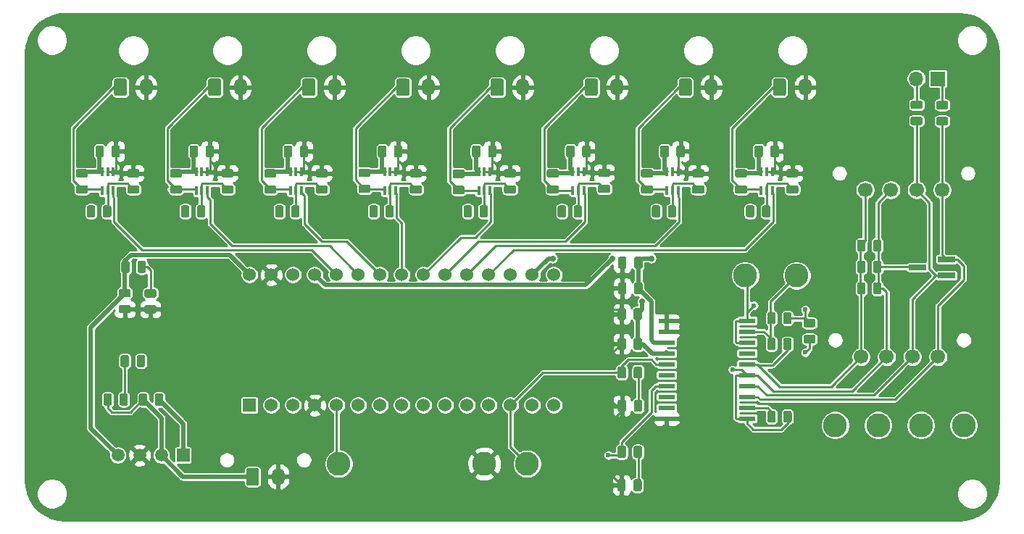
<source format=gtl>
G04 #@! TF.GenerationSoftware,KiCad,Pcbnew,(5.1.5)-3*
G04 #@! TF.CreationDate,2020-02-15T15:27:20-06:00*
G04 #@! TF.ProjectId,RTDTemp,52544454-656d-4702-9e6b-696361645f70,Rev1.2+*
G04 #@! TF.SameCoordinates,Original*
G04 #@! TF.FileFunction,Copper,L1,Top*
G04 #@! TF.FilePolarity,Positive*
%FSLAX46Y46*%
G04 Gerber Fmt 4.6, Leading zero omitted, Abs format (unit mm)*
G04 Created by KiCad (PCBNEW (5.1.5)-3) date 2020-02-15 15:27:20*
%MOMM*%
%LPD*%
G04 APERTURE LIST*
%ADD10C,1.524000*%
%ADD11R,1.524000X1.524000*%
%ADD12C,1.700000*%
%ADD13R,2.000000X0.700000*%
%ADD14C,2.800000*%
%ADD15R,1.700000X1.700000*%
%ADD16O,1.700000X1.700000*%
%ADD17C,0.100000*%
%ADD18C,1.508000*%
%ADD19R,1.524000X1.508000*%
%ADD20R,0.400000X1.000000*%
%ADD21R,1.950000X0.600000*%
%ADD22O,1.500000X2.020000*%
%ADD23C,0.600000*%
%ADD24C,0.700000*%
%ADD25C,0.500000*%
%ADD26C,0.250000*%
%ADD27C,0.254000*%
G04 APERTURE END LIST*
D10*
X129120000Y-81126000D03*
X131660000Y-81126000D03*
X134200000Y-81126000D03*
X136740000Y-81126000D03*
X139280000Y-81126000D03*
X141820000Y-81126000D03*
X144360000Y-81126000D03*
X146900000Y-81126000D03*
X149440000Y-81126000D03*
X151980000Y-81126000D03*
X154520000Y-81126000D03*
X157060000Y-81126000D03*
X159600000Y-81126000D03*
X162140000Y-81126000D03*
X164680000Y-81126000D03*
X164680000Y-96366000D03*
X162140000Y-96366000D03*
X159600000Y-96366000D03*
X157060000Y-96366000D03*
X154520000Y-96366000D03*
X151980000Y-96366000D03*
X149440000Y-96366000D03*
X146900000Y-96366000D03*
X144360000Y-96366000D03*
X141820000Y-96366000D03*
X139280000Y-96366000D03*
X136740000Y-96366000D03*
X134200000Y-96366000D03*
X131660000Y-96366000D03*
D11*
X129120000Y-96366000D03*
D12*
X210050000Y-71215000D03*
X201050000Y-71215000D03*
X204050000Y-71215000D03*
X207050000Y-71215000D03*
D13*
X210550000Y-81215000D03*
X210550000Y-79315000D03*
X207150000Y-80265000D03*
D14*
X156550000Y-103215000D03*
X212550000Y-98715000D03*
X207550000Y-98715000D03*
X161550000Y-103215000D03*
X139550000Y-103215000D03*
X187050000Y-81215000D03*
X202550000Y-98715000D03*
X197550000Y-98715000D03*
X193050000Y-81215000D03*
D15*
X209550000Y-58215000D03*
D16*
X207010000Y-58215000D03*
G04 #@! TA.AperFunction,SMDPad,CuDef*
D17*
G36*
X172880142Y-88516174D02*
G01*
X172903803Y-88519684D01*
X172927007Y-88525496D01*
X172949529Y-88533554D01*
X172971153Y-88543782D01*
X172991670Y-88556079D01*
X173010883Y-88570329D01*
X173028607Y-88586393D01*
X173044671Y-88604117D01*
X173058921Y-88623330D01*
X173071218Y-88643847D01*
X173081446Y-88665471D01*
X173089504Y-88687993D01*
X173095316Y-88711197D01*
X173098826Y-88734858D01*
X173100000Y-88758750D01*
X173100000Y-89671250D01*
X173098826Y-89695142D01*
X173095316Y-89718803D01*
X173089504Y-89742007D01*
X173081446Y-89764529D01*
X173071218Y-89786153D01*
X173058921Y-89806670D01*
X173044671Y-89825883D01*
X173028607Y-89843607D01*
X173010883Y-89859671D01*
X172991670Y-89873921D01*
X172971153Y-89886218D01*
X172949529Y-89896446D01*
X172927007Y-89904504D01*
X172903803Y-89910316D01*
X172880142Y-89913826D01*
X172856250Y-89915000D01*
X172368750Y-89915000D01*
X172344858Y-89913826D01*
X172321197Y-89910316D01*
X172297993Y-89904504D01*
X172275471Y-89896446D01*
X172253847Y-89886218D01*
X172233330Y-89873921D01*
X172214117Y-89859671D01*
X172196393Y-89843607D01*
X172180329Y-89825883D01*
X172166079Y-89806670D01*
X172153782Y-89786153D01*
X172143554Y-89764529D01*
X172135496Y-89742007D01*
X172129684Y-89718803D01*
X172126174Y-89695142D01*
X172125000Y-89671250D01*
X172125000Y-88758750D01*
X172126174Y-88734858D01*
X172129684Y-88711197D01*
X172135496Y-88687993D01*
X172143554Y-88665471D01*
X172153782Y-88643847D01*
X172166079Y-88623330D01*
X172180329Y-88604117D01*
X172196393Y-88586393D01*
X172214117Y-88570329D01*
X172233330Y-88556079D01*
X172253847Y-88543782D01*
X172275471Y-88533554D01*
X172297993Y-88525496D01*
X172321197Y-88519684D01*
X172344858Y-88516174D01*
X172368750Y-88515000D01*
X172856250Y-88515000D01*
X172880142Y-88516174D01*
G37*
G04 #@! TD.AperFunction*
G04 #@! TA.AperFunction,SMDPad,CuDef*
G36*
X174755142Y-88516174D02*
G01*
X174778803Y-88519684D01*
X174802007Y-88525496D01*
X174824529Y-88533554D01*
X174846153Y-88543782D01*
X174866670Y-88556079D01*
X174885883Y-88570329D01*
X174903607Y-88586393D01*
X174919671Y-88604117D01*
X174933921Y-88623330D01*
X174946218Y-88643847D01*
X174956446Y-88665471D01*
X174964504Y-88687993D01*
X174970316Y-88711197D01*
X174973826Y-88734858D01*
X174975000Y-88758750D01*
X174975000Y-89671250D01*
X174973826Y-89695142D01*
X174970316Y-89718803D01*
X174964504Y-89742007D01*
X174956446Y-89764529D01*
X174946218Y-89786153D01*
X174933921Y-89806670D01*
X174919671Y-89825883D01*
X174903607Y-89843607D01*
X174885883Y-89859671D01*
X174866670Y-89873921D01*
X174846153Y-89886218D01*
X174824529Y-89896446D01*
X174802007Y-89904504D01*
X174778803Y-89910316D01*
X174755142Y-89913826D01*
X174731250Y-89915000D01*
X174243750Y-89915000D01*
X174219858Y-89913826D01*
X174196197Y-89910316D01*
X174172993Y-89904504D01*
X174150471Y-89896446D01*
X174128847Y-89886218D01*
X174108330Y-89873921D01*
X174089117Y-89859671D01*
X174071393Y-89843607D01*
X174055329Y-89825883D01*
X174041079Y-89806670D01*
X174028782Y-89786153D01*
X174018554Y-89764529D01*
X174010496Y-89742007D01*
X174004684Y-89718803D01*
X174001174Y-89695142D01*
X174000000Y-89671250D01*
X174000000Y-88758750D01*
X174001174Y-88734858D01*
X174004684Y-88711197D01*
X174010496Y-88687993D01*
X174018554Y-88665471D01*
X174028782Y-88643847D01*
X174041079Y-88623330D01*
X174055329Y-88604117D01*
X174071393Y-88586393D01*
X174089117Y-88570329D01*
X174108330Y-88556079D01*
X174128847Y-88543782D01*
X174150471Y-88533554D01*
X174172993Y-88525496D01*
X174196197Y-88519684D01*
X174219858Y-88516174D01*
X174243750Y-88515000D01*
X174731250Y-88515000D01*
X174755142Y-88516174D01*
G37*
G04 #@! TD.AperFunction*
G04 #@! TA.AperFunction,SMDPad,CuDef*
G36*
X172877642Y-85016174D02*
G01*
X172901303Y-85019684D01*
X172924507Y-85025496D01*
X172947029Y-85033554D01*
X172968653Y-85043782D01*
X172989170Y-85056079D01*
X173008383Y-85070329D01*
X173026107Y-85086393D01*
X173042171Y-85104117D01*
X173056421Y-85123330D01*
X173068718Y-85143847D01*
X173078946Y-85165471D01*
X173087004Y-85187993D01*
X173092816Y-85211197D01*
X173096326Y-85234858D01*
X173097500Y-85258750D01*
X173097500Y-86171250D01*
X173096326Y-86195142D01*
X173092816Y-86218803D01*
X173087004Y-86242007D01*
X173078946Y-86264529D01*
X173068718Y-86286153D01*
X173056421Y-86306670D01*
X173042171Y-86325883D01*
X173026107Y-86343607D01*
X173008383Y-86359671D01*
X172989170Y-86373921D01*
X172968653Y-86386218D01*
X172947029Y-86396446D01*
X172924507Y-86404504D01*
X172901303Y-86410316D01*
X172877642Y-86413826D01*
X172853750Y-86415000D01*
X172366250Y-86415000D01*
X172342358Y-86413826D01*
X172318697Y-86410316D01*
X172295493Y-86404504D01*
X172272971Y-86396446D01*
X172251347Y-86386218D01*
X172230830Y-86373921D01*
X172211617Y-86359671D01*
X172193893Y-86343607D01*
X172177829Y-86325883D01*
X172163579Y-86306670D01*
X172151282Y-86286153D01*
X172141054Y-86264529D01*
X172132996Y-86242007D01*
X172127184Y-86218803D01*
X172123674Y-86195142D01*
X172122500Y-86171250D01*
X172122500Y-85258750D01*
X172123674Y-85234858D01*
X172127184Y-85211197D01*
X172132996Y-85187993D01*
X172141054Y-85165471D01*
X172151282Y-85143847D01*
X172163579Y-85123330D01*
X172177829Y-85104117D01*
X172193893Y-85086393D01*
X172211617Y-85070329D01*
X172230830Y-85056079D01*
X172251347Y-85043782D01*
X172272971Y-85033554D01*
X172295493Y-85025496D01*
X172318697Y-85019684D01*
X172342358Y-85016174D01*
X172366250Y-85015000D01*
X172853750Y-85015000D01*
X172877642Y-85016174D01*
G37*
G04 #@! TD.AperFunction*
G04 #@! TA.AperFunction,SMDPad,CuDef*
G36*
X174752642Y-85016174D02*
G01*
X174776303Y-85019684D01*
X174799507Y-85025496D01*
X174822029Y-85033554D01*
X174843653Y-85043782D01*
X174864170Y-85056079D01*
X174883383Y-85070329D01*
X174901107Y-85086393D01*
X174917171Y-85104117D01*
X174931421Y-85123330D01*
X174943718Y-85143847D01*
X174953946Y-85165471D01*
X174962004Y-85187993D01*
X174967816Y-85211197D01*
X174971326Y-85234858D01*
X174972500Y-85258750D01*
X174972500Y-86171250D01*
X174971326Y-86195142D01*
X174967816Y-86218803D01*
X174962004Y-86242007D01*
X174953946Y-86264529D01*
X174943718Y-86286153D01*
X174931421Y-86306670D01*
X174917171Y-86325883D01*
X174901107Y-86343607D01*
X174883383Y-86359671D01*
X174864170Y-86373921D01*
X174843653Y-86386218D01*
X174822029Y-86396446D01*
X174799507Y-86404504D01*
X174776303Y-86410316D01*
X174752642Y-86413826D01*
X174728750Y-86415000D01*
X174241250Y-86415000D01*
X174217358Y-86413826D01*
X174193697Y-86410316D01*
X174170493Y-86404504D01*
X174147971Y-86396446D01*
X174126347Y-86386218D01*
X174105830Y-86373921D01*
X174086617Y-86359671D01*
X174068893Y-86343607D01*
X174052829Y-86325883D01*
X174038579Y-86306670D01*
X174026282Y-86286153D01*
X174016054Y-86264529D01*
X174007996Y-86242007D01*
X174002184Y-86218803D01*
X173998674Y-86195142D01*
X173997500Y-86171250D01*
X173997500Y-85258750D01*
X173998674Y-85234858D01*
X174002184Y-85211197D01*
X174007996Y-85187993D01*
X174016054Y-85165471D01*
X174026282Y-85143847D01*
X174038579Y-85123330D01*
X174052829Y-85104117D01*
X174068893Y-85086393D01*
X174086617Y-85070329D01*
X174105830Y-85056079D01*
X174126347Y-85043782D01*
X174147971Y-85033554D01*
X174170493Y-85025496D01*
X174193697Y-85019684D01*
X174217358Y-85016174D01*
X174241250Y-85015000D01*
X174728750Y-85015000D01*
X174752642Y-85016174D01*
G37*
G04 #@! TD.AperFunction*
G04 #@! TA.AperFunction,SMDPad,CuDef*
G36*
X172942642Y-82016174D02*
G01*
X172966303Y-82019684D01*
X172989507Y-82025496D01*
X173012029Y-82033554D01*
X173033653Y-82043782D01*
X173054170Y-82056079D01*
X173073383Y-82070329D01*
X173091107Y-82086393D01*
X173107171Y-82104117D01*
X173121421Y-82123330D01*
X173133718Y-82143847D01*
X173143946Y-82165471D01*
X173152004Y-82187993D01*
X173157816Y-82211197D01*
X173161326Y-82234858D01*
X173162500Y-82258750D01*
X173162500Y-83171250D01*
X173161326Y-83195142D01*
X173157816Y-83218803D01*
X173152004Y-83242007D01*
X173143946Y-83264529D01*
X173133718Y-83286153D01*
X173121421Y-83306670D01*
X173107171Y-83325883D01*
X173091107Y-83343607D01*
X173073383Y-83359671D01*
X173054170Y-83373921D01*
X173033653Y-83386218D01*
X173012029Y-83396446D01*
X172989507Y-83404504D01*
X172966303Y-83410316D01*
X172942642Y-83413826D01*
X172918750Y-83415000D01*
X172431250Y-83415000D01*
X172407358Y-83413826D01*
X172383697Y-83410316D01*
X172360493Y-83404504D01*
X172337971Y-83396446D01*
X172316347Y-83386218D01*
X172295830Y-83373921D01*
X172276617Y-83359671D01*
X172258893Y-83343607D01*
X172242829Y-83325883D01*
X172228579Y-83306670D01*
X172216282Y-83286153D01*
X172206054Y-83264529D01*
X172197996Y-83242007D01*
X172192184Y-83218803D01*
X172188674Y-83195142D01*
X172187500Y-83171250D01*
X172187500Y-82258750D01*
X172188674Y-82234858D01*
X172192184Y-82211197D01*
X172197996Y-82187993D01*
X172206054Y-82165471D01*
X172216282Y-82143847D01*
X172228579Y-82123330D01*
X172242829Y-82104117D01*
X172258893Y-82086393D01*
X172276617Y-82070329D01*
X172295830Y-82056079D01*
X172316347Y-82043782D01*
X172337971Y-82033554D01*
X172360493Y-82025496D01*
X172383697Y-82019684D01*
X172407358Y-82016174D01*
X172431250Y-82015000D01*
X172918750Y-82015000D01*
X172942642Y-82016174D01*
G37*
G04 #@! TD.AperFunction*
G04 #@! TA.AperFunction,SMDPad,CuDef*
G36*
X174817642Y-82016174D02*
G01*
X174841303Y-82019684D01*
X174864507Y-82025496D01*
X174887029Y-82033554D01*
X174908653Y-82043782D01*
X174929170Y-82056079D01*
X174948383Y-82070329D01*
X174966107Y-82086393D01*
X174982171Y-82104117D01*
X174996421Y-82123330D01*
X175008718Y-82143847D01*
X175018946Y-82165471D01*
X175027004Y-82187993D01*
X175032816Y-82211197D01*
X175036326Y-82234858D01*
X175037500Y-82258750D01*
X175037500Y-83171250D01*
X175036326Y-83195142D01*
X175032816Y-83218803D01*
X175027004Y-83242007D01*
X175018946Y-83264529D01*
X175008718Y-83286153D01*
X174996421Y-83306670D01*
X174982171Y-83325883D01*
X174966107Y-83343607D01*
X174948383Y-83359671D01*
X174929170Y-83373921D01*
X174908653Y-83386218D01*
X174887029Y-83396446D01*
X174864507Y-83404504D01*
X174841303Y-83410316D01*
X174817642Y-83413826D01*
X174793750Y-83415000D01*
X174306250Y-83415000D01*
X174282358Y-83413826D01*
X174258697Y-83410316D01*
X174235493Y-83404504D01*
X174212971Y-83396446D01*
X174191347Y-83386218D01*
X174170830Y-83373921D01*
X174151617Y-83359671D01*
X174133893Y-83343607D01*
X174117829Y-83325883D01*
X174103579Y-83306670D01*
X174091282Y-83286153D01*
X174081054Y-83264529D01*
X174072996Y-83242007D01*
X174067184Y-83218803D01*
X174063674Y-83195142D01*
X174062500Y-83171250D01*
X174062500Y-82258750D01*
X174063674Y-82234858D01*
X174067184Y-82211197D01*
X174072996Y-82187993D01*
X174081054Y-82165471D01*
X174091282Y-82143847D01*
X174103579Y-82123330D01*
X174117829Y-82104117D01*
X174133893Y-82086393D01*
X174151617Y-82070329D01*
X174170830Y-82056079D01*
X174191347Y-82043782D01*
X174212971Y-82033554D01*
X174235493Y-82025496D01*
X174258697Y-82019684D01*
X174282358Y-82016174D01*
X174306250Y-82015000D01*
X174793750Y-82015000D01*
X174817642Y-82016174D01*
G37*
G04 #@! TD.AperFunction*
G04 #@! TA.AperFunction,SMDPad,CuDef*
G36*
X172942642Y-79016174D02*
G01*
X172966303Y-79019684D01*
X172989507Y-79025496D01*
X173012029Y-79033554D01*
X173033653Y-79043782D01*
X173054170Y-79056079D01*
X173073383Y-79070329D01*
X173091107Y-79086393D01*
X173107171Y-79104117D01*
X173121421Y-79123330D01*
X173133718Y-79143847D01*
X173143946Y-79165471D01*
X173152004Y-79187993D01*
X173157816Y-79211197D01*
X173161326Y-79234858D01*
X173162500Y-79258750D01*
X173162500Y-80171250D01*
X173161326Y-80195142D01*
X173157816Y-80218803D01*
X173152004Y-80242007D01*
X173143946Y-80264529D01*
X173133718Y-80286153D01*
X173121421Y-80306670D01*
X173107171Y-80325883D01*
X173091107Y-80343607D01*
X173073383Y-80359671D01*
X173054170Y-80373921D01*
X173033653Y-80386218D01*
X173012029Y-80396446D01*
X172989507Y-80404504D01*
X172966303Y-80410316D01*
X172942642Y-80413826D01*
X172918750Y-80415000D01*
X172431250Y-80415000D01*
X172407358Y-80413826D01*
X172383697Y-80410316D01*
X172360493Y-80404504D01*
X172337971Y-80396446D01*
X172316347Y-80386218D01*
X172295830Y-80373921D01*
X172276617Y-80359671D01*
X172258893Y-80343607D01*
X172242829Y-80325883D01*
X172228579Y-80306670D01*
X172216282Y-80286153D01*
X172206054Y-80264529D01*
X172197996Y-80242007D01*
X172192184Y-80218803D01*
X172188674Y-80195142D01*
X172187500Y-80171250D01*
X172187500Y-79258750D01*
X172188674Y-79234858D01*
X172192184Y-79211197D01*
X172197996Y-79187993D01*
X172206054Y-79165471D01*
X172216282Y-79143847D01*
X172228579Y-79123330D01*
X172242829Y-79104117D01*
X172258893Y-79086393D01*
X172276617Y-79070329D01*
X172295830Y-79056079D01*
X172316347Y-79043782D01*
X172337971Y-79033554D01*
X172360493Y-79025496D01*
X172383697Y-79019684D01*
X172407358Y-79016174D01*
X172431250Y-79015000D01*
X172918750Y-79015000D01*
X172942642Y-79016174D01*
G37*
G04 #@! TD.AperFunction*
G04 #@! TA.AperFunction,SMDPad,CuDef*
G36*
X174817642Y-79016174D02*
G01*
X174841303Y-79019684D01*
X174864507Y-79025496D01*
X174887029Y-79033554D01*
X174908653Y-79043782D01*
X174929170Y-79056079D01*
X174948383Y-79070329D01*
X174966107Y-79086393D01*
X174982171Y-79104117D01*
X174996421Y-79123330D01*
X175008718Y-79143847D01*
X175018946Y-79165471D01*
X175027004Y-79187993D01*
X175032816Y-79211197D01*
X175036326Y-79234858D01*
X175037500Y-79258750D01*
X175037500Y-80171250D01*
X175036326Y-80195142D01*
X175032816Y-80218803D01*
X175027004Y-80242007D01*
X175018946Y-80264529D01*
X175008718Y-80286153D01*
X174996421Y-80306670D01*
X174982171Y-80325883D01*
X174966107Y-80343607D01*
X174948383Y-80359671D01*
X174929170Y-80373921D01*
X174908653Y-80386218D01*
X174887029Y-80396446D01*
X174864507Y-80404504D01*
X174841303Y-80410316D01*
X174817642Y-80413826D01*
X174793750Y-80415000D01*
X174306250Y-80415000D01*
X174282358Y-80413826D01*
X174258697Y-80410316D01*
X174235493Y-80404504D01*
X174212971Y-80396446D01*
X174191347Y-80386218D01*
X174170830Y-80373921D01*
X174151617Y-80359671D01*
X174133893Y-80343607D01*
X174117829Y-80325883D01*
X174103579Y-80306670D01*
X174091282Y-80286153D01*
X174081054Y-80264529D01*
X174072996Y-80242007D01*
X174067184Y-80218803D01*
X174063674Y-80195142D01*
X174062500Y-80171250D01*
X174062500Y-79258750D01*
X174063674Y-79234858D01*
X174067184Y-79211197D01*
X174072996Y-79187993D01*
X174081054Y-79165471D01*
X174091282Y-79143847D01*
X174103579Y-79123330D01*
X174117829Y-79104117D01*
X174133893Y-79086393D01*
X174151617Y-79070329D01*
X174170830Y-79056079D01*
X174191347Y-79043782D01*
X174212971Y-79033554D01*
X174235493Y-79025496D01*
X174258697Y-79019684D01*
X174282358Y-79016174D01*
X174306250Y-79015000D01*
X174793750Y-79015000D01*
X174817642Y-79016174D01*
G37*
G04 #@! TD.AperFunction*
D18*
X113740000Y-102215000D03*
X116280000Y-102215000D03*
X118820000Y-102215000D03*
D19*
X121360000Y-102215000D03*
G04 #@! TA.AperFunction,SMDPad,CuDef*
D17*
G36*
X115030142Y-84666174D02*
G01*
X115053803Y-84669684D01*
X115077007Y-84675496D01*
X115099529Y-84683554D01*
X115121153Y-84693782D01*
X115141670Y-84706079D01*
X115160883Y-84720329D01*
X115178607Y-84736393D01*
X115194671Y-84754117D01*
X115208921Y-84773330D01*
X115221218Y-84793847D01*
X115231446Y-84815471D01*
X115239504Y-84837993D01*
X115245316Y-84861197D01*
X115248826Y-84884858D01*
X115250000Y-84908750D01*
X115250000Y-85396250D01*
X115248826Y-85420142D01*
X115245316Y-85443803D01*
X115239504Y-85467007D01*
X115231446Y-85489529D01*
X115221218Y-85511153D01*
X115208921Y-85531670D01*
X115194671Y-85550883D01*
X115178607Y-85568607D01*
X115160883Y-85584671D01*
X115141670Y-85598921D01*
X115121153Y-85611218D01*
X115099529Y-85621446D01*
X115077007Y-85629504D01*
X115053803Y-85635316D01*
X115030142Y-85638826D01*
X115006250Y-85640000D01*
X114093750Y-85640000D01*
X114069858Y-85638826D01*
X114046197Y-85635316D01*
X114022993Y-85629504D01*
X114000471Y-85621446D01*
X113978847Y-85611218D01*
X113958330Y-85598921D01*
X113939117Y-85584671D01*
X113921393Y-85568607D01*
X113905329Y-85550883D01*
X113891079Y-85531670D01*
X113878782Y-85511153D01*
X113868554Y-85489529D01*
X113860496Y-85467007D01*
X113854684Y-85443803D01*
X113851174Y-85420142D01*
X113850000Y-85396250D01*
X113850000Y-84908750D01*
X113851174Y-84884858D01*
X113854684Y-84861197D01*
X113860496Y-84837993D01*
X113868554Y-84815471D01*
X113878782Y-84793847D01*
X113891079Y-84773330D01*
X113905329Y-84754117D01*
X113921393Y-84736393D01*
X113939117Y-84720329D01*
X113958330Y-84706079D01*
X113978847Y-84693782D01*
X114000471Y-84683554D01*
X114022993Y-84675496D01*
X114046197Y-84669684D01*
X114069858Y-84666174D01*
X114093750Y-84665000D01*
X115006250Y-84665000D01*
X115030142Y-84666174D01*
G37*
G04 #@! TD.AperFunction*
G04 #@! TA.AperFunction,SMDPad,CuDef*
G36*
X115030142Y-82791174D02*
G01*
X115053803Y-82794684D01*
X115077007Y-82800496D01*
X115099529Y-82808554D01*
X115121153Y-82818782D01*
X115141670Y-82831079D01*
X115160883Y-82845329D01*
X115178607Y-82861393D01*
X115194671Y-82879117D01*
X115208921Y-82898330D01*
X115221218Y-82918847D01*
X115231446Y-82940471D01*
X115239504Y-82962993D01*
X115245316Y-82986197D01*
X115248826Y-83009858D01*
X115250000Y-83033750D01*
X115250000Y-83521250D01*
X115248826Y-83545142D01*
X115245316Y-83568803D01*
X115239504Y-83592007D01*
X115231446Y-83614529D01*
X115221218Y-83636153D01*
X115208921Y-83656670D01*
X115194671Y-83675883D01*
X115178607Y-83693607D01*
X115160883Y-83709671D01*
X115141670Y-83723921D01*
X115121153Y-83736218D01*
X115099529Y-83746446D01*
X115077007Y-83754504D01*
X115053803Y-83760316D01*
X115030142Y-83763826D01*
X115006250Y-83765000D01*
X114093750Y-83765000D01*
X114069858Y-83763826D01*
X114046197Y-83760316D01*
X114022993Y-83754504D01*
X114000471Y-83746446D01*
X113978847Y-83736218D01*
X113958330Y-83723921D01*
X113939117Y-83709671D01*
X113921393Y-83693607D01*
X113905329Y-83675883D01*
X113891079Y-83656670D01*
X113878782Y-83636153D01*
X113868554Y-83614529D01*
X113860496Y-83592007D01*
X113854684Y-83568803D01*
X113851174Y-83545142D01*
X113850000Y-83521250D01*
X113850000Y-83033750D01*
X113851174Y-83009858D01*
X113854684Y-82986197D01*
X113860496Y-82962993D01*
X113868554Y-82940471D01*
X113878782Y-82918847D01*
X113891079Y-82898330D01*
X113905329Y-82879117D01*
X113921393Y-82861393D01*
X113939117Y-82845329D01*
X113958330Y-82831079D01*
X113978847Y-82818782D01*
X114000471Y-82808554D01*
X114022993Y-82800496D01*
X114046197Y-82794684D01*
X114069858Y-82791174D01*
X114093750Y-82790000D01*
X115006250Y-82790000D01*
X115030142Y-82791174D01*
G37*
G04 #@! TD.AperFunction*
G04 #@! TA.AperFunction,SMDPad,CuDef*
G36*
X118817642Y-95016174D02*
G01*
X118841303Y-95019684D01*
X118864507Y-95025496D01*
X118887029Y-95033554D01*
X118908653Y-95043782D01*
X118929170Y-95056079D01*
X118948383Y-95070329D01*
X118966107Y-95086393D01*
X118982171Y-95104117D01*
X118996421Y-95123330D01*
X119008718Y-95143847D01*
X119018946Y-95165471D01*
X119027004Y-95187993D01*
X119032816Y-95211197D01*
X119036326Y-95234858D01*
X119037500Y-95258750D01*
X119037500Y-96171250D01*
X119036326Y-96195142D01*
X119032816Y-96218803D01*
X119027004Y-96242007D01*
X119018946Y-96264529D01*
X119008718Y-96286153D01*
X118996421Y-96306670D01*
X118982171Y-96325883D01*
X118966107Y-96343607D01*
X118948383Y-96359671D01*
X118929170Y-96373921D01*
X118908653Y-96386218D01*
X118887029Y-96396446D01*
X118864507Y-96404504D01*
X118841303Y-96410316D01*
X118817642Y-96413826D01*
X118793750Y-96415000D01*
X118306250Y-96415000D01*
X118282358Y-96413826D01*
X118258697Y-96410316D01*
X118235493Y-96404504D01*
X118212971Y-96396446D01*
X118191347Y-96386218D01*
X118170830Y-96373921D01*
X118151617Y-96359671D01*
X118133893Y-96343607D01*
X118117829Y-96325883D01*
X118103579Y-96306670D01*
X118091282Y-96286153D01*
X118081054Y-96264529D01*
X118072996Y-96242007D01*
X118067184Y-96218803D01*
X118063674Y-96195142D01*
X118062500Y-96171250D01*
X118062500Y-95258750D01*
X118063674Y-95234858D01*
X118067184Y-95211197D01*
X118072996Y-95187993D01*
X118081054Y-95165471D01*
X118091282Y-95143847D01*
X118103579Y-95123330D01*
X118117829Y-95104117D01*
X118133893Y-95086393D01*
X118151617Y-95070329D01*
X118170830Y-95056079D01*
X118191347Y-95043782D01*
X118212971Y-95033554D01*
X118235493Y-95025496D01*
X118258697Y-95019684D01*
X118282358Y-95016174D01*
X118306250Y-95015000D01*
X118793750Y-95015000D01*
X118817642Y-95016174D01*
G37*
G04 #@! TD.AperFunction*
G04 #@! TA.AperFunction,SMDPad,CuDef*
G36*
X116942642Y-95016174D02*
G01*
X116966303Y-95019684D01*
X116989507Y-95025496D01*
X117012029Y-95033554D01*
X117033653Y-95043782D01*
X117054170Y-95056079D01*
X117073383Y-95070329D01*
X117091107Y-95086393D01*
X117107171Y-95104117D01*
X117121421Y-95123330D01*
X117133718Y-95143847D01*
X117143946Y-95165471D01*
X117152004Y-95187993D01*
X117157816Y-95211197D01*
X117161326Y-95234858D01*
X117162500Y-95258750D01*
X117162500Y-96171250D01*
X117161326Y-96195142D01*
X117157816Y-96218803D01*
X117152004Y-96242007D01*
X117143946Y-96264529D01*
X117133718Y-96286153D01*
X117121421Y-96306670D01*
X117107171Y-96325883D01*
X117091107Y-96343607D01*
X117073383Y-96359671D01*
X117054170Y-96373921D01*
X117033653Y-96386218D01*
X117012029Y-96396446D01*
X116989507Y-96404504D01*
X116966303Y-96410316D01*
X116942642Y-96413826D01*
X116918750Y-96415000D01*
X116431250Y-96415000D01*
X116407358Y-96413826D01*
X116383697Y-96410316D01*
X116360493Y-96404504D01*
X116337971Y-96396446D01*
X116316347Y-96386218D01*
X116295830Y-96373921D01*
X116276617Y-96359671D01*
X116258893Y-96343607D01*
X116242829Y-96325883D01*
X116228579Y-96306670D01*
X116216282Y-96286153D01*
X116206054Y-96264529D01*
X116197996Y-96242007D01*
X116192184Y-96218803D01*
X116188674Y-96195142D01*
X116187500Y-96171250D01*
X116187500Y-95258750D01*
X116188674Y-95234858D01*
X116192184Y-95211197D01*
X116197996Y-95187993D01*
X116206054Y-95165471D01*
X116216282Y-95143847D01*
X116228579Y-95123330D01*
X116242829Y-95104117D01*
X116258893Y-95086393D01*
X116276617Y-95070329D01*
X116295830Y-95056079D01*
X116316347Y-95043782D01*
X116337971Y-95033554D01*
X116360493Y-95025496D01*
X116383697Y-95019684D01*
X116407358Y-95016174D01*
X116431250Y-95015000D01*
X116918750Y-95015000D01*
X116942642Y-95016174D01*
G37*
G04 #@! TD.AperFunction*
D20*
X155900000Y-69115000D03*
X155900000Y-71315000D03*
X156550000Y-69115000D03*
X156550000Y-71315000D03*
X157200000Y-69115000D03*
X157200000Y-71315000D03*
X166900000Y-69115000D03*
X166900000Y-71315000D03*
X167550000Y-69115000D03*
X167550000Y-71315000D03*
X168200000Y-69115000D03*
X168200000Y-71315000D03*
X177900000Y-69115000D03*
X177900000Y-71315000D03*
X178550000Y-69115000D03*
X178550000Y-71315000D03*
X179200000Y-69115000D03*
X179200000Y-71315000D03*
X188900000Y-69115000D03*
X188900000Y-71315000D03*
X189550000Y-69115000D03*
X189550000Y-71315000D03*
X190200000Y-69115000D03*
X190200000Y-71315000D03*
X133900000Y-69115000D03*
X133900000Y-71315000D03*
X134550000Y-69115000D03*
X134550000Y-71315000D03*
X135200000Y-69115000D03*
X135200000Y-71315000D03*
X144900000Y-69115000D03*
X144900000Y-71315000D03*
X145550000Y-69115000D03*
X145550000Y-71315000D03*
X146200000Y-69115000D03*
X146200000Y-71315000D03*
D21*
X187250000Y-86500000D03*
X187250000Y-87770000D03*
X187250000Y-89040000D03*
X187250000Y-90310000D03*
X187250000Y-91580000D03*
X187250000Y-92850000D03*
X187250000Y-94120000D03*
X187250000Y-95390000D03*
X187250000Y-96660000D03*
X187250000Y-97930000D03*
X177850000Y-97930000D03*
X177850000Y-96660000D03*
X177850000Y-95390000D03*
X177850000Y-94120000D03*
X177850000Y-92850000D03*
X177850000Y-91580000D03*
X177850000Y-90310000D03*
X177850000Y-89040000D03*
X177850000Y-87770000D03*
X177850000Y-86500000D03*
D20*
X113200000Y-71315000D03*
X113200000Y-69115000D03*
X112550000Y-71315000D03*
X112550000Y-69115000D03*
X111900000Y-71315000D03*
X111900000Y-69115000D03*
X122900000Y-69115000D03*
X122900000Y-71315000D03*
X123550000Y-69115000D03*
X123550000Y-71315000D03*
X124200000Y-69115000D03*
X124200000Y-71315000D03*
G04 #@! TA.AperFunction,SMDPad,CuDef*
D17*
G36*
X160030142Y-70666174D02*
G01*
X160053803Y-70669684D01*
X160077007Y-70675496D01*
X160099529Y-70683554D01*
X160121153Y-70693782D01*
X160141670Y-70706079D01*
X160160883Y-70720329D01*
X160178607Y-70736393D01*
X160194671Y-70754117D01*
X160208921Y-70773330D01*
X160221218Y-70793847D01*
X160231446Y-70815471D01*
X160239504Y-70837993D01*
X160245316Y-70861197D01*
X160248826Y-70884858D01*
X160250000Y-70908750D01*
X160250000Y-71396250D01*
X160248826Y-71420142D01*
X160245316Y-71443803D01*
X160239504Y-71467007D01*
X160231446Y-71489529D01*
X160221218Y-71511153D01*
X160208921Y-71531670D01*
X160194671Y-71550883D01*
X160178607Y-71568607D01*
X160160883Y-71584671D01*
X160141670Y-71598921D01*
X160121153Y-71611218D01*
X160099529Y-71621446D01*
X160077007Y-71629504D01*
X160053803Y-71635316D01*
X160030142Y-71638826D01*
X160006250Y-71640000D01*
X159093750Y-71640000D01*
X159069858Y-71638826D01*
X159046197Y-71635316D01*
X159022993Y-71629504D01*
X159000471Y-71621446D01*
X158978847Y-71611218D01*
X158958330Y-71598921D01*
X158939117Y-71584671D01*
X158921393Y-71568607D01*
X158905329Y-71550883D01*
X158891079Y-71531670D01*
X158878782Y-71511153D01*
X158868554Y-71489529D01*
X158860496Y-71467007D01*
X158854684Y-71443803D01*
X158851174Y-71420142D01*
X158850000Y-71396250D01*
X158850000Y-70908750D01*
X158851174Y-70884858D01*
X158854684Y-70861197D01*
X158860496Y-70837993D01*
X158868554Y-70815471D01*
X158878782Y-70793847D01*
X158891079Y-70773330D01*
X158905329Y-70754117D01*
X158921393Y-70736393D01*
X158939117Y-70720329D01*
X158958330Y-70706079D01*
X158978847Y-70693782D01*
X159000471Y-70683554D01*
X159022993Y-70675496D01*
X159046197Y-70669684D01*
X159069858Y-70666174D01*
X159093750Y-70665000D01*
X160006250Y-70665000D01*
X160030142Y-70666174D01*
G37*
G04 #@! TD.AperFunction*
G04 #@! TA.AperFunction,SMDPad,CuDef*
G36*
X160030142Y-68791174D02*
G01*
X160053803Y-68794684D01*
X160077007Y-68800496D01*
X160099529Y-68808554D01*
X160121153Y-68818782D01*
X160141670Y-68831079D01*
X160160883Y-68845329D01*
X160178607Y-68861393D01*
X160194671Y-68879117D01*
X160208921Y-68898330D01*
X160221218Y-68918847D01*
X160231446Y-68940471D01*
X160239504Y-68962993D01*
X160245316Y-68986197D01*
X160248826Y-69009858D01*
X160250000Y-69033750D01*
X160250000Y-69521250D01*
X160248826Y-69545142D01*
X160245316Y-69568803D01*
X160239504Y-69592007D01*
X160231446Y-69614529D01*
X160221218Y-69636153D01*
X160208921Y-69656670D01*
X160194671Y-69675883D01*
X160178607Y-69693607D01*
X160160883Y-69709671D01*
X160141670Y-69723921D01*
X160121153Y-69736218D01*
X160099529Y-69746446D01*
X160077007Y-69754504D01*
X160053803Y-69760316D01*
X160030142Y-69763826D01*
X160006250Y-69765000D01*
X159093750Y-69765000D01*
X159069858Y-69763826D01*
X159046197Y-69760316D01*
X159022993Y-69754504D01*
X159000471Y-69746446D01*
X158978847Y-69736218D01*
X158958330Y-69723921D01*
X158939117Y-69709671D01*
X158921393Y-69693607D01*
X158905329Y-69675883D01*
X158891079Y-69656670D01*
X158878782Y-69636153D01*
X158868554Y-69614529D01*
X158860496Y-69592007D01*
X158854684Y-69568803D01*
X158851174Y-69545142D01*
X158850000Y-69521250D01*
X158850000Y-69033750D01*
X158851174Y-69009858D01*
X158854684Y-68986197D01*
X158860496Y-68962993D01*
X158868554Y-68940471D01*
X158878782Y-68918847D01*
X158891079Y-68898330D01*
X158905329Y-68879117D01*
X158921393Y-68861393D01*
X158939117Y-68845329D01*
X158958330Y-68831079D01*
X158978847Y-68818782D01*
X159000471Y-68808554D01*
X159022993Y-68800496D01*
X159046197Y-68794684D01*
X159069858Y-68791174D01*
X159093750Y-68790000D01*
X160006250Y-68790000D01*
X160030142Y-68791174D01*
G37*
G04 #@! TD.AperFunction*
G04 #@! TA.AperFunction,SMDPad,CuDef*
G36*
X154030142Y-68853674D02*
G01*
X154053803Y-68857184D01*
X154077007Y-68862996D01*
X154099529Y-68871054D01*
X154121153Y-68881282D01*
X154141670Y-68893579D01*
X154160883Y-68907829D01*
X154178607Y-68923893D01*
X154194671Y-68941617D01*
X154208921Y-68960830D01*
X154221218Y-68981347D01*
X154231446Y-69002971D01*
X154239504Y-69025493D01*
X154245316Y-69048697D01*
X154248826Y-69072358D01*
X154250000Y-69096250D01*
X154250000Y-69583750D01*
X154248826Y-69607642D01*
X154245316Y-69631303D01*
X154239504Y-69654507D01*
X154231446Y-69677029D01*
X154221218Y-69698653D01*
X154208921Y-69719170D01*
X154194671Y-69738383D01*
X154178607Y-69756107D01*
X154160883Y-69772171D01*
X154141670Y-69786421D01*
X154121153Y-69798718D01*
X154099529Y-69808946D01*
X154077007Y-69817004D01*
X154053803Y-69822816D01*
X154030142Y-69826326D01*
X154006250Y-69827500D01*
X153093750Y-69827500D01*
X153069858Y-69826326D01*
X153046197Y-69822816D01*
X153022993Y-69817004D01*
X153000471Y-69808946D01*
X152978847Y-69798718D01*
X152958330Y-69786421D01*
X152939117Y-69772171D01*
X152921393Y-69756107D01*
X152905329Y-69738383D01*
X152891079Y-69719170D01*
X152878782Y-69698653D01*
X152868554Y-69677029D01*
X152860496Y-69654507D01*
X152854684Y-69631303D01*
X152851174Y-69607642D01*
X152850000Y-69583750D01*
X152850000Y-69096250D01*
X152851174Y-69072358D01*
X152854684Y-69048697D01*
X152860496Y-69025493D01*
X152868554Y-69002971D01*
X152878782Y-68981347D01*
X152891079Y-68960830D01*
X152905329Y-68941617D01*
X152921393Y-68923893D01*
X152939117Y-68907829D01*
X152958330Y-68893579D01*
X152978847Y-68881282D01*
X153000471Y-68871054D01*
X153022993Y-68862996D01*
X153046197Y-68857184D01*
X153069858Y-68853674D01*
X153093750Y-68852500D01*
X154006250Y-68852500D01*
X154030142Y-68853674D01*
G37*
G04 #@! TD.AperFunction*
G04 #@! TA.AperFunction,SMDPad,CuDef*
G36*
X154030142Y-70728674D02*
G01*
X154053803Y-70732184D01*
X154077007Y-70737996D01*
X154099529Y-70746054D01*
X154121153Y-70756282D01*
X154141670Y-70768579D01*
X154160883Y-70782829D01*
X154178607Y-70798893D01*
X154194671Y-70816617D01*
X154208921Y-70835830D01*
X154221218Y-70856347D01*
X154231446Y-70877971D01*
X154239504Y-70900493D01*
X154245316Y-70923697D01*
X154248826Y-70947358D01*
X154250000Y-70971250D01*
X154250000Y-71458750D01*
X154248826Y-71482642D01*
X154245316Y-71506303D01*
X154239504Y-71529507D01*
X154231446Y-71552029D01*
X154221218Y-71573653D01*
X154208921Y-71594170D01*
X154194671Y-71613383D01*
X154178607Y-71631107D01*
X154160883Y-71647171D01*
X154141670Y-71661421D01*
X154121153Y-71673718D01*
X154099529Y-71683946D01*
X154077007Y-71692004D01*
X154053803Y-71697816D01*
X154030142Y-71701326D01*
X154006250Y-71702500D01*
X153093750Y-71702500D01*
X153069858Y-71701326D01*
X153046197Y-71697816D01*
X153022993Y-71692004D01*
X153000471Y-71683946D01*
X152978847Y-71673718D01*
X152958330Y-71661421D01*
X152939117Y-71647171D01*
X152921393Y-71631107D01*
X152905329Y-71613383D01*
X152891079Y-71594170D01*
X152878782Y-71573653D01*
X152868554Y-71552029D01*
X152860496Y-71529507D01*
X152854684Y-71506303D01*
X152851174Y-71482642D01*
X152850000Y-71458750D01*
X152850000Y-70971250D01*
X152851174Y-70947358D01*
X152854684Y-70923697D01*
X152860496Y-70900493D01*
X152868554Y-70877971D01*
X152878782Y-70856347D01*
X152891079Y-70835830D01*
X152905329Y-70816617D01*
X152921393Y-70798893D01*
X152939117Y-70782829D01*
X152958330Y-70768579D01*
X152978847Y-70756282D01*
X153000471Y-70746054D01*
X153022993Y-70737996D01*
X153046197Y-70732184D01*
X153069858Y-70728674D01*
X153093750Y-70727500D01*
X154006250Y-70727500D01*
X154030142Y-70728674D01*
G37*
G04 #@! TD.AperFunction*
G04 #@! TA.AperFunction,SMDPad,CuDef*
G36*
X154880142Y-73016174D02*
G01*
X154903803Y-73019684D01*
X154927007Y-73025496D01*
X154949529Y-73033554D01*
X154971153Y-73043782D01*
X154991670Y-73056079D01*
X155010883Y-73070329D01*
X155028607Y-73086393D01*
X155044671Y-73104117D01*
X155058921Y-73123330D01*
X155071218Y-73143847D01*
X155081446Y-73165471D01*
X155089504Y-73187993D01*
X155095316Y-73211197D01*
X155098826Y-73234858D01*
X155100000Y-73258750D01*
X155100000Y-74171250D01*
X155098826Y-74195142D01*
X155095316Y-74218803D01*
X155089504Y-74242007D01*
X155081446Y-74264529D01*
X155071218Y-74286153D01*
X155058921Y-74306670D01*
X155044671Y-74325883D01*
X155028607Y-74343607D01*
X155010883Y-74359671D01*
X154991670Y-74373921D01*
X154971153Y-74386218D01*
X154949529Y-74396446D01*
X154927007Y-74404504D01*
X154903803Y-74410316D01*
X154880142Y-74413826D01*
X154856250Y-74415000D01*
X154368750Y-74415000D01*
X154344858Y-74413826D01*
X154321197Y-74410316D01*
X154297993Y-74404504D01*
X154275471Y-74396446D01*
X154253847Y-74386218D01*
X154233330Y-74373921D01*
X154214117Y-74359671D01*
X154196393Y-74343607D01*
X154180329Y-74325883D01*
X154166079Y-74306670D01*
X154153782Y-74286153D01*
X154143554Y-74264529D01*
X154135496Y-74242007D01*
X154129684Y-74218803D01*
X154126174Y-74195142D01*
X154125000Y-74171250D01*
X154125000Y-73258750D01*
X154126174Y-73234858D01*
X154129684Y-73211197D01*
X154135496Y-73187993D01*
X154143554Y-73165471D01*
X154153782Y-73143847D01*
X154166079Y-73123330D01*
X154180329Y-73104117D01*
X154196393Y-73086393D01*
X154214117Y-73070329D01*
X154233330Y-73056079D01*
X154253847Y-73043782D01*
X154275471Y-73033554D01*
X154297993Y-73025496D01*
X154321197Y-73019684D01*
X154344858Y-73016174D01*
X154368750Y-73015000D01*
X154856250Y-73015000D01*
X154880142Y-73016174D01*
G37*
G04 #@! TD.AperFunction*
G04 #@! TA.AperFunction,SMDPad,CuDef*
G36*
X156755142Y-73016174D02*
G01*
X156778803Y-73019684D01*
X156802007Y-73025496D01*
X156824529Y-73033554D01*
X156846153Y-73043782D01*
X156866670Y-73056079D01*
X156885883Y-73070329D01*
X156903607Y-73086393D01*
X156919671Y-73104117D01*
X156933921Y-73123330D01*
X156946218Y-73143847D01*
X156956446Y-73165471D01*
X156964504Y-73187993D01*
X156970316Y-73211197D01*
X156973826Y-73234858D01*
X156975000Y-73258750D01*
X156975000Y-74171250D01*
X156973826Y-74195142D01*
X156970316Y-74218803D01*
X156964504Y-74242007D01*
X156956446Y-74264529D01*
X156946218Y-74286153D01*
X156933921Y-74306670D01*
X156919671Y-74325883D01*
X156903607Y-74343607D01*
X156885883Y-74359671D01*
X156866670Y-74373921D01*
X156846153Y-74386218D01*
X156824529Y-74396446D01*
X156802007Y-74404504D01*
X156778803Y-74410316D01*
X156755142Y-74413826D01*
X156731250Y-74415000D01*
X156243750Y-74415000D01*
X156219858Y-74413826D01*
X156196197Y-74410316D01*
X156172993Y-74404504D01*
X156150471Y-74396446D01*
X156128847Y-74386218D01*
X156108330Y-74373921D01*
X156089117Y-74359671D01*
X156071393Y-74343607D01*
X156055329Y-74325883D01*
X156041079Y-74306670D01*
X156028782Y-74286153D01*
X156018554Y-74264529D01*
X156010496Y-74242007D01*
X156004684Y-74218803D01*
X156001174Y-74195142D01*
X156000000Y-74171250D01*
X156000000Y-73258750D01*
X156001174Y-73234858D01*
X156004684Y-73211197D01*
X156010496Y-73187993D01*
X156018554Y-73165471D01*
X156028782Y-73143847D01*
X156041079Y-73123330D01*
X156055329Y-73104117D01*
X156071393Y-73086393D01*
X156089117Y-73070329D01*
X156108330Y-73056079D01*
X156128847Y-73043782D01*
X156150471Y-73033554D01*
X156172993Y-73025496D01*
X156196197Y-73019684D01*
X156219858Y-73016174D01*
X156243750Y-73015000D01*
X156731250Y-73015000D01*
X156755142Y-73016174D01*
G37*
G04 #@! TD.AperFunction*
G04 #@! TA.AperFunction,SMDPad,CuDef*
G36*
X171030142Y-70603674D02*
G01*
X171053803Y-70607184D01*
X171077007Y-70612996D01*
X171099529Y-70621054D01*
X171121153Y-70631282D01*
X171141670Y-70643579D01*
X171160883Y-70657829D01*
X171178607Y-70673893D01*
X171194671Y-70691617D01*
X171208921Y-70710830D01*
X171221218Y-70731347D01*
X171231446Y-70752971D01*
X171239504Y-70775493D01*
X171245316Y-70798697D01*
X171248826Y-70822358D01*
X171250000Y-70846250D01*
X171250000Y-71333750D01*
X171248826Y-71357642D01*
X171245316Y-71381303D01*
X171239504Y-71404507D01*
X171231446Y-71427029D01*
X171221218Y-71448653D01*
X171208921Y-71469170D01*
X171194671Y-71488383D01*
X171178607Y-71506107D01*
X171160883Y-71522171D01*
X171141670Y-71536421D01*
X171121153Y-71548718D01*
X171099529Y-71558946D01*
X171077007Y-71567004D01*
X171053803Y-71572816D01*
X171030142Y-71576326D01*
X171006250Y-71577500D01*
X170093750Y-71577500D01*
X170069858Y-71576326D01*
X170046197Y-71572816D01*
X170022993Y-71567004D01*
X170000471Y-71558946D01*
X169978847Y-71548718D01*
X169958330Y-71536421D01*
X169939117Y-71522171D01*
X169921393Y-71506107D01*
X169905329Y-71488383D01*
X169891079Y-71469170D01*
X169878782Y-71448653D01*
X169868554Y-71427029D01*
X169860496Y-71404507D01*
X169854684Y-71381303D01*
X169851174Y-71357642D01*
X169850000Y-71333750D01*
X169850000Y-70846250D01*
X169851174Y-70822358D01*
X169854684Y-70798697D01*
X169860496Y-70775493D01*
X169868554Y-70752971D01*
X169878782Y-70731347D01*
X169891079Y-70710830D01*
X169905329Y-70691617D01*
X169921393Y-70673893D01*
X169939117Y-70657829D01*
X169958330Y-70643579D01*
X169978847Y-70631282D01*
X170000471Y-70621054D01*
X170022993Y-70612996D01*
X170046197Y-70607184D01*
X170069858Y-70603674D01*
X170093750Y-70602500D01*
X171006250Y-70602500D01*
X171030142Y-70603674D01*
G37*
G04 #@! TD.AperFunction*
G04 #@! TA.AperFunction,SMDPad,CuDef*
G36*
X171030142Y-68728674D02*
G01*
X171053803Y-68732184D01*
X171077007Y-68737996D01*
X171099529Y-68746054D01*
X171121153Y-68756282D01*
X171141670Y-68768579D01*
X171160883Y-68782829D01*
X171178607Y-68798893D01*
X171194671Y-68816617D01*
X171208921Y-68835830D01*
X171221218Y-68856347D01*
X171231446Y-68877971D01*
X171239504Y-68900493D01*
X171245316Y-68923697D01*
X171248826Y-68947358D01*
X171250000Y-68971250D01*
X171250000Y-69458750D01*
X171248826Y-69482642D01*
X171245316Y-69506303D01*
X171239504Y-69529507D01*
X171231446Y-69552029D01*
X171221218Y-69573653D01*
X171208921Y-69594170D01*
X171194671Y-69613383D01*
X171178607Y-69631107D01*
X171160883Y-69647171D01*
X171141670Y-69661421D01*
X171121153Y-69673718D01*
X171099529Y-69683946D01*
X171077007Y-69692004D01*
X171053803Y-69697816D01*
X171030142Y-69701326D01*
X171006250Y-69702500D01*
X170093750Y-69702500D01*
X170069858Y-69701326D01*
X170046197Y-69697816D01*
X170022993Y-69692004D01*
X170000471Y-69683946D01*
X169978847Y-69673718D01*
X169958330Y-69661421D01*
X169939117Y-69647171D01*
X169921393Y-69631107D01*
X169905329Y-69613383D01*
X169891079Y-69594170D01*
X169878782Y-69573653D01*
X169868554Y-69552029D01*
X169860496Y-69529507D01*
X169854684Y-69506303D01*
X169851174Y-69482642D01*
X169850000Y-69458750D01*
X169850000Y-68971250D01*
X169851174Y-68947358D01*
X169854684Y-68923697D01*
X169860496Y-68900493D01*
X169868554Y-68877971D01*
X169878782Y-68856347D01*
X169891079Y-68835830D01*
X169905329Y-68816617D01*
X169921393Y-68798893D01*
X169939117Y-68782829D01*
X169958330Y-68768579D01*
X169978847Y-68756282D01*
X170000471Y-68746054D01*
X170022993Y-68737996D01*
X170046197Y-68732184D01*
X170069858Y-68728674D01*
X170093750Y-68727500D01*
X171006250Y-68727500D01*
X171030142Y-68728674D01*
G37*
G04 #@! TD.AperFunction*
G04 #@! TA.AperFunction,SMDPad,CuDef*
G36*
X165030142Y-68791174D02*
G01*
X165053803Y-68794684D01*
X165077007Y-68800496D01*
X165099529Y-68808554D01*
X165121153Y-68818782D01*
X165141670Y-68831079D01*
X165160883Y-68845329D01*
X165178607Y-68861393D01*
X165194671Y-68879117D01*
X165208921Y-68898330D01*
X165221218Y-68918847D01*
X165231446Y-68940471D01*
X165239504Y-68962993D01*
X165245316Y-68986197D01*
X165248826Y-69009858D01*
X165250000Y-69033750D01*
X165250000Y-69521250D01*
X165248826Y-69545142D01*
X165245316Y-69568803D01*
X165239504Y-69592007D01*
X165231446Y-69614529D01*
X165221218Y-69636153D01*
X165208921Y-69656670D01*
X165194671Y-69675883D01*
X165178607Y-69693607D01*
X165160883Y-69709671D01*
X165141670Y-69723921D01*
X165121153Y-69736218D01*
X165099529Y-69746446D01*
X165077007Y-69754504D01*
X165053803Y-69760316D01*
X165030142Y-69763826D01*
X165006250Y-69765000D01*
X164093750Y-69765000D01*
X164069858Y-69763826D01*
X164046197Y-69760316D01*
X164022993Y-69754504D01*
X164000471Y-69746446D01*
X163978847Y-69736218D01*
X163958330Y-69723921D01*
X163939117Y-69709671D01*
X163921393Y-69693607D01*
X163905329Y-69675883D01*
X163891079Y-69656670D01*
X163878782Y-69636153D01*
X163868554Y-69614529D01*
X163860496Y-69592007D01*
X163854684Y-69568803D01*
X163851174Y-69545142D01*
X163850000Y-69521250D01*
X163850000Y-69033750D01*
X163851174Y-69009858D01*
X163854684Y-68986197D01*
X163860496Y-68962993D01*
X163868554Y-68940471D01*
X163878782Y-68918847D01*
X163891079Y-68898330D01*
X163905329Y-68879117D01*
X163921393Y-68861393D01*
X163939117Y-68845329D01*
X163958330Y-68831079D01*
X163978847Y-68818782D01*
X164000471Y-68808554D01*
X164022993Y-68800496D01*
X164046197Y-68794684D01*
X164069858Y-68791174D01*
X164093750Y-68790000D01*
X165006250Y-68790000D01*
X165030142Y-68791174D01*
G37*
G04 #@! TD.AperFunction*
G04 #@! TA.AperFunction,SMDPad,CuDef*
G36*
X165030142Y-70666174D02*
G01*
X165053803Y-70669684D01*
X165077007Y-70675496D01*
X165099529Y-70683554D01*
X165121153Y-70693782D01*
X165141670Y-70706079D01*
X165160883Y-70720329D01*
X165178607Y-70736393D01*
X165194671Y-70754117D01*
X165208921Y-70773330D01*
X165221218Y-70793847D01*
X165231446Y-70815471D01*
X165239504Y-70837993D01*
X165245316Y-70861197D01*
X165248826Y-70884858D01*
X165250000Y-70908750D01*
X165250000Y-71396250D01*
X165248826Y-71420142D01*
X165245316Y-71443803D01*
X165239504Y-71467007D01*
X165231446Y-71489529D01*
X165221218Y-71511153D01*
X165208921Y-71531670D01*
X165194671Y-71550883D01*
X165178607Y-71568607D01*
X165160883Y-71584671D01*
X165141670Y-71598921D01*
X165121153Y-71611218D01*
X165099529Y-71621446D01*
X165077007Y-71629504D01*
X165053803Y-71635316D01*
X165030142Y-71638826D01*
X165006250Y-71640000D01*
X164093750Y-71640000D01*
X164069858Y-71638826D01*
X164046197Y-71635316D01*
X164022993Y-71629504D01*
X164000471Y-71621446D01*
X163978847Y-71611218D01*
X163958330Y-71598921D01*
X163939117Y-71584671D01*
X163921393Y-71568607D01*
X163905329Y-71550883D01*
X163891079Y-71531670D01*
X163878782Y-71511153D01*
X163868554Y-71489529D01*
X163860496Y-71467007D01*
X163854684Y-71443803D01*
X163851174Y-71420142D01*
X163850000Y-71396250D01*
X163850000Y-70908750D01*
X163851174Y-70884858D01*
X163854684Y-70861197D01*
X163860496Y-70837993D01*
X163868554Y-70815471D01*
X163878782Y-70793847D01*
X163891079Y-70773330D01*
X163905329Y-70754117D01*
X163921393Y-70736393D01*
X163939117Y-70720329D01*
X163958330Y-70706079D01*
X163978847Y-70693782D01*
X164000471Y-70683554D01*
X164022993Y-70675496D01*
X164046197Y-70669684D01*
X164069858Y-70666174D01*
X164093750Y-70665000D01*
X165006250Y-70665000D01*
X165030142Y-70666174D01*
G37*
G04 #@! TD.AperFunction*
G04 #@! TA.AperFunction,SMDPad,CuDef*
G36*
X165880142Y-73016174D02*
G01*
X165903803Y-73019684D01*
X165927007Y-73025496D01*
X165949529Y-73033554D01*
X165971153Y-73043782D01*
X165991670Y-73056079D01*
X166010883Y-73070329D01*
X166028607Y-73086393D01*
X166044671Y-73104117D01*
X166058921Y-73123330D01*
X166071218Y-73143847D01*
X166081446Y-73165471D01*
X166089504Y-73187993D01*
X166095316Y-73211197D01*
X166098826Y-73234858D01*
X166100000Y-73258750D01*
X166100000Y-74171250D01*
X166098826Y-74195142D01*
X166095316Y-74218803D01*
X166089504Y-74242007D01*
X166081446Y-74264529D01*
X166071218Y-74286153D01*
X166058921Y-74306670D01*
X166044671Y-74325883D01*
X166028607Y-74343607D01*
X166010883Y-74359671D01*
X165991670Y-74373921D01*
X165971153Y-74386218D01*
X165949529Y-74396446D01*
X165927007Y-74404504D01*
X165903803Y-74410316D01*
X165880142Y-74413826D01*
X165856250Y-74415000D01*
X165368750Y-74415000D01*
X165344858Y-74413826D01*
X165321197Y-74410316D01*
X165297993Y-74404504D01*
X165275471Y-74396446D01*
X165253847Y-74386218D01*
X165233330Y-74373921D01*
X165214117Y-74359671D01*
X165196393Y-74343607D01*
X165180329Y-74325883D01*
X165166079Y-74306670D01*
X165153782Y-74286153D01*
X165143554Y-74264529D01*
X165135496Y-74242007D01*
X165129684Y-74218803D01*
X165126174Y-74195142D01*
X165125000Y-74171250D01*
X165125000Y-73258750D01*
X165126174Y-73234858D01*
X165129684Y-73211197D01*
X165135496Y-73187993D01*
X165143554Y-73165471D01*
X165153782Y-73143847D01*
X165166079Y-73123330D01*
X165180329Y-73104117D01*
X165196393Y-73086393D01*
X165214117Y-73070329D01*
X165233330Y-73056079D01*
X165253847Y-73043782D01*
X165275471Y-73033554D01*
X165297993Y-73025496D01*
X165321197Y-73019684D01*
X165344858Y-73016174D01*
X165368750Y-73015000D01*
X165856250Y-73015000D01*
X165880142Y-73016174D01*
G37*
G04 #@! TD.AperFunction*
G04 #@! TA.AperFunction,SMDPad,CuDef*
G36*
X167755142Y-73016174D02*
G01*
X167778803Y-73019684D01*
X167802007Y-73025496D01*
X167824529Y-73033554D01*
X167846153Y-73043782D01*
X167866670Y-73056079D01*
X167885883Y-73070329D01*
X167903607Y-73086393D01*
X167919671Y-73104117D01*
X167933921Y-73123330D01*
X167946218Y-73143847D01*
X167956446Y-73165471D01*
X167964504Y-73187993D01*
X167970316Y-73211197D01*
X167973826Y-73234858D01*
X167975000Y-73258750D01*
X167975000Y-74171250D01*
X167973826Y-74195142D01*
X167970316Y-74218803D01*
X167964504Y-74242007D01*
X167956446Y-74264529D01*
X167946218Y-74286153D01*
X167933921Y-74306670D01*
X167919671Y-74325883D01*
X167903607Y-74343607D01*
X167885883Y-74359671D01*
X167866670Y-74373921D01*
X167846153Y-74386218D01*
X167824529Y-74396446D01*
X167802007Y-74404504D01*
X167778803Y-74410316D01*
X167755142Y-74413826D01*
X167731250Y-74415000D01*
X167243750Y-74415000D01*
X167219858Y-74413826D01*
X167196197Y-74410316D01*
X167172993Y-74404504D01*
X167150471Y-74396446D01*
X167128847Y-74386218D01*
X167108330Y-74373921D01*
X167089117Y-74359671D01*
X167071393Y-74343607D01*
X167055329Y-74325883D01*
X167041079Y-74306670D01*
X167028782Y-74286153D01*
X167018554Y-74264529D01*
X167010496Y-74242007D01*
X167004684Y-74218803D01*
X167001174Y-74195142D01*
X167000000Y-74171250D01*
X167000000Y-73258750D01*
X167001174Y-73234858D01*
X167004684Y-73211197D01*
X167010496Y-73187993D01*
X167018554Y-73165471D01*
X167028782Y-73143847D01*
X167041079Y-73123330D01*
X167055329Y-73104117D01*
X167071393Y-73086393D01*
X167089117Y-73070329D01*
X167108330Y-73056079D01*
X167128847Y-73043782D01*
X167150471Y-73033554D01*
X167172993Y-73025496D01*
X167196197Y-73019684D01*
X167219858Y-73016174D01*
X167243750Y-73015000D01*
X167731250Y-73015000D01*
X167755142Y-73016174D01*
G37*
G04 #@! TD.AperFunction*
G04 #@! TA.AperFunction,SMDPad,CuDef*
G36*
X182030142Y-70666174D02*
G01*
X182053803Y-70669684D01*
X182077007Y-70675496D01*
X182099529Y-70683554D01*
X182121153Y-70693782D01*
X182141670Y-70706079D01*
X182160883Y-70720329D01*
X182178607Y-70736393D01*
X182194671Y-70754117D01*
X182208921Y-70773330D01*
X182221218Y-70793847D01*
X182231446Y-70815471D01*
X182239504Y-70837993D01*
X182245316Y-70861197D01*
X182248826Y-70884858D01*
X182250000Y-70908750D01*
X182250000Y-71396250D01*
X182248826Y-71420142D01*
X182245316Y-71443803D01*
X182239504Y-71467007D01*
X182231446Y-71489529D01*
X182221218Y-71511153D01*
X182208921Y-71531670D01*
X182194671Y-71550883D01*
X182178607Y-71568607D01*
X182160883Y-71584671D01*
X182141670Y-71598921D01*
X182121153Y-71611218D01*
X182099529Y-71621446D01*
X182077007Y-71629504D01*
X182053803Y-71635316D01*
X182030142Y-71638826D01*
X182006250Y-71640000D01*
X181093750Y-71640000D01*
X181069858Y-71638826D01*
X181046197Y-71635316D01*
X181022993Y-71629504D01*
X181000471Y-71621446D01*
X180978847Y-71611218D01*
X180958330Y-71598921D01*
X180939117Y-71584671D01*
X180921393Y-71568607D01*
X180905329Y-71550883D01*
X180891079Y-71531670D01*
X180878782Y-71511153D01*
X180868554Y-71489529D01*
X180860496Y-71467007D01*
X180854684Y-71443803D01*
X180851174Y-71420142D01*
X180850000Y-71396250D01*
X180850000Y-70908750D01*
X180851174Y-70884858D01*
X180854684Y-70861197D01*
X180860496Y-70837993D01*
X180868554Y-70815471D01*
X180878782Y-70793847D01*
X180891079Y-70773330D01*
X180905329Y-70754117D01*
X180921393Y-70736393D01*
X180939117Y-70720329D01*
X180958330Y-70706079D01*
X180978847Y-70693782D01*
X181000471Y-70683554D01*
X181022993Y-70675496D01*
X181046197Y-70669684D01*
X181069858Y-70666174D01*
X181093750Y-70665000D01*
X182006250Y-70665000D01*
X182030142Y-70666174D01*
G37*
G04 #@! TD.AperFunction*
G04 #@! TA.AperFunction,SMDPad,CuDef*
G36*
X182030142Y-68791174D02*
G01*
X182053803Y-68794684D01*
X182077007Y-68800496D01*
X182099529Y-68808554D01*
X182121153Y-68818782D01*
X182141670Y-68831079D01*
X182160883Y-68845329D01*
X182178607Y-68861393D01*
X182194671Y-68879117D01*
X182208921Y-68898330D01*
X182221218Y-68918847D01*
X182231446Y-68940471D01*
X182239504Y-68962993D01*
X182245316Y-68986197D01*
X182248826Y-69009858D01*
X182250000Y-69033750D01*
X182250000Y-69521250D01*
X182248826Y-69545142D01*
X182245316Y-69568803D01*
X182239504Y-69592007D01*
X182231446Y-69614529D01*
X182221218Y-69636153D01*
X182208921Y-69656670D01*
X182194671Y-69675883D01*
X182178607Y-69693607D01*
X182160883Y-69709671D01*
X182141670Y-69723921D01*
X182121153Y-69736218D01*
X182099529Y-69746446D01*
X182077007Y-69754504D01*
X182053803Y-69760316D01*
X182030142Y-69763826D01*
X182006250Y-69765000D01*
X181093750Y-69765000D01*
X181069858Y-69763826D01*
X181046197Y-69760316D01*
X181022993Y-69754504D01*
X181000471Y-69746446D01*
X180978847Y-69736218D01*
X180958330Y-69723921D01*
X180939117Y-69709671D01*
X180921393Y-69693607D01*
X180905329Y-69675883D01*
X180891079Y-69656670D01*
X180878782Y-69636153D01*
X180868554Y-69614529D01*
X180860496Y-69592007D01*
X180854684Y-69568803D01*
X180851174Y-69545142D01*
X180850000Y-69521250D01*
X180850000Y-69033750D01*
X180851174Y-69009858D01*
X180854684Y-68986197D01*
X180860496Y-68962993D01*
X180868554Y-68940471D01*
X180878782Y-68918847D01*
X180891079Y-68898330D01*
X180905329Y-68879117D01*
X180921393Y-68861393D01*
X180939117Y-68845329D01*
X180958330Y-68831079D01*
X180978847Y-68818782D01*
X181000471Y-68808554D01*
X181022993Y-68800496D01*
X181046197Y-68794684D01*
X181069858Y-68791174D01*
X181093750Y-68790000D01*
X182006250Y-68790000D01*
X182030142Y-68791174D01*
G37*
G04 #@! TD.AperFunction*
G04 #@! TA.AperFunction,SMDPad,CuDef*
G36*
X176030142Y-68791174D02*
G01*
X176053803Y-68794684D01*
X176077007Y-68800496D01*
X176099529Y-68808554D01*
X176121153Y-68818782D01*
X176141670Y-68831079D01*
X176160883Y-68845329D01*
X176178607Y-68861393D01*
X176194671Y-68879117D01*
X176208921Y-68898330D01*
X176221218Y-68918847D01*
X176231446Y-68940471D01*
X176239504Y-68962993D01*
X176245316Y-68986197D01*
X176248826Y-69009858D01*
X176250000Y-69033750D01*
X176250000Y-69521250D01*
X176248826Y-69545142D01*
X176245316Y-69568803D01*
X176239504Y-69592007D01*
X176231446Y-69614529D01*
X176221218Y-69636153D01*
X176208921Y-69656670D01*
X176194671Y-69675883D01*
X176178607Y-69693607D01*
X176160883Y-69709671D01*
X176141670Y-69723921D01*
X176121153Y-69736218D01*
X176099529Y-69746446D01*
X176077007Y-69754504D01*
X176053803Y-69760316D01*
X176030142Y-69763826D01*
X176006250Y-69765000D01*
X175093750Y-69765000D01*
X175069858Y-69763826D01*
X175046197Y-69760316D01*
X175022993Y-69754504D01*
X175000471Y-69746446D01*
X174978847Y-69736218D01*
X174958330Y-69723921D01*
X174939117Y-69709671D01*
X174921393Y-69693607D01*
X174905329Y-69675883D01*
X174891079Y-69656670D01*
X174878782Y-69636153D01*
X174868554Y-69614529D01*
X174860496Y-69592007D01*
X174854684Y-69568803D01*
X174851174Y-69545142D01*
X174850000Y-69521250D01*
X174850000Y-69033750D01*
X174851174Y-69009858D01*
X174854684Y-68986197D01*
X174860496Y-68962993D01*
X174868554Y-68940471D01*
X174878782Y-68918847D01*
X174891079Y-68898330D01*
X174905329Y-68879117D01*
X174921393Y-68861393D01*
X174939117Y-68845329D01*
X174958330Y-68831079D01*
X174978847Y-68818782D01*
X175000471Y-68808554D01*
X175022993Y-68800496D01*
X175046197Y-68794684D01*
X175069858Y-68791174D01*
X175093750Y-68790000D01*
X176006250Y-68790000D01*
X176030142Y-68791174D01*
G37*
G04 #@! TD.AperFunction*
G04 #@! TA.AperFunction,SMDPad,CuDef*
G36*
X176030142Y-70666174D02*
G01*
X176053803Y-70669684D01*
X176077007Y-70675496D01*
X176099529Y-70683554D01*
X176121153Y-70693782D01*
X176141670Y-70706079D01*
X176160883Y-70720329D01*
X176178607Y-70736393D01*
X176194671Y-70754117D01*
X176208921Y-70773330D01*
X176221218Y-70793847D01*
X176231446Y-70815471D01*
X176239504Y-70837993D01*
X176245316Y-70861197D01*
X176248826Y-70884858D01*
X176250000Y-70908750D01*
X176250000Y-71396250D01*
X176248826Y-71420142D01*
X176245316Y-71443803D01*
X176239504Y-71467007D01*
X176231446Y-71489529D01*
X176221218Y-71511153D01*
X176208921Y-71531670D01*
X176194671Y-71550883D01*
X176178607Y-71568607D01*
X176160883Y-71584671D01*
X176141670Y-71598921D01*
X176121153Y-71611218D01*
X176099529Y-71621446D01*
X176077007Y-71629504D01*
X176053803Y-71635316D01*
X176030142Y-71638826D01*
X176006250Y-71640000D01*
X175093750Y-71640000D01*
X175069858Y-71638826D01*
X175046197Y-71635316D01*
X175022993Y-71629504D01*
X175000471Y-71621446D01*
X174978847Y-71611218D01*
X174958330Y-71598921D01*
X174939117Y-71584671D01*
X174921393Y-71568607D01*
X174905329Y-71550883D01*
X174891079Y-71531670D01*
X174878782Y-71511153D01*
X174868554Y-71489529D01*
X174860496Y-71467007D01*
X174854684Y-71443803D01*
X174851174Y-71420142D01*
X174850000Y-71396250D01*
X174850000Y-70908750D01*
X174851174Y-70884858D01*
X174854684Y-70861197D01*
X174860496Y-70837993D01*
X174868554Y-70815471D01*
X174878782Y-70793847D01*
X174891079Y-70773330D01*
X174905329Y-70754117D01*
X174921393Y-70736393D01*
X174939117Y-70720329D01*
X174958330Y-70706079D01*
X174978847Y-70693782D01*
X175000471Y-70683554D01*
X175022993Y-70675496D01*
X175046197Y-70669684D01*
X175069858Y-70666174D01*
X175093750Y-70665000D01*
X176006250Y-70665000D01*
X176030142Y-70666174D01*
G37*
G04 #@! TD.AperFunction*
G04 #@! TA.AperFunction,SMDPad,CuDef*
G36*
X176880142Y-73016174D02*
G01*
X176903803Y-73019684D01*
X176927007Y-73025496D01*
X176949529Y-73033554D01*
X176971153Y-73043782D01*
X176991670Y-73056079D01*
X177010883Y-73070329D01*
X177028607Y-73086393D01*
X177044671Y-73104117D01*
X177058921Y-73123330D01*
X177071218Y-73143847D01*
X177081446Y-73165471D01*
X177089504Y-73187993D01*
X177095316Y-73211197D01*
X177098826Y-73234858D01*
X177100000Y-73258750D01*
X177100000Y-74171250D01*
X177098826Y-74195142D01*
X177095316Y-74218803D01*
X177089504Y-74242007D01*
X177081446Y-74264529D01*
X177071218Y-74286153D01*
X177058921Y-74306670D01*
X177044671Y-74325883D01*
X177028607Y-74343607D01*
X177010883Y-74359671D01*
X176991670Y-74373921D01*
X176971153Y-74386218D01*
X176949529Y-74396446D01*
X176927007Y-74404504D01*
X176903803Y-74410316D01*
X176880142Y-74413826D01*
X176856250Y-74415000D01*
X176368750Y-74415000D01*
X176344858Y-74413826D01*
X176321197Y-74410316D01*
X176297993Y-74404504D01*
X176275471Y-74396446D01*
X176253847Y-74386218D01*
X176233330Y-74373921D01*
X176214117Y-74359671D01*
X176196393Y-74343607D01*
X176180329Y-74325883D01*
X176166079Y-74306670D01*
X176153782Y-74286153D01*
X176143554Y-74264529D01*
X176135496Y-74242007D01*
X176129684Y-74218803D01*
X176126174Y-74195142D01*
X176125000Y-74171250D01*
X176125000Y-73258750D01*
X176126174Y-73234858D01*
X176129684Y-73211197D01*
X176135496Y-73187993D01*
X176143554Y-73165471D01*
X176153782Y-73143847D01*
X176166079Y-73123330D01*
X176180329Y-73104117D01*
X176196393Y-73086393D01*
X176214117Y-73070329D01*
X176233330Y-73056079D01*
X176253847Y-73043782D01*
X176275471Y-73033554D01*
X176297993Y-73025496D01*
X176321197Y-73019684D01*
X176344858Y-73016174D01*
X176368750Y-73015000D01*
X176856250Y-73015000D01*
X176880142Y-73016174D01*
G37*
G04 #@! TD.AperFunction*
G04 #@! TA.AperFunction,SMDPad,CuDef*
G36*
X178755142Y-73016174D02*
G01*
X178778803Y-73019684D01*
X178802007Y-73025496D01*
X178824529Y-73033554D01*
X178846153Y-73043782D01*
X178866670Y-73056079D01*
X178885883Y-73070329D01*
X178903607Y-73086393D01*
X178919671Y-73104117D01*
X178933921Y-73123330D01*
X178946218Y-73143847D01*
X178956446Y-73165471D01*
X178964504Y-73187993D01*
X178970316Y-73211197D01*
X178973826Y-73234858D01*
X178975000Y-73258750D01*
X178975000Y-74171250D01*
X178973826Y-74195142D01*
X178970316Y-74218803D01*
X178964504Y-74242007D01*
X178956446Y-74264529D01*
X178946218Y-74286153D01*
X178933921Y-74306670D01*
X178919671Y-74325883D01*
X178903607Y-74343607D01*
X178885883Y-74359671D01*
X178866670Y-74373921D01*
X178846153Y-74386218D01*
X178824529Y-74396446D01*
X178802007Y-74404504D01*
X178778803Y-74410316D01*
X178755142Y-74413826D01*
X178731250Y-74415000D01*
X178243750Y-74415000D01*
X178219858Y-74413826D01*
X178196197Y-74410316D01*
X178172993Y-74404504D01*
X178150471Y-74396446D01*
X178128847Y-74386218D01*
X178108330Y-74373921D01*
X178089117Y-74359671D01*
X178071393Y-74343607D01*
X178055329Y-74325883D01*
X178041079Y-74306670D01*
X178028782Y-74286153D01*
X178018554Y-74264529D01*
X178010496Y-74242007D01*
X178004684Y-74218803D01*
X178001174Y-74195142D01*
X178000000Y-74171250D01*
X178000000Y-73258750D01*
X178001174Y-73234858D01*
X178004684Y-73211197D01*
X178010496Y-73187993D01*
X178018554Y-73165471D01*
X178028782Y-73143847D01*
X178041079Y-73123330D01*
X178055329Y-73104117D01*
X178071393Y-73086393D01*
X178089117Y-73070329D01*
X178108330Y-73056079D01*
X178128847Y-73043782D01*
X178150471Y-73033554D01*
X178172993Y-73025496D01*
X178196197Y-73019684D01*
X178219858Y-73016174D01*
X178243750Y-73015000D01*
X178731250Y-73015000D01*
X178755142Y-73016174D01*
G37*
G04 #@! TD.AperFunction*
G04 #@! TA.AperFunction,SMDPad,CuDef*
G36*
X193030142Y-70666174D02*
G01*
X193053803Y-70669684D01*
X193077007Y-70675496D01*
X193099529Y-70683554D01*
X193121153Y-70693782D01*
X193141670Y-70706079D01*
X193160883Y-70720329D01*
X193178607Y-70736393D01*
X193194671Y-70754117D01*
X193208921Y-70773330D01*
X193221218Y-70793847D01*
X193231446Y-70815471D01*
X193239504Y-70837993D01*
X193245316Y-70861197D01*
X193248826Y-70884858D01*
X193250000Y-70908750D01*
X193250000Y-71396250D01*
X193248826Y-71420142D01*
X193245316Y-71443803D01*
X193239504Y-71467007D01*
X193231446Y-71489529D01*
X193221218Y-71511153D01*
X193208921Y-71531670D01*
X193194671Y-71550883D01*
X193178607Y-71568607D01*
X193160883Y-71584671D01*
X193141670Y-71598921D01*
X193121153Y-71611218D01*
X193099529Y-71621446D01*
X193077007Y-71629504D01*
X193053803Y-71635316D01*
X193030142Y-71638826D01*
X193006250Y-71640000D01*
X192093750Y-71640000D01*
X192069858Y-71638826D01*
X192046197Y-71635316D01*
X192022993Y-71629504D01*
X192000471Y-71621446D01*
X191978847Y-71611218D01*
X191958330Y-71598921D01*
X191939117Y-71584671D01*
X191921393Y-71568607D01*
X191905329Y-71550883D01*
X191891079Y-71531670D01*
X191878782Y-71511153D01*
X191868554Y-71489529D01*
X191860496Y-71467007D01*
X191854684Y-71443803D01*
X191851174Y-71420142D01*
X191850000Y-71396250D01*
X191850000Y-70908750D01*
X191851174Y-70884858D01*
X191854684Y-70861197D01*
X191860496Y-70837993D01*
X191868554Y-70815471D01*
X191878782Y-70793847D01*
X191891079Y-70773330D01*
X191905329Y-70754117D01*
X191921393Y-70736393D01*
X191939117Y-70720329D01*
X191958330Y-70706079D01*
X191978847Y-70693782D01*
X192000471Y-70683554D01*
X192022993Y-70675496D01*
X192046197Y-70669684D01*
X192069858Y-70666174D01*
X192093750Y-70665000D01*
X193006250Y-70665000D01*
X193030142Y-70666174D01*
G37*
G04 #@! TD.AperFunction*
G04 #@! TA.AperFunction,SMDPad,CuDef*
G36*
X193030142Y-68791174D02*
G01*
X193053803Y-68794684D01*
X193077007Y-68800496D01*
X193099529Y-68808554D01*
X193121153Y-68818782D01*
X193141670Y-68831079D01*
X193160883Y-68845329D01*
X193178607Y-68861393D01*
X193194671Y-68879117D01*
X193208921Y-68898330D01*
X193221218Y-68918847D01*
X193231446Y-68940471D01*
X193239504Y-68962993D01*
X193245316Y-68986197D01*
X193248826Y-69009858D01*
X193250000Y-69033750D01*
X193250000Y-69521250D01*
X193248826Y-69545142D01*
X193245316Y-69568803D01*
X193239504Y-69592007D01*
X193231446Y-69614529D01*
X193221218Y-69636153D01*
X193208921Y-69656670D01*
X193194671Y-69675883D01*
X193178607Y-69693607D01*
X193160883Y-69709671D01*
X193141670Y-69723921D01*
X193121153Y-69736218D01*
X193099529Y-69746446D01*
X193077007Y-69754504D01*
X193053803Y-69760316D01*
X193030142Y-69763826D01*
X193006250Y-69765000D01*
X192093750Y-69765000D01*
X192069858Y-69763826D01*
X192046197Y-69760316D01*
X192022993Y-69754504D01*
X192000471Y-69746446D01*
X191978847Y-69736218D01*
X191958330Y-69723921D01*
X191939117Y-69709671D01*
X191921393Y-69693607D01*
X191905329Y-69675883D01*
X191891079Y-69656670D01*
X191878782Y-69636153D01*
X191868554Y-69614529D01*
X191860496Y-69592007D01*
X191854684Y-69568803D01*
X191851174Y-69545142D01*
X191850000Y-69521250D01*
X191850000Y-69033750D01*
X191851174Y-69009858D01*
X191854684Y-68986197D01*
X191860496Y-68962993D01*
X191868554Y-68940471D01*
X191878782Y-68918847D01*
X191891079Y-68898330D01*
X191905329Y-68879117D01*
X191921393Y-68861393D01*
X191939117Y-68845329D01*
X191958330Y-68831079D01*
X191978847Y-68818782D01*
X192000471Y-68808554D01*
X192022993Y-68800496D01*
X192046197Y-68794684D01*
X192069858Y-68791174D01*
X192093750Y-68790000D01*
X193006250Y-68790000D01*
X193030142Y-68791174D01*
G37*
G04 #@! TD.AperFunction*
G04 #@! TA.AperFunction,SMDPad,CuDef*
G36*
X187030142Y-68791174D02*
G01*
X187053803Y-68794684D01*
X187077007Y-68800496D01*
X187099529Y-68808554D01*
X187121153Y-68818782D01*
X187141670Y-68831079D01*
X187160883Y-68845329D01*
X187178607Y-68861393D01*
X187194671Y-68879117D01*
X187208921Y-68898330D01*
X187221218Y-68918847D01*
X187231446Y-68940471D01*
X187239504Y-68962993D01*
X187245316Y-68986197D01*
X187248826Y-69009858D01*
X187250000Y-69033750D01*
X187250000Y-69521250D01*
X187248826Y-69545142D01*
X187245316Y-69568803D01*
X187239504Y-69592007D01*
X187231446Y-69614529D01*
X187221218Y-69636153D01*
X187208921Y-69656670D01*
X187194671Y-69675883D01*
X187178607Y-69693607D01*
X187160883Y-69709671D01*
X187141670Y-69723921D01*
X187121153Y-69736218D01*
X187099529Y-69746446D01*
X187077007Y-69754504D01*
X187053803Y-69760316D01*
X187030142Y-69763826D01*
X187006250Y-69765000D01*
X186093750Y-69765000D01*
X186069858Y-69763826D01*
X186046197Y-69760316D01*
X186022993Y-69754504D01*
X186000471Y-69746446D01*
X185978847Y-69736218D01*
X185958330Y-69723921D01*
X185939117Y-69709671D01*
X185921393Y-69693607D01*
X185905329Y-69675883D01*
X185891079Y-69656670D01*
X185878782Y-69636153D01*
X185868554Y-69614529D01*
X185860496Y-69592007D01*
X185854684Y-69568803D01*
X185851174Y-69545142D01*
X185850000Y-69521250D01*
X185850000Y-69033750D01*
X185851174Y-69009858D01*
X185854684Y-68986197D01*
X185860496Y-68962993D01*
X185868554Y-68940471D01*
X185878782Y-68918847D01*
X185891079Y-68898330D01*
X185905329Y-68879117D01*
X185921393Y-68861393D01*
X185939117Y-68845329D01*
X185958330Y-68831079D01*
X185978847Y-68818782D01*
X186000471Y-68808554D01*
X186022993Y-68800496D01*
X186046197Y-68794684D01*
X186069858Y-68791174D01*
X186093750Y-68790000D01*
X187006250Y-68790000D01*
X187030142Y-68791174D01*
G37*
G04 #@! TD.AperFunction*
G04 #@! TA.AperFunction,SMDPad,CuDef*
G36*
X187030142Y-70666174D02*
G01*
X187053803Y-70669684D01*
X187077007Y-70675496D01*
X187099529Y-70683554D01*
X187121153Y-70693782D01*
X187141670Y-70706079D01*
X187160883Y-70720329D01*
X187178607Y-70736393D01*
X187194671Y-70754117D01*
X187208921Y-70773330D01*
X187221218Y-70793847D01*
X187231446Y-70815471D01*
X187239504Y-70837993D01*
X187245316Y-70861197D01*
X187248826Y-70884858D01*
X187250000Y-70908750D01*
X187250000Y-71396250D01*
X187248826Y-71420142D01*
X187245316Y-71443803D01*
X187239504Y-71467007D01*
X187231446Y-71489529D01*
X187221218Y-71511153D01*
X187208921Y-71531670D01*
X187194671Y-71550883D01*
X187178607Y-71568607D01*
X187160883Y-71584671D01*
X187141670Y-71598921D01*
X187121153Y-71611218D01*
X187099529Y-71621446D01*
X187077007Y-71629504D01*
X187053803Y-71635316D01*
X187030142Y-71638826D01*
X187006250Y-71640000D01*
X186093750Y-71640000D01*
X186069858Y-71638826D01*
X186046197Y-71635316D01*
X186022993Y-71629504D01*
X186000471Y-71621446D01*
X185978847Y-71611218D01*
X185958330Y-71598921D01*
X185939117Y-71584671D01*
X185921393Y-71568607D01*
X185905329Y-71550883D01*
X185891079Y-71531670D01*
X185878782Y-71511153D01*
X185868554Y-71489529D01*
X185860496Y-71467007D01*
X185854684Y-71443803D01*
X185851174Y-71420142D01*
X185850000Y-71396250D01*
X185850000Y-70908750D01*
X185851174Y-70884858D01*
X185854684Y-70861197D01*
X185860496Y-70837993D01*
X185868554Y-70815471D01*
X185878782Y-70793847D01*
X185891079Y-70773330D01*
X185905329Y-70754117D01*
X185921393Y-70736393D01*
X185939117Y-70720329D01*
X185958330Y-70706079D01*
X185978847Y-70693782D01*
X186000471Y-70683554D01*
X186022993Y-70675496D01*
X186046197Y-70669684D01*
X186069858Y-70666174D01*
X186093750Y-70665000D01*
X187006250Y-70665000D01*
X187030142Y-70666174D01*
G37*
G04 #@! TD.AperFunction*
G04 #@! TA.AperFunction,SMDPad,CuDef*
G36*
X187880142Y-73016174D02*
G01*
X187903803Y-73019684D01*
X187927007Y-73025496D01*
X187949529Y-73033554D01*
X187971153Y-73043782D01*
X187991670Y-73056079D01*
X188010883Y-73070329D01*
X188028607Y-73086393D01*
X188044671Y-73104117D01*
X188058921Y-73123330D01*
X188071218Y-73143847D01*
X188081446Y-73165471D01*
X188089504Y-73187993D01*
X188095316Y-73211197D01*
X188098826Y-73234858D01*
X188100000Y-73258750D01*
X188100000Y-74171250D01*
X188098826Y-74195142D01*
X188095316Y-74218803D01*
X188089504Y-74242007D01*
X188081446Y-74264529D01*
X188071218Y-74286153D01*
X188058921Y-74306670D01*
X188044671Y-74325883D01*
X188028607Y-74343607D01*
X188010883Y-74359671D01*
X187991670Y-74373921D01*
X187971153Y-74386218D01*
X187949529Y-74396446D01*
X187927007Y-74404504D01*
X187903803Y-74410316D01*
X187880142Y-74413826D01*
X187856250Y-74415000D01*
X187368750Y-74415000D01*
X187344858Y-74413826D01*
X187321197Y-74410316D01*
X187297993Y-74404504D01*
X187275471Y-74396446D01*
X187253847Y-74386218D01*
X187233330Y-74373921D01*
X187214117Y-74359671D01*
X187196393Y-74343607D01*
X187180329Y-74325883D01*
X187166079Y-74306670D01*
X187153782Y-74286153D01*
X187143554Y-74264529D01*
X187135496Y-74242007D01*
X187129684Y-74218803D01*
X187126174Y-74195142D01*
X187125000Y-74171250D01*
X187125000Y-73258750D01*
X187126174Y-73234858D01*
X187129684Y-73211197D01*
X187135496Y-73187993D01*
X187143554Y-73165471D01*
X187153782Y-73143847D01*
X187166079Y-73123330D01*
X187180329Y-73104117D01*
X187196393Y-73086393D01*
X187214117Y-73070329D01*
X187233330Y-73056079D01*
X187253847Y-73043782D01*
X187275471Y-73033554D01*
X187297993Y-73025496D01*
X187321197Y-73019684D01*
X187344858Y-73016174D01*
X187368750Y-73015000D01*
X187856250Y-73015000D01*
X187880142Y-73016174D01*
G37*
G04 #@! TD.AperFunction*
G04 #@! TA.AperFunction,SMDPad,CuDef*
G36*
X189755142Y-73016174D02*
G01*
X189778803Y-73019684D01*
X189802007Y-73025496D01*
X189824529Y-73033554D01*
X189846153Y-73043782D01*
X189866670Y-73056079D01*
X189885883Y-73070329D01*
X189903607Y-73086393D01*
X189919671Y-73104117D01*
X189933921Y-73123330D01*
X189946218Y-73143847D01*
X189956446Y-73165471D01*
X189964504Y-73187993D01*
X189970316Y-73211197D01*
X189973826Y-73234858D01*
X189975000Y-73258750D01*
X189975000Y-74171250D01*
X189973826Y-74195142D01*
X189970316Y-74218803D01*
X189964504Y-74242007D01*
X189956446Y-74264529D01*
X189946218Y-74286153D01*
X189933921Y-74306670D01*
X189919671Y-74325883D01*
X189903607Y-74343607D01*
X189885883Y-74359671D01*
X189866670Y-74373921D01*
X189846153Y-74386218D01*
X189824529Y-74396446D01*
X189802007Y-74404504D01*
X189778803Y-74410316D01*
X189755142Y-74413826D01*
X189731250Y-74415000D01*
X189243750Y-74415000D01*
X189219858Y-74413826D01*
X189196197Y-74410316D01*
X189172993Y-74404504D01*
X189150471Y-74396446D01*
X189128847Y-74386218D01*
X189108330Y-74373921D01*
X189089117Y-74359671D01*
X189071393Y-74343607D01*
X189055329Y-74325883D01*
X189041079Y-74306670D01*
X189028782Y-74286153D01*
X189018554Y-74264529D01*
X189010496Y-74242007D01*
X189004684Y-74218803D01*
X189001174Y-74195142D01*
X189000000Y-74171250D01*
X189000000Y-73258750D01*
X189001174Y-73234858D01*
X189004684Y-73211197D01*
X189010496Y-73187993D01*
X189018554Y-73165471D01*
X189028782Y-73143847D01*
X189041079Y-73123330D01*
X189055329Y-73104117D01*
X189071393Y-73086393D01*
X189089117Y-73070329D01*
X189108330Y-73056079D01*
X189128847Y-73043782D01*
X189150471Y-73033554D01*
X189172993Y-73025496D01*
X189196197Y-73019684D01*
X189219858Y-73016174D01*
X189243750Y-73015000D01*
X189731250Y-73015000D01*
X189755142Y-73016174D01*
G37*
G04 #@! TD.AperFunction*
G04 #@! TA.AperFunction,SMDPad,CuDef*
G36*
X138030142Y-70666174D02*
G01*
X138053803Y-70669684D01*
X138077007Y-70675496D01*
X138099529Y-70683554D01*
X138121153Y-70693782D01*
X138141670Y-70706079D01*
X138160883Y-70720329D01*
X138178607Y-70736393D01*
X138194671Y-70754117D01*
X138208921Y-70773330D01*
X138221218Y-70793847D01*
X138231446Y-70815471D01*
X138239504Y-70837993D01*
X138245316Y-70861197D01*
X138248826Y-70884858D01*
X138250000Y-70908750D01*
X138250000Y-71396250D01*
X138248826Y-71420142D01*
X138245316Y-71443803D01*
X138239504Y-71467007D01*
X138231446Y-71489529D01*
X138221218Y-71511153D01*
X138208921Y-71531670D01*
X138194671Y-71550883D01*
X138178607Y-71568607D01*
X138160883Y-71584671D01*
X138141670Y-71598921D01*
X138121153Y-71611218D01*
X138099529Y-71621446D01*
X138077007Y-71629504D01*
X138053803Y-71635316D01*
X138030142Y-71638826D01*
X138006250Y-71640000D01*
X137093750Y-71640000D01*
X137069858Y-71638826D01*
X137046197Y-71635316D01*
X137022993Y-71629504D01*
X137000471Y-71621446D01*
X136978847Y-71611218D01*
X136958330Y-71598921D01*
X136939117Y-71584671D01*
X136921393Y-71568607D01*
X136905329Y-71550883D01*
X136891079Y-71531670D01*
X136878782Y-71511153D01*
X136868554Y-71489529D01*
X136860496Y-71467007D01*
X136854684Y-71443803D01*
X136851174Y-71420142D01*
X136850000Y-71396250D01*
X136850000Y-70908750D01*
X136851174Y-70884858D01*
X136854684Y-70861197D01*
X136860496Y-70837993D01*
X136868554Y-70815471D01*
X136878782Y-70793847D01*
X136891079Y-70773330D01*
X136905329Y-70754117D01*
X136921393Y-70736393D01*
X136939117Y-70720329D01*
X136958330Y-70706079D01*
X136978847Y-70693782D01*
X137000471Y-70683554D01*
X137022993Y-70675496D01*
X137046197Y-70669684D01*
X137069858Y-70666174D01*
X137093750Y-70665000D01*
X138006250Y-70665000D01*
X138030142Y-70666174D01*
G37*
G04 #@! TD.AperFunction*
G04 #@! TA.AperFunction,SMDPad,CuDef*
G36*
X138030142Y-68791174D02*
G01*
X138053803Y-68794684D01*
X138077007Y-68800496D01*
X138099529Y-68808554D01*
X138121153Y-68818782D01*
X138141670Y-68831079D01*
X138160883Y-68845329D01*
X138178607Y-68861393D01*
X138194671Y-68879117D01*
X138208921Y-68898330D01*
X138221218Y-68918847D01*
X138231446Y-68940471D01*
X138239504Y-68962993D01*
X138245316Y-68986197D01*
X138248826Y-69009858D01*
X138250000Y-69033750D01*
X138250000Y-69521250D01*
X138248826Y-69545142D01*
X138245316Y-69568803D01*
X138239504Y-69592007D01*
X138231446Y-69614529D01*
X138221218Y-69636153D01*
X138208921Y-69656670D01*
X138194671Y-69675883D01*
X138178607Y-69693607D01*
X138160883Y-69709671D01*
X138141670Y-69723921D01*
X138121153Y-69736218D01*
X138099529Y-69746446D01*
X138077007Y-69754504D01*
X138053803Y-69760316D01*
X138030142Y-69763826D01*
X138006250Y-69765000D01*
X137093750Y-69765000D01*
X137069858Y-69763826D01*
X137046197Y-69760316D01*
X137022993Y-69754504D01*
X137000471Y-69746446D01*
X136978847Y-69736218D01*
X136958330Y-69723921D01*
X136939117Y-69709671D01*
X136921393Y-69693607D01*
X136905329Y-69675883D01*
X136891079Y-69656670D01*
X136878782Y-69636153D01*
X136868554Y-69614529D01*
X136860496Y-69592007D01*
X136854684Y-69568803D01*
X136851174Y-69545142D01*
X136850000Y-69521250D01*
X136850000Y-69033750D01*
X136851174Y-69009858D01*
X136854684Y-68986197D01*
X136860496Y-68962993D01*
X136868554Y-68940471D01*
X136878782Y-68918847D01*
X136891079Y-68898330D01*
X136905329Y-68879117D01*
X136921393Y-68861393D01*
X136939117Y-68845329D01*
X136958330Y-68831079D01*
X136978847Y-68818782D01*
X137000471Y-68808554D01*
X137022993Y-68800496D01*
X137046197Y-68794684D01*
X137069858Y-68791174D01*
X137093750Y-68790000D01*
X138006250Y-68790000D01*
X138030142Y-68791174D01*
G37*
G04 #@! TD.AperFunction*
G04 #@! TA.AperFunction,SMDPad,CuDef*
G36*
X149030142Y-70666174D02*
G01*
X149053803Y-70669684D01*
X149077007Y-70675496D01*
X149099529Y-70683554D01*
X149121153Y-70693782D01*
X149141670Y-70706079D01*
X149160883Y-70720329D01*
X149178607Y-70736393D01*
X149194671Y-70754117D01*
X149208921Y-70773330D01*
X149221218Y-70793847D01*
X149231446Y-70815471D01*
X149239504Y-70837993D01*
X149245316Y-70861197D01*
X149248826Y-70884858D01*
X149250000Y-70908750D01*
X149250000Y-71396250D01*
X149248826Y-71420142D01*
X149245316Y-71443803D01*
X149239504Y-71467007D01*
X149231446Y-71489529D01*
X149221218Y-71511153D01*
X149208921Y-71531670D01*
X149194671Y-71550883D01*
X149178607Y-71568607D01*
X149160883Y-71584671D01*
X149141670Y-71598921D01*
X149121153Y-71611218D01*
X149099529Y-71621446D01*
X149077007Y-71629504D01*
X149053803Y-71635316D01*
X149030142Y-71638826D01*
X149006250Y-71640000D01*
X148093750Y-71640000D01*
X148069858Y-71638826D01*
X148046197Y-71635316D01*
X148022993Y-71629504D01*
X148000471Y-71621446D01*
X147978847Y-71611218D01*
X147958330Y-71598921D01*
X147939117Y-71584671D01*
X147921393Y-71568607D01*
X147905329Y-71550883D01*
X147891079Y-71531670D01*
X147878782Y-71511153D01*
X147868554Y-71489529D01*
X147860496Y-71467007D01*
X147854684Y-71443803D01*
X147851174Y-71420142D01*
X147850000Y-71396250D01*
X147850000Y-70908750D01*
X147851174Y-70884858D01*
X147854684Y-70861197D01*
X147860496Y-70837993D01*
X147868554Y-70815471D01*
X147878782Y-70793847D01*
X147891079Y-70773330D01*
X147905329Y-70754117D01*
X147921393Y-70736393D01*
X147939117Y-70720329D01*
X147958330Y-70706079D01*
X147978847Y-70693782D01*
X148000471Y-70683554D01*
X148022993Y-70675496D01*
X148046197Y-70669684D01*
X148069858Y-70666174D01*
X148093750Y-70665000D01*
X149006250Y-70665000D01*
X149030142Y-70666174D01*
G37*
G04 #@! TD.AperFunction*
G04 #@! TA.AperFunction,SMDPad,CuDef*
G36*
X149030142Y-68791174D02*
G01*
X149053803Y-68794684D01*
X149077007Y-68800496D01*
X149099529Y-68808554D01*
X149121153Y-68818782D01*
X149141670Y-68831079D01*
X149160883Y-68845329D01*
X149178607Y-68861393D01*
X149194671Y-68879117D01*
X149208921Y-68898330D01*
X149221218Y-68918847D01*
X149231446Y-68940471D01*
X149239504Y-68962993D01*
X149245316Y-68986197D01*
X149248826Y-69009858D01*
X149250000Y-69033750D01*
X149250000Y-69521250D01*
X149248826Y-69545142D01*
X149245316Y-69568803D01*
X149239504Y-69592007D01*
X149231446Y-69614529D01*
X149221218Y-69636153D01*
X149208921Y-69656670D01*
X149194671Y-69675883D01*
X149178607Y-69693607D01*
X149160883Y-69709671D01*
X149141670Y-69723921D01*
X149121153Y-69736218D01*
X149099529Y-69746446D01*
X149077007Y-69754504D01*
X149053803Y-69760316D01*
X149030142Y-69763826D01*
X149006250Y-69765000D01*
X148093750Y-69765000D01*
X148069858Y-69763826D01*
X148046197Y-69760316D01*
X148022993Y-69754504D01*
X148000471Y-69746446D01*
X147978847Y-69736218D01*
X147958330Y-69723921D01*
X147939117Y-69709671D01*
X147921393Y-69693607D01*
X147905329Y-69675883D01*
X147891079Y-69656670D01*
X147878782Y-69636153D01*
X147868554Y-69614529D01*
X147860496Y-69592007D01*
X147854684Y-69568803D01*
X147851174Y-69545142D01*
X147850000Y-69521250D01*
X147850000Y-69033750D01*
X147851174Y-69009858D01*
X147854684Y-68986197D01*
X147860496Y-68962993D01*
X147868554Y-68940471D01*
X147878782Y-68918847D01*
X147891079Y-68898330D01*
X147905329Y-68879117D01*
X147921393Y-68861393D01*
X147939117Y-68845329D01*
X147958330Y-68831079D01*
X147978847Y-68818782D01*
X148000471Y-68808554D01*
X148022993Y-68800496D01*
X148046197Y-68794684D01*
X148069858Y-68791174D01*
X148093750Y-68790000D01*
X149006250Y-68790000D01*
X149030142Y-68791174D01*
G37*
G04 #@! TD.AperFunction*
G04 #@! TA.AperFunction,SMDPad,CuDef*
G36*
X116030142Y-68791174D02*
G01*
X116053803Y-68794684D01*
X116077007Y-68800496D01*
X116099529Y-68808554D01*
X116121153Y-68818782D01*
X116141670Y-68831079D01*
X116160883Y-68845329D01*
X116178607Y-68861393D01*
X116194671Y-68879117D01*
X116208921Y-68898330D01*
X116221218Y-68918847D01*
X116231446Y-68940471D01*
X116239504Y-68962993D01*
X116245316Y-68986197D01*
X116248826Y-69009858D01*
X116250000Y-69033750D01*
X116250000Y-69521250D01*
X116248826Y-69545142D01*
X116245316Y-69568803D01*
X116239504Y-69592007D01*
X116231446Y-69614529D01*
X116221218Y-69636153D01*
X116208921Y-69656670D01*
X116194671Y-69675883D01*
X116178607Y-69693607D01*
X116160883Y-69709671D01*
X116141670Y-69723921D01*
X116121153Y-69736218D01*
X116099529Y-69746446D01*
X116077007Y-69754504D01*
X116053803Y-69760316D01*
X116030142Y-69763826D01*
X116006250Y-69765000D01*
X115093750Y-69765000D01*
X115069858Y-69763826D01*
X115046197Y-69760316D01*
X115022993Y-69754504D01*
X115000471Y-69746446D01*
X114978847Y-69736218D01*
X114958330Y-69723921D01*
X114939117Y-69709671D01*
X114921393Y-69693607D01*
X114905329Y-69675883D01*
X114891079Y-69656670D01*
X114878782Y-69636153D01*
X114868554Y-69614529D01*
X114860496Y-69592007D01*
X114854684Y-69568803D01*
X114851174Y-69545142D01*
X114850000Y-69521250D01*
X114850000Y-69033750D01*
X114851174Y-69009858D01*
X114854684Y-68986197D01*
X114860496Y-68962993D01*
X114868554Y-68940471D01*
X114878782Y-68918847D01*
X114891079Y-68898330D01*
X114905329Y-68879117D01*
X114921393Y-68861393D01*
X114939117Y-68845329D01*
X114958330Y-68831079D01*
X114978847Y-68818782D01*
X115000471Y-68808554D01*
X115022993Y-68800496D01*
X115046197Y-68794684D01*
X115069858Y-68791174D01*
X115093750Y-68790000D01*
X116006250Y-68790000D01*
X116030142Y-68791174D01*
G37*
G04 #@! TD.AperFunction*
G04 #@! TA.AperFunction,SMDPad,CuDef*
G36*
X116030142Y-70666174D02*
G01*
X116053803Y-70669684D01*
X116077007Y-70675496D01*
X116099529Y-70683554D01*
X116121153Y-70693782D01*
X116141670Y-70706079D01*
X116160883Y-70720329D01*
X116178607Y-70736393D01*
X116194671Y-70754117D01*
X116208921Y-70773330D01*
X116221218Y-70793847D01*
X116231446Y-70815471D01*
X116239504Y-70837993D01*
X116245316Y-70861197D01*
X116248826Y-70884858D01*
X116250000Y-70908750D01*
X116250000Y-71396250D01*
X116248826Y-71420142D01*
X116245316Y-71443803D01*
X116239504Y-71467007D01*
X116231446Y-71489529D01*
X116221218Y-71511153D01*
X116208921Y-71531670D01*
X116194671Y-71550883D01*
X116178607Y-71568607D01*
X116160883Y-71584671D01*
X116141670Y-71598921D01*
X116121153Y-71611218D01*
X116099529Y-71621446D01*
X116077007Y-71629504D01*
X116053803Y-71635316D01*
X116030142Y-71638826D01*
X116006250Y-71640000D01*
X115093750Y-71640000D01*
X115069858Y-71638826D01*
X115046197Y-71635316D01*
X115022993Y-71629504D01*
X115000471Y-71621446D01*
X114978847Y-71611218D01*
X114958330Y-71598921D01*
X114939117Y-71584671D01*
X114921393Y-71568607D01*
X114905329Y-71550883D01*
X114891079Y-71531670D01*
X114878782Y-71511153D01*
X114868554Y-71489529D01*
X114860496Y-71467007D01*
X114854684Y-71443803D01*
X114851174Y-71420142D01*
X114850000Y-71396250D01*
X114850000Y-70908750D01*
X114851174Y-70884858D01*
X114854684Y-70861197D01*
X114860496Y-70837993D01*
X114868554Y-70815471D01*
X114878782Y-70793847D01*
X114891079Y-70773330D01*
X114905329Y-70754117D01*
X114921393Y-70736393D01*
X114939117Y-70720329D01*
X114958330Y-70706079D01*
X114978847Y-70693782D01*
X115000471Y-70683554D01*
X115022993Y-70675496D01*
X115046197Y-70669684D01*
X115069858Y-70666174D01*
X115093750Y-70665000D01*
X116006250Y-70665000D01*
X116030142Y-70666174D01*
G37*
G04 #@! TD.AperFunction*
G04 #@! TA.AperFunction,SMDPad,CuDef*
G36*
X127030142Y-70666174D02*
G01*
X127053803Y-70669684D01*
X127077007Y-70675496D01*
X127099529Y-70683554D01*
X127121153Y-70693782D01*
X127141670Y-70706079D01*
X127160883Y-70720329D01*
X127178607Y-70736393D01*
X127194671Y-70754117D01*
X127208921Y-70773330D01*
X127221218Y-70793847D01*
X127231446Y-70815471D01*
X127239504Y-70837993D01*
X127245316Y-70861197D01*
X127248826Y-70884858D01*
X127250000Y-70908750D01*
X127250000Y-71396250D01*
X127248826Y-71420142D01*
X127245316Y-71443803D01*
X127239504Y-71467007D01*
X127231446Y-71489529D01*
X127221218Y-71511153D01*
X127208921Y-71531670D01*
X127194671Y-71550883D01*
X127178607Y-71568607D01*
X127160883Y-71584671D01*
X127141670Y-71598921D01*
X127121153Y-71611218D01*
X127099529Y-71621446D01*
X127077007Y-71629504D01*
X127053803Y-71635316D01*
X127030142Y-71638826D01*
X127006250Y-71640000D01*
X126093750Y-71640000D01*
X126069858Y-71638826D01*
X126046197Y-71635316D01*
X126022993Y-71629504D01*
X126000471Y-71621446D01*
X125978847Y-71611218D01*
X125958330Y-71598921D01*
X125939117Y-71584671D01*
X125921393Y-71568607D01*
X125905329Y-71550883D01*
X125891079Y-71531670D01*
X125878782Y-71511153D01*
X125868554Y-71489529D01*
X125860496Y-71467007D01*
X125854684Y-71443803D01*
X125851174Y-71420142D01*
X125850000Y-71396250D01*
X125850000Y-70908750D01*
X125851174Y-70884858D01*
X125854684Y-70861197D01*
X125860496Y-70837993D01*
X125868554Y-70815471D01*
X125878782Y-70793847D01*
X125891079Y-70773330D01*
X125905329Y-70754117D01*
X125921393Y-70736393D01*
X125939117Y-70720329D01*
X125958330Y-70706079D01*
X125978847Y-70693782D01*
X126000471Y-70683554D01*
X126022993Y-70675496D01*
X126046197Y-70669684D01*
X126069858Y-70666174D01*
X126093750Y-70665000D01*
X127006250Y-70665000D01*
X127030142Y-70666174D01*
G37*
G04 #@! TD.AperFunction*
G04 #@! TA.AperFunction,SMDPad,CuDef*
G36*
X127030142Y-68791174D02*
G01*
X127053803Y-68794684D01*
X127077007Y-68800496D01*
X127099529Y-68808554D01*
X127121153Y-68818782D01*
X127141670Y-68831079D01*
X127160883Y-68845329D01*
X127178607Y-68861393D01*
X127194671Y-68879117D01*
X127208921Y-68898330D01*
X127221218Y-68918847D01*
X127231446Y-68940471D01*
X127239504Y-68962993D01*
X127245316Y-68986197D01*
X127248826Y-69009858D01*
X127250000Y-69033750D01*
X127250000Y-69521250D01*
X127248826Y-69545142D01*
X127245316Y-69568803D01*
X127239504Y-69592007D01*
X127231446Y-69614529D01*
X127221218Y-69636153D01*
X127208921Y-69656670D01*
X127194671Y-69675883D01*
X127178607Y-69693607D01*
X127160883Y-69709671D01*
X127141670Y-69723921D01*
X127121153Y-69736218D01*
X127099529Y-69746446D01*
X127077007Y-69754504D01*
X127053803Y-69760316D01*
X127030142Y-69763826D01*
X127006250Y-69765000D01*
X126093750Y-69765000D01*
X126069858Y-69763826D01*
X126046197Y-69760316D01*
X126022993Y-69754504D01*
X126000471Y-69746446D01*
X125978847Y-69736218D01*
X125958330Y-69723921D01*
X125939117Y-69709671D01*
X125921393Y-69693607D01*
X125905329Y-69675883D01*
X125891079Y-69656670D01*
X125878782Y-69636153D01*
X125868554Y-69614529D01*
X125860496Y-69592007D01*
X125854684Y-69568803D01*
X125851174Y-69545142D01*
X125850000Y-69521250D01*
X125850000Y-69033750D01*
X125851174Y-69009858D01*
X125854684Y-68986197D01*
X125860496Y-68962993D01*
X125868554Y-68940471D01*
X125878782Y-68918847D01*
X125891079Y-68898330D01*
X125905329Y-68879117D01*
X125921393Y-68861393D01*
X125939117Y-68845329D01*
X125958330Y-68831079D01*
X125978847Y-68818782D01*
X126000471Y-68808554D01*
X126022993Y-68800496D01*
X126046197Y-68794684D01*
X126069858Y-68791174D01*
X126093750Y-68790000D01*
X127006250Y-68790000D01*
X127030142Y-68791174D01*
G37*
G04 #@! TD.AperFunction*
G04 #@! TA.AperFunction,SMDPad,CuDef*
G36*
X132030142Y-68791174D02*
G01*
X132053803Y-68794684D01*
X132077007Y-68800496D01*
X132099529Y-68808554D01*
X132121153Y-68818782D01*
X132141670Y-68831079D01*
X132160883Y-68845329D01*
X132178607Y-68861393D01*
X132194671Y-68879117D01*
X132208921Y-68898330D01*
X132221218Y-68918847D01*
X132231446Y-68940471D01*
X132239504Y-68962993D01*
X132245316Y-68986197D01*
X132248826Y-69009858D01*
X132250000Y-69033750D01*
X132250000Y-69521250D01*
X132248826Y-69545142D01*
X132245316Y-69568803D01*
X132239504Y-69592007D01*
X132231446Y-69614529D01*
X132221218Y-69636153D01*
X132208921Y-69656670D01*
X132194671Y-69675883D01*
X132178607Y-69693607D01*
X132160883Y-69709671D01*
X132141670Y-69723921D01*
X132121153Y-69736218D01*
X132099529Y-69746446D01*
X132077007Y-69754504D01*
X132053803Y-69760316D01*
X132030142Y-69763826D01*
X132006250Y-69765000D01*
X131093750Y-69765000D01*
X131069858Y-69763826D01*
X131046197Y-69760316D01*
X131022993Y-69754504D01*
X131000471Y-69746446D01*
X130978847Y-69736218D01*
X130958330Y-69723921D01*
X130939117Y-69709671D01*
X130921393Y-69693607D01*
X130905329Y-69675883D01*
X130891079Y-69656670D01*
X130878782Y-69636153D01*
X130868554Y-69614529D01*
X130860496Y-69592007D01*
X130854684Y-69568803D01*
X130851174Y-69545142D01*
X130850000Y-69521250D01*
X130850000Y-69033750D01*
X130851174Y-69009858D01*
X130854684Y-68986197D01*
X130860496Y-68962993D01*
X130868554Y-68940471D01*
X130878782Y-68918847D01*
X130891079Y-68898330D01*
X130905329Y-68879117D01*
X130921393Y-68861393D01*
X130939117Y-68845329D01*
X130958330Y-68831079D01*
X130978847Y-68818782D01*
X131000471Y-68808554D01*
X131022993Y-68800496D01*
X131046197Y-68794684D01*
X131069858Y-68791174D01*
X131093750Y-68790000D01*
X132006250Y-68790000D01*
X132030142Y-68791174D01*
G37*
G04 #@! TD.AperFunction*
G04 #@! TA.AperFunction,SMDPad,CuDef*
G36*
X132030142Y-70666174D02*
G01*
X132053803Y-70669684D01*
X132077007Y-70675496D01*
X132099529Y-70683554D01*
X132121153Y-70693782D01*
X132141670Y-70706079D01*
X132160883Y-70720329D01*
X132178607Y-70736393D01*
X132194671Y-70754117D01*
X132208921Y-70773330D01*
X132221218Y-70793847D01*
X132231446Y-70815471D01*
X132239504Y-70837993D01*
X132245316Y-70861197D01*
X132248826Y-70884858D01*
X132250000Y-70908750D01*
X132250000Y-71396250D01*
X132248826Y-71420142D01*
X132245316Y-71443803D01*
X132239504Y-71467007D01*
X132231446Y-71489529D01*
X132221218Y-71511153D01*
X132208921Y-71531670D01*
X132194671Y-71550883D01*
X132178607Y-71568607D01*
X132160883Y-71584671D01*
X132141670Y-71598921D01*
X132121153Y-71611218D01*
X132099529Y-71621446D01*
X132077007Y-71629504D01*
X132053803Y-71635316D01*
X132030142Y-71638826D01*
X132006250Y-71640000D01*
X131093750Y-71640000D01*
X131069858Y-71638826D01*
X131046197Y-71635316D01*
X131022993Y-71629504D01*
X131000471Y-71621446D01*
X130978847Y-71611218D01*
X130958330Y-71598921D01*
X130939117Y-71584671D01*
X130921393Y-71568607D01*
X130905329Y-71550883D01*
X130891079Y-71531670D01*
X130878782Y-71511153D01*
X130868554Y-71489529D01*
X130860496Y-71467007D01*
X130854684Y-71443803D01*
X130851174Y-71420142D01*
X130850000Y-71396250D01*
X130850000Y-70908750D01*
X130851174Y-70884858D01*
X130854684Y-70861197D01*
X130860496Y-70837993D01*
X130868554Y-70815471D01*
X130878782Y-70793847D01*
X130891079Y-70773330D01*
X130905329Y-70754117D01*
X130921393Y-70736393D01*
X130939117Y-70720329D01*
X130958330Y-70706079D01*
X130978847Y-70693782D01*
X131000471Y-70683554D01*
X131022993Y-70675496D01*
X131046197Y-70669684D01*
X131069858Y-70666174D01*
X131093750Y-70665000D01*
X132006250Y-70665000D01*
X132030142Y-70666174D01*
G37*
G04 #@! TD.AperFunction*
G04 #@! TA.AperFunction,SMDPad,CuDef*
G36*
X143030142Y-68728674D02*
G01*
X143053803Y-68732184D01*
X143077007Y-68737996D01*
X143099529Y-68746054D01*
X143121153Y-68756282D01*
X143141670Y-68768579D01*
X143160883Y-68782829D01*
X143178607Y-68798893D01*
X143194671Y-68816617D01*
X143208921Y-68835830D01*
X143221218Y-68856347D01*
X143231446Y-68877971D01*
X143239504Y-68900493D01*
X143245316Y-68923697D01*
X143248826Y-68947358D01*
X143250000Y-68971250D01*
X143250000Y-69458750D01*
X143248826Y-69482642D01*
X143245316Y-69506303D01*
X143239504Y-69529507D01*
X143231446Y-69552029D01*
X143221218Y-69573653D01*
X143208921Y-69594170D01*
X143194671Y-69613383D01*
X143178607Y-69631107D01*
X143160883Y-69647171D01*
X143141670Y-69661421D01*
X143121153Y-69673718D01*
X143099529Y-69683946D01*
X143077007Y-69692004D01*
X143053803Y-69697816D01*
X143030142Y-69701326D01*
X143006250Y-69702500D01*
X142093750Y-69702500D01*
X142069858Y-69701326D01*
X142046197Y-69697816D01*
X142022993Y-69692004D01*
X142000471Y-69683946D01*
X141978847Y-69673718D01*
X141958330Y-69661421D01*
X141939117Y-69647171D01*
X141921393Y-69631107D01*
X141905329Y-69613383D01*
X141891079Y-69594170D01*
X141878782Y-69573653D01*
X141868554Y-69552029D01*
X141860496Y-69529507D01*
X141854684Y-69506303D01*
X141851174Y-69482642D01*
X141850000Y-69458750D01*
X141850000Y-68971250D01*
X141851174Y-68947358D01*
X141854684Y-68923697D01*
X141860496Y-68900493D01*
X141868554Y-68877971D01*
X141878782Y-68856347D01*
X141891079Y-68835830D01*
X141905329Y-68816617D01*
X141921393Y-68798893D01*
X141939117Y-68782829D01*
X141958330Y-68768579D01*
X141978847Y-68756282D01*
X142000471Y-68746054D01*
X142022993Y-68737996D01*
X142046197Y-68732184D01*
X142069858Y-68728674D01*
X142093750Y-68727500D01*
X143006250Y-68727500D01*
X143030142Y-68728674D01*
G37*
G04 #@! TD.AperFunction*
G04 #@! TA.AperFunction,SMDPad,CuDef*
G36*
X143030142Y-70603674D02*
G01*
X143053803Y-70607184D01*
X143077007Y-70612996D01*
X143099529Y-70621054D01*
X143121153Y-70631282D01*
X143141670Y-70643579D01*
X143160883Y-70657829D01*
X143178607Y-70673893D01*
X143194671Y-70691617D01*
X143208921Y-70710830D01*
X143221218Y-70731347D01*
X143231446Y-70752971D01*
X143239504Y-70775493D01*
X143245316Y-70798697D01*
X143248826Y-70822358D01*
X143250000Y-70846250D01*
X143250000Y-71333750D01*
X143248826Y-71357642D01*
X143245316Y-71381303D01*
X143239504Y-71404507D01*
X143231446Y-71427029D01*
X143221218Y-71448653D01*
X143208921Y-71469170D01*
X143194671Y-71488383D01*
X143178607Y-71506107D01*
X143160883Y-71522171D01*
X143141670Y-71536421D01*
X143121153Y-71548718D01*
X143099529Y-71558946D01*
X143077007Y-71567004D01*
X143053803Y-71572816D01*
X143030142Y-71576326D01*
X143006250Y-71577500D01*
X142093750Y-71577500D01*
X142069858Y-71576326D01*
X142046197Y-71572816D01*
X142022993Y-71567004D01*
X142000471Y-71558946D01*
X141978847Y-71548718D01*
X141958330Y-71536421D01*
X141939117Y-71522171D01*
X141921393Y-71506107D01*
X141905329Y-71488383D01*
X141891079Y-71469170D01*
X141878782Y-71448653D01*
X141868554Y-71427029D01*
X141860496Y-71404507D01*
X141854684Y-71381303D01*
X141851174Y-71357642D01*
X141850000Y-71333750D01*
X141850000Y-70846250D01*
X141851174Y-70822358D01*
X141854684Y-70798697D01*
X141860496Y-70775493D01*
X141868554Y-70752971D01*
X141878782Y-70731347D01*
X141891079Y-70710830D01*
X141905329Y-70691617D01*
X141921393Y-70673893D01*
X141939117Y-70657829D01*
X141958330Y-70643579D01*
X141978847Y-70631282D01*
X142000471Y-70621054D01*
X142022993Y-70612996D01*
X142046197Y-70607184D01*
X142069858Y-70603674D01*
X142093750Y-70602500D01*
X143006250Y-70602500D01*
X143030142Y-70603674D01*
G37*
G04 #@! TD.AperFunction*
G04 #@! TA.AperFunction,SMDPad,CuDef*
G36*
X110030142Y-70666174D02*
G01*
X110053803Y-70669684D01*
X110077007Y-70675496D01*
X110099529Y-70683554D01*
X110121153Y-70693782D01*
X110141670Y-70706079D01*
X110160883Y-70720329D01*
X110178607Y-70736393D01*
X110194671Y-70754117D01*
X110208921Y-70773330D01*
X110221218Y-70793847D01*
X110231446Y-70815471D01*
X110239504Y-70837993D01*
X110245316Y-70861197D01*
X110248826Y-70884858D01*
X110250000Y-70908750D01*
X110250000Y-71396250D01*
X110248826Y-71420142D01*
X110245316Y-71443803D01*
X110239504Y-71467007D01*
X110231446Y-71489529D01*
X110221218Y-71511153D01*
X110208921Y-71531670D01*
X110194671Y-71550883D01*
X110178607Y-71568607D01*
X110160883Y-71584671D01*
X110141670Y-71598921D01*
X110121153Y-71611218D01*
X110099529Y-71621446D01*
X110077007Y-71629504D01*
X110053803Y-71635316D01*
X110030142Y-71638826D01*
X110006250Y-71640000D01*
X109093750Y-71640000D01*
X109069858Y-71638826D01*
X109046197Y-71635316D01*
X109022993Y-71629504D01*
X109000471Y-71621446D01*
X108978847Y-71611218D01*
X108958330Y-71598921D01*
X108939117Y-71584671D01*
X108921393Y-71568607D01*
X108905329Y-71550883D01*
X108891079Y-71531670D01*
X108878782Y-71511153D01*
X108868554Y-71489529D01*
X108860496Y-71467007D01*
X108854684Y-71443803D01*
X108851174Y-71420142D01*
X108850000Y-71396250D01*
X108850000Y-70908750D01*
X108851174Y-70884858D01*
X108854684Y-70861197D01*
X108860496Y-70837993D01*
X108868554Y-70815471D01*
X108878782Y-70793847D01*
X108891079Y-70773330D01*
X108905329Y-70754117D01*
X108921393Y-70736393D01*
X108939117Y-70720329D01*
X108958330Y-70706079D01*
X108978847Y-70693782D01*
X109000471Y-70683554D01*
X109022993Y-70675496D01*
X109046197Y-70669684D01*
X109069858Y-70666174D01*
X109093750Y-70665000D01*
X110006250Y-70665000D01*
X110030142Y-70666174D01*
G37*
G04 #@! TD.AperFunction*
G04 #@! TA.AperFunction,SMDPad,CuDef*
G36*
X110030142Y-68791174D02*
G01*
X110053803Y-68794684D01*
X110077007Y-68800496D01*
X110099529Y-68808554D01*
X110121153Y-68818782D01*
X110141670Y-68831079D01*
X110160883Y-68845329D01*
X110178607Y-68861393D01*
X110194671Y-68879117D01*
X110208921Y-68898330D01*
X110221218Y-68918847D01*
X110231446Y-68940471D01*
X110239504Y-68962993D01*
X110245316Y-68986197D01*
X110248826Y-69009858D01*
X110250000Y-69033750D01*
X110250000Y-69521250D01*
X110248826Y-69545142D01*
X110245316Y-69568803D01*
X110239504Y-69592007D01*
X110231446Y-69614529D01*
X110221218Y-69636153D01*
X110208921Y-69656670D01*
X110194671Y-69675883D01*
X110178607Y-69693607D01*
X110160883Y-69709671D01*
X110141670Y-69723921D01*
X110121153Y-69736218D01*
X110099529Y-69746446D01*
X110077007Y-69754504D01*
X110053803Y-69760316D01*
X110030142Y-69763826D01*
X110006250Y-69765000D01*
X109093750Y-69765000D01*
X109069858Y-69763826D01*
X109046197Y-69760316D01*
X109022993Y-69754504D01*
X109000471Y-69746446D01*
X108978847Y-69736218D01*
X108958330Y-69723921D01*
X108939117Y-69709671D01*
X108921393Y-69693607D01*
X108905329Y-69675883D01*
X108891079Y-69656670D01*
X108878782Y-69636153D01*
X108868554Y-69614529D01*
X108860496Y-69592007D01*
X108854684Y-69568803D01*
X108851174Y-69545142D01*
X108850000Y-69521250D01*
X108850000Y-69033750D01*
X108851174Y-69009858D01*
X108854684Y-68986197D01*
X108860496Y-68962993D01*
X108868554Y-68940471D01*
X108878782Y-68918847D01*
X108891079Y-68898330D01*
X108905329Y-68879117D01*
X108921393Y-68861393D01*
X108939117Y-68845329D01*
X108958330Y-68831079D01*
X108978847Y-68818782D01*
X109000471Y-68808554D01*
X109022993Y-68800496D01*
X109046197Y-68794684D01*
X109069858Y-68791174D01*
X109093750Y-68790000D01*
X110006250Y-68790000D01*
X110030142Y-68791174D01*
G37*
G04 #@! TD.AperFunction*
G04 #@! TA.AperFunction,SMDPad,CuDef*
G36*
X121030142Y-68791174D02*
G01*
X121053803Y-68794684D01*
X121077007Y-68800496D01*
X121099529Y-68808554D01*
X121121153Y-68818782D01*
X121141670Y-68831079D01*
X121160883Y-68845329D01*
X121178607Y-68861393D01*
X121194671Y-68879117D01*
X121208921Y-68898330D01*
X121221218Y-68918847D01*
X121231446Y-68940471D01*
X121239504Y-68962993D01*
X121245316Y-68986197D01*
X121248826Y-69009858D01*
X121250000Y-69033750D01*
X121250000Y-69521250D01*
X121248826Y-69545142D01*
X121245316Y-69568803D01*
X121239504Y-69592007D01*
X121231446Y-69614529D01*
X121221218Y-69636153D01*
X121208921Y-69656670D01*
X121194671Y-69675883D01*
X121178607Y-69693607D01*
X121160883Y-69709671D01*
X121141670Y-69723921D01*
X121121153Y-69736218D01*
X121099529Y-69746446D01*
X121077007Y-69754504D01*
X121053803Y-69760316D01*
X121030142Y-69763826D01*
X121006250Y-69765000D01*
X120093750Y-69765000D01*
X120069858Y-69763826D01*
X120046197Y-69760316D01*
X120022993Y-69754504D01*
X120000471Y-69746446D01*
X119978847Y-69736218D01*
X119958330Y-69723921D01*
X119939117Y-69709671D01*
X119921393Y-69693607D01*
X119905329Y-69675883D01*
X119891079Y-69656670D01*
X119878782Y-69636153D01*
X119868554Y-69614529D01*
X119860496Y-69592007D01*
X119854684Y-69568803D01*
X119851174Y-69545142D01*
X119850000Y-69521250D01*
X119850000Y-69033750D01*
X119851174Y-69009858D01*
X119854684Y-68986197D01*
X119860496Y-68962993D01*
X119868554Y-68940471D01*
X119878782Y-68918847D01*
X119891079Y-68898330D01*
X119905329Y-68879117D01*
X119921393Y-68861393D01*
X119939117Y-68845329D01*
X119958330Y-68831079D01*
X119978847Y-68818782D01*
X120000471Y-68808554D01*
X120022993Y-68800496D01*
X120046197Y-68794684D01*
X120069858Y-68791174D01*
X120093750Y-68790000D01*
X121006250Y-68790000D01*
X121030142Y-68791174D01*
G37*
G04 #@! TD.AperFunction*
G04 #@! TA.AperFunction,SMDPad,CuDef*
G36*
X121030142Y-70666174D02*
G01*
X121053803Y-70669684D01*
X121077007Y-70675496D01*
X121099529Y-70683554D01*
X121121153Y-70693782D01*
X121141670Y-70706079D01*
X121160883Y-70720329D01*
X121178607Y-70736393D01*
X121194671Y-70754117D01*
X121208921Y-70773330D01*
X121221218Y-70793847D01*
X121231446Y-70815471D01*
X121239504Y-70837993D01*
X121245316Y-70861197D01*
X121248826Y-70884858D01*
X121250000Y-70908750D01*
X121250000Y-71396250D01*
X121248826Y-71420142D01*
X121245316Y-71443803D01*
X121239504Y-71467007D01*
X121231446Y-71489529D01*
X121221218Y-71511153D01*
X121208921Y-71531670D01*
X121194671Y-71550883D01*
X121178607Y-71568607D01*
X121160883Y-71584671D01*
X121141670Y-71598921D01*
X121121153Y-71611218D01*
X121099529Y-71621446D01*
X121077007Y-71629504D01*
X121053803Y-71635316D01*
X121030142Y-71638826D01*
X121006250Y-71640000D01*
X120093750Y-71640000D01*
X120069858Y-71638826D01*
X120046197Y-71635316D01*
X120022993Y-71629504D01*
X120000471Y-71621446D01*
X119978847Y-71611218D01*
X119958330Y-71598921D01*
X119939117Y-71584671D01*
X119921393Y-71568607D01*
X119905329Y-71550883D01*
X119891079Y-71531670D01*
X119878782Y-71511153D01*
X119868554Y-71489529D01*
X119860496Y-71467007D01*
X119854684Y-71443803D01*
X119851174Y-71420142D01*
X119850000Y-71396250D01*
X119850000Y-70908750D01*
X119851174Y-70884858D01*
X119854684Y-70861197D01*
X119860496Y-70837993D01*
X119868554Y-70815471D01*
X119878782Y-70793847D01*
X119891079Y-70773330D01*
X119905329Y-70754117D01*
X119921393Y-70736393D01*
X119939117Y-70720329D01*
X119958330Y-70706079D01*
X119978847Y-70693782D01*
X120000471Y-70683554D01*
X120022993Y-70675496D01*
X120046197Y-70669684D01*
X120069858Y-70666174D01*
X120093750Y-70665000D01*
X121006250Y-70665000D01*
X121030142Y-70666174D01*
G37*
G04 #@! TD.AperFunction*
G04 #@! TA.AperFunction,SMDPad,CuDef*
G36*
X132880142Y-73016174D02*
G01*
X132903803Y-73019684D01*
X132927007Y-73025496D01*
X132949529Y-73033554D01*
X132971153Y-73043782D01*
X132991670Y-73056079D01*
X133010883Y-73070329D01*
X133028607Y-73086393D01*
X133044671Y-73104117D01*
X133058921Y-73123330D01*
X133071218Y-73143847D01*
X133081446Y-73165471D01*
X133089504Y-73187993D01*
X133095316Y-73211197D01*
X133098826Y-73234858D01*
X133100000Y-73258750D01*
X133100000Y-74171250D01*
X133098826Y-74195142D01*
X133095316Y-74218803D01*
X133089504Y-74242007D01*
X133081446Y-74264529D01*
X133071218Y-74286153D01*
X133058921Y-74306670D01*
X133044671Y-74325883D01*
X133028607Y-74343607D01*
X133010883Y-74359671D01*
X132991670Y-74373921D01*
X132971153Y-74386218D01*
X132949529Y-74396446D01*
X132927007Y-74404504D01*
X132903803Y-74410316D01*
X132880142Y-74413826D01*
X132856250Y-74415000D01*
X132368750Y-74415000D01*
X132344858Y-74413826D01*
X132321197Y-74410316D01*
X132297993Y-74404504D01*
X132275471Y-74396446D01*
X132253847Y-74386218D01*
X132233330Y-74373921D01*
X132214117Y-74359671D01*
X132196393Y-74343607D01*
X132180329Y-74325883D01*
X132166079Y-74306670D01*
X132153782Y-74286153D01*
X132143554Y-74264529D01*
X132135496Y-74242007D01*
X132129684Y-74218803D01*
X132126174Y-74195142D01*
X132125000Y-74171250D01*
X132125000Y-73258750D01*
X132126174Y-73234858D01*
X132129684Y-73211197D01*
X132135496Y-73187993D01*
X132143554Y-73165471D01*
X132153782Y-73143847D01*
X132166079Y-73123330D01*
X132180329Y-73104117D01*
X132196393Y-73086393D01*
X132214117Y-73070329D01*
X132233330Y-73056079D01*
X132253847Y-73043782D01*
X132275471Y-73033554D01*
X132297993Y-73025496D01*
X132321197Y-73019684D01*
X132344858Y-73016174D01*
X132368750Y-73015000D01*
X132856250Y-73015000D01*
X132880142Y-73016174D01*
G37*
G04 #@! TD.AperFunction*
G04 #@! TA.AperFunction,SMDPad,CuDef*
G36*
X134755142Y-73016174D02*
G01*
X134778803Y-73019684D01*
X134802007Y-73025496D01*
X134824529Y-73033554D01*
X134846153Y-73043782D01*
X134866670Y-73056079D01*
X134885883Y-73070329D01*
X134903607Y-73086393D01*
X134919671Y-73104117D01*
X134933921Y-73123330D01*
X134946218Y-73143847D01*
X134956446Y-73165471D01*
X134964504Y-73187993D01*
X134970316Y-73211197D01*
X134973826Y-73234858D01*
X134975000Y-73258750D01*
X134975000Y-74171250D01*
X134973826Y-74195142D01*
X134970316Y-74218803D01*
X134964504Y-74242007D01*
X134956446Y-74264529D01*
X134946218Y-74286153D01*
X134933921Y-74306670D01*
X134919671Y-74325883D01*
X134903607Y-74343607D01*
X134885883Y-74359671D01*
X134866670Y-74373921D01*
X134846153Y-74386218D01*
X134824529Y-74396446D01*
X134802007Y-74404504D01*
X134778803Y-74410316D01*
X134755142Y-74413826D01*
X134731250Y-74415000D01*
X134243750Y-74415000D01*
X134219858Y-74413826D01*
X134196197Y-74410316D01*
X134172993Y-74404504D01*
X134150471Y-74396446D01*
X134128847Y-74386218D01*
X134108330Y-74373921D01*
X134089117Y-74359671D01*
X134071393Y-74343607D01*
X134055329Y-74325883D01*
X134041079Y-74306670D01*
X134028782Y-74286153D01*
X134018554Y-74264529D01*
X134010496Y-74242007D01*
X134004684Y-74218803D01*
X134001174Y-74195142D01*
X134000000Y-74171250D01*
X134000000Y-73258750D01*
X134001174Y-73234858D01*
X134004684Y-73211197D01*
X134010496Y-73187993D01*
X134018554Y-73165471D01*
X134028782Y-73143847D01*
X134041079Y-73123330D01*
X134055329Y-73104117D01*
X134071393Y-73086393D01*
X134089117Y-73070329D01*
X134108330Y-73056079D01*
X134128847Y-73043782D01*
X134150471Y-73033554D01*
X134172993Y-73025496D01*
X134196197Y-73019684D01*
X134219858Y-73016174D01*
X134243750Y-73015000D01*
X134731250Y-73015000D01*
X134755142Y-73016174D01*
G37*
G04 #@! TD.AperFunction*
G04 #@! TA.AperFunction,SMDPad,CuDef*
G36*
X143880142Y-73016174D02*
G01*
X143903803Y-73019684D01*
X143927007Y-73025496D01*
X143949529Y-73033554D01*
X143971153Y-73043782D01*
X143991670Y-73056079D01*
X144010883Y-73070329D01*
X144028607Y-73086393D01*
X144044671Y-73104117D01*
X144058921Y-73123330D01*
X144071218Y-73143847D01*
X144081446Y-73165471D01*
X144089504Y-73187993D01*
X144095316Y-73211197D01*
X144098826Y-73234858D01*
X144100000Y-73258750D01*
X144100000Y-74171250D01*
X144098826Y-74195142D01*
X144095316Y-74218803D01*
X144089504Y-74242007D01*
X144081446Y-74264529D01*
X144071218Y-74286153D01*
X144058921Y-74306670D01*
X144044671Y-74325883D01*
X144028607Y-74343607D01*
X144010883Y-74359671D01*
X143991670Y-74373921D01*
X143971153Y-74386218D01*
X143949529Y-74396446D01*
X143927007Y-74404504D01*
X143903803Y-74410316D01*
X143880142Y-74413826D01*
X143856250Y-74415000D01*
X143368750Y-74415000D01*
X143344858Y-74413826D01*
X143321197Y-74410316D01*
X143297993Y-74404504D01*
X143275471Y-74396446D01*
X143253847Y-74386218D01*
X143233330Y-74373921D01*
X143214117Y-74359671D01*
X143196393Y-74343607D01*
X143180329Y-74325883D01*
X143166079Y-74306670D01*
X143153782Y-74286153D01*
X143143554Y-74264529D01*
X143135496Y-74242007D01*
X143129684Y-74218803D01*
X143126174Y-74195142D01*
X143125000Y-74171250D01*
X143125000Y-73258750D01*
X143126174Y-73234858D01*
X143129684Y-73211197D01*
X143135496Y-73187993D01*
X143143554Y-73165471D01*
X143153782Y-73143847D01*
X143166079Y-73123330D01*
X143180329Y-73104117D01*
X143196393Y-73086393D01*
X143214117Y-73070329D01*
X143233330Y-73056079D01*
X143253847Y-73043782D01*
X143275471Y-73033554D01*
X143297993Y-73025496D01*
X143321197Y-73019684D01*
X143344858Y-73016174D01*
X143368750Y-73015000D01*
X143856250Y-73015000D01*
X143880142Y-73016174D01*
G37*
G04 #@! TD.AperFunction*
G04 #@! TA.AperFunction,SMDPad,CuDef*
G36*
X145755142Y-73016174D02*
G01*
X145778803Y-73019684D01*
X145802007Y-73025496D01*
X145824529Y-73033554D01*
X145846153Y-73043782D01*
X145866670Y-73056079D01*
X145885883Y-73070329D01*
X145903607Y-73086393D01*
X145919671Y-73104117D01*
X145933921Y-73123330D01*
X145946218Y-73143847D01*
X145956446Y-73165471D01*
X145964504Y-73187993D01*
X145970316Y-73211197D01*
X145973826Y-73234858D01*
X145975000Y-73258750D01*
X145975000Y-74171250D01*
X145973826Y-74195142D01*
X145970316Y-74218803D01*
X145964504Y-74242007D01*
X145956446Y-74264529D01*
X145946218Y-74286153D01*
X145933921Y-74306670D01*
X145919671Y-74325883D01*
X145903607Y-74343607D01*
X145885883Y-74359671D01*
X145866670Y-74373921D01*
X145846153Y-74386218D01*
X145824529Y-74396446D01*
X145802007Y-74404504D01*
X145778803Y-74410316D01*
X145755142Y-74413826D01*
X145731250Y-74415000D01*
X145243750Y-74415000D01*
X145219858Y-74413826D01*
X145196197Y-74410316D01*
X145172993Y-74404504D01*
X145150471Y-74396446D01*
X145128847Y-74386218D01*
X145108330Y-74373921D01*
X145089117Y-74359671D01*
X145071393Y-74343607D01*
X145055329Y-74325883D01*
X145041079Y-74306670D01*
X145028782Y-74286153D01*
X145018554Y-74264529D01*
X145010496Y-74242007D01*
X145004684Y-74218803D01*
X145001174Y-74195142D01*
X145000000Y-74171250D01*
X145000000Y-73258750D01*
X145001174Y-73234858D01*
X145004684Y-73211197D01*
X145010496Y-73187993D01*
X145018554Y-73165471D01*
X145028782Y-73143847D01*
X145041079Y-73123330D01*
X145055329Y-73104117D01*
X145071393Y-73086393D01*
X145089117Y-73070329D01*
X145108330Y-73056079D01*
X145128847Y-73043782D01*
X145150471Y-73033554D01*
X145172993Y-73025496D01*
X145196197Y-73019684D01*
X145219858Y-73016174D01*
X145243750Y-73015000D01*
X145731250Y-73015000D01*
X145755142Y-73016174D01*
G37*
G04 #@! TD.AperFunction*
G04 #@! TA.AperFunction,SMDPad,CuDef*
G36*
X112755142Y-73016174D02*
G01*
X112778803Y-73019684D01*
X112802007Y-73025496D01*
X112824529Y-73033554D01*
X112846153Y-73043782D01*
X112866670Y-73056079D01*
X112885883Y-73070329D01*
X112903607Y-73086393D01*
X112919671Y-73104117D01*
X112933921Y-73123330D01*
X112946218Y-73143847D01*
X112956446Y-73165471D01*
X112964504Y-73187993D01*
X112970316Y-73211197D01*
X112973826Y-73234858D01*
X112975000Y-73258750D01*
X112975000Y-74171250D01*
X112973826Y-74195142D01*
X112970316Y-74218803D01*
X112964504Y-74242007D01*
X112956446Y-74264529D01*
X112946218Y-74286153D01*
X112933921Y-74306670D01*
X112919671Y-74325883D01*
X112903607Y-74343607D01*
X112885883Y-74359671D01*
X112866670Y-74373921D01*
X112846153Y-74386218D01*
X112824529Y-74396446D01*
X112802007Y-74404504D01*
X112778803Y-74410316D01*
X112755142Y-74413826D01*
X112731250Y-74415000D01*
X112243750Y-74415000D01*
X112219858Y-74413826D01*
X112196197Y-74410316D01*
X112172993Y-74404504D01*
X112150471Y-74396446D01*
X112128847Y-74386218D01*
X112108330Y-74373921D01*
X112089117Y-74359671D01*
X112071393Y-74343607D01*
X112055329Y-74325883D01*
X112041079Y-74306670D01*
X112028782Y-74286153D01*
X112018554Y-74264529D01*
X112010496Y-74242007D01*
X112004684Y-74218803D01*
X112001174Y-74195142D01*
X112000000Y-74171250D01*
X112000000Y-73258750D01*
X112001174Y-73234858D01*
X112004684Y-73211197D01*
X112010496Y-73187993D01*
X112018554Y-73165471D01*
X112028782Y-73143847D01*
X112041079Y-73123330D01*
X112055329Y-73104117D01*
X112071393Y-73086393D01*
X112089117Y-73070329D01*
X112108330Y-73056079D01*
X112128847Y-73043782D01*
X112150471Y-73033554D01*
X112172993Y-73025496D01*
X112196197Y-73019684D01*
X112219858Y-73016174D01*
X112243750Y-73015000D01*
X112731250Y-73015000D01*
X112755142Y-73016174D01*
G37*
G04 #@! TD.AperFunction*
G04 #@! TA.AperFunction,SMDPad,CuDef*
G36*
X110880142Y-73016174D02*
G01*
X110903803Y-73019684D01*
X110927007Y-73025496D01*
X110949529Y-73033554D01*
X110971153Y-73043782D01*
X110991670Y-73056079D01*
X111010883Y-73070329D01*
X111028607Y-73086393D01*
X111044671Y-73104117D01*
X111058921Y-73123330D01*
X111071218Y-73143847D01*
X111081446Y-73165471D01*
X111089504Y-73187993D01*
X111095316Y-73211197D01*
X111098826Y-73234858D01*
X111100000Y-73258750D01*
X111100000Y-74171250D01*
X111098826Y-74195142D01*
X111095316Y-74218803D01*
X111089504Y-74242007D01*
X111081446Y-74264529D01*
X111071218Y-74286153D01*
X111058921Y-74306670D01*
X111044671Y-74325883D01*
X111028607Y-74343607D01*
X111010883Y-74359671D01*
X110991670Y-74373921D01*
X110971153Y-74386218D01*
X110949529Y-74396446D01*
X110927007Y-74404504D01*
X110903803Y-74410316D01*
X110880142Y-74413826D01*
X110856250Y-74415000D01*
X110368750Y-74415000D01*
X110344858Y-74413826D01*
X110321197Y-74410316D01*
X110297993Y-74404504D01*
X110275471Y-74396446D01*
X110253847Y-74386218D01*
X110233330Y-74373921D01*
X110214117Y-74359671D01*
X110196393Y-74343607D01*
X110180329Y-74325883D01*
X110166079Y-74306670D01*
X110153782Y-74286153D01*
X110143554Y-74264529D01*
X110135496Y-74242007D01*
X110129684Y-74218803D01*
X110126174Y-74195142D01*
X110125000Y-74171250D01*
X110125000Y-73258750D01*
X110126174Y-73234858D01*
X110129684Y-73211197D01*
X110135496Y-73187993D01*
X110143554Y-73165471D01*
X110153782Y-73143847D01*
X110166079Y-73123330D01*
X110180329Y-73104117D01*
X110196393Y-73086393D01*
X110214117Y-73070329D01*
X110233330Y-73056079D01*
X110253847Y-73043782D01*
X110275471Y-73033554D01*
X110297993Y-73025496D01*
X110321197Y-73019684D01*
X110344858Y-73016174D01*
X110368750Y-73015000D01*
X110856250Y-73015000D01*
X110880142Y-73016174D01*
G37*
G04 #@! TD.AperFunction*
G04 #@! TA.AperFunction,SMDPad,CuDef*
G36*
X121880142Y-73016174D02*
G01*
X121903803Y-73019684D01*
X121927007Y-73025496D01*
X121949529Y-73033554D01*
X121971153Y-73043782D01*
X121991670Y-73056079D01*
X122010883Y-73070329D01*
X122028607Y-73086393D01*
X122044671Y-73104117D01*
X122058921Y-73123330D01*
X122071218Y-73143847D01*
X122081446Y-73165471D01*
X122089504Y-73187993D01*
X122095316Y-73211197D01*
X122098826Y-73234858D01*
X122100000Y-73258750D01*
X122100000Y-74171250D01*
X122098826Y-74195142D01*
X122095316Y-74218803D01*
X122089504Y-74242007D01*
X122081446Y-74264529D01*
X122071218Y-74286153D01*
X122058921Y-74306670D01*
X122044671Y-74325883D01*
X122028607Y-74343607D01*
X122010883Y-74359671D01*
X121991670Y-74373921D01*
X121971153Y-74386218D01*
X121949529Y-74396446D01*
X121927007Y-74404504D01*
X121903803Y-74410316D01*
X121880142Y-74413826D01*
X121856250Y-74415000D01*
X121368750Y-74415000D01*
X121344858Y-74413826D01*
X121321197Y-74410316D01*
X121297993Y-74404504D01*
X121275471Y-74396446D01*
X121253847Y-74386218D01*
X121233330Y-74373921D01*
X121214117Y-74359671D01*
X121196393Y-74343607D01*
X121180329Y-74325883D01*
X121166079Y-74306670D01*
X121153782Y-74286153D01*
X121143554Y-74264529D01*
X121135496Y-74242007D01*
X121129684Y-74218803D01*
X121126174Y-74195142D01*
X121125000Y-74171250D01*
X121125000Y-73258750D01*
X121126174Y-73234858D01*
X121129684Y-73211197D01*
X121135496Y-73187993D01*
X121143554Y-73165471D01*
X121153782Y-73143847D01*
X121166079Y-73123330D01*
X121180329Y-73104117D01*
X121196393Y-73086393D01*
X121214117Y-73070329D01*
X121233330Y-73056079D01*
X121253847Y-73043782D01*
X121275471Y-73033554D01*
X121297993Y-73025496D01*
X121321197Y-73019684D01*
X121344858Y-73016174D01*
X121368750Y-73015000D01*
X121856250Y-73015000D01*
X121880142Y-73016174D01*
G37*
G04 #@! TD.AperFunction*
G04 #@! TA.AperFunction,SMDPad,CuDef*
G36*
X123755142Y-73016174D02*
G01*
X123778803Y-73019684D01*
X123802007Y-73025496D01*
X123824529Y-73033554D01*
X123846153Y-73043782D01*
X123866670Y-73056079D01*
X123885883Y-73070329D01*
X123903607Y-73086393D01*
X123919671Y-73104117D01*
X123933921Y-73123330D01*
X123946218Y-73143847D01*
X123956446Y-73165471D01*
X123964504Y-73187993D01*
X123970316Y-73211197D01*
X123973826Y-73234858D01*
X123975000Y-73258750D01*
X123975000Y-74171250D01*
X123973826Y-74195142D01*
X123970316Y-74218803D01*
X123964504Y-74242007D01*
X123956446Y-74264529D01*
X123946218Y-74286153D01*
X123933921Y-74306670D01*
X123919671Y-74325883D01*
X123903607Y-74343607D01*
X123885883Y-74359671D01*
X123866670Y-74373921D01*
X123846153Y-74386218D01*
X123824529Y-74396446D01*
X123802007Y-74404504D01*
X123778803Y-74410316D01*
X123755142Y-74413826D01*
X123731250Y-74415000D01*
X123243750Y-74415000D01*
X123219858Y-74413826D01*
X123196197Y-74410316D01*
X123172993Y-74404504D01*
X123150471Y-74396446D01*
X123128847Y-74386218D01*
X123108330Y-74373921D01*
X123089117Y-74359671D01*
X123071393Y-74343607D01*
X123055329Y-74325883D01*
X123041079Y-74306670D01*
X123028782Y-74286153D01*
X123018554Y-74264529D01*
X123010496Y-74242007D01*
X123004684Y-74218803D01*
X123001174Y-74195142D01*
X123000000Y-74171250D01*
X123000000Y-73258750D01*
X123001174Y-73234858D01*
X123004684Y-73211197D01*
X123010496Y-73187993D01*
X123018554Y-73165471D01*
X123028782Y-73143847D01*
X123041079Y-73123330D01*
X123055329Y-73104117D01*
X123071393Y-73086393D01*
X123089117Y-73070329D01*
X123108330Y-73056079D01*
X123128847Y-73043782D01*
X123150471Y-73033554D01*
X123172993Y-73025496D01*
X123196197Y-73019684D01*
X123219858Y-73016174D01*
X123243750Y-73015000D01*
X123731250Y-73015000D01*
X123755142Y-73016174D01*
G37*
G04 #@! TD.AperFunction*
D22*
X161050000Y-59215000D03*
G04 #@! TA.AperFunction,ComponentPad*
D17*
G36*
X158574504Y-58206204D02*
G01*
X158598773Y-58209804D01*
X158622571Y-58215765D01*
X158645671Y-58224030D01*
X158667849Y-58234520D01*
X158688893Y-58247133D01*
X158708598Y-58261747D01*
X158726777Y-58278223D01*
X158743253Y-58296402D01*
X158757867Y-58316107D01*
X158770480Y-58337151D01*
X158780970Y-58359329D01*
X158789235Y-58382429D01*
X158795196Y-58406227D01*
X158798796Y-58430496D01*
X158800000Y-58455000D01*
X158800000Y-59975000D01*
X158798796Y-59999504D01*
X158795196Y-60023773D01*
X158789235Y-60047571D01*
X158780970Y-60070671D01*
X158770480Y-60092849D01*
X158757867Y-60113893D01*
X158743253Y-60133598D01*
X158726777Y-60151777D01*
X158708598Y-60168253D01*
X158688893Y-60182867D01*
X158667849Y-60195480D01*
X158645671Y-60205970D01*
X158622571Y-60214235D01*
X158598773Y-60220196D01*
X158574504Y-60223796D01*
X158550000Y-60225000D01*
X157550000Y-60225000D01*
X157525496Y-60223796D01*
X157501227Y-60220196D01*
X157477429Y-60214235D01*
X157454329Y-60205970D01*
X157432151Y-60195480D01*
X157411107Y-60182867D01*
X157391402Y-60168253D01*
X157373223Y-60151777D01*
X157356747Y-60133598D01*
X157342133Y-60113893D01*
X157329520Y-60092849D01*
X157319030Y-60070671D01*
X157310765Y-60047571D01*
X157304804Y-60023773D01*
X157301204Y-59999504D01*
X157300000Y-59975000D01*
X157300000Y-58455000D01*
X157301204Y-58430496D01*
X157304804Y-58406227D01*
X157310765Y-58382429D01*
X157319030Y-58359329D01*
X157329520Y-58337151D01*
X157342133Y-58316107D01*
X157356747Y-58296402D01*
X157373223Y-58278223D01*
X157391402Y-58261747D01*
X157411107Y-58247133D01*
X157432151Y-58234520D01*
X157454329Y-58224030D01*
X157477429Y-58215765D01*
X157501227Y-58209804D01*
X157525496Y-58206204D01*
X157550000Y-58205000D01*
X158550000Y-58205000D01*
X158574504Y-58206204D01*
G37*
G04 #@! TD.AperFunction*
D22*
X172050000Y-59215000D03*
G04 #@! TA.AperFunction,ComponentPad*
D17*
G36*
X169574504Y-58206204D02*
G01*
X169598773Y-58209804D01*
X169622571Y-58215765D01*
X169645671Y-58224030D01*
X169667849Y-58234520D01*
X169688893Y-58247133D01*
X169708598Y-58261747D01*
X169726777Y-58278223D01*
X169743253Y-58296402D01*
X169757867Y-58316107D01*
X169770480Y-58337151D01*
X169780970Y-58359329D01*
X169789235Y-58382429D01*
X169795196Y-58406227D01*
X169798796Y-58430496D01*
X169800000Y-58455000D01*
X169800000Y-59975000D01*
X169798796Y-59999504D01*
X169795196Y-60023773D01*
X169789235Y-60047571D01*
X169780970Y-60070671D01*
X169770480Y-60092849D01*
X169757867Y-60113893D01*
X169743253Y-60133598D01*
X169726777Y-60151777D01*
X169708598Y-60168253D01*
X169688893Y-60182867D01*
X169667849Y-60195480D01*
X169645671Y-60205970D01*
X169622571Y-60214235D01*
X169598773Y-60220196D01*
X169574504Y-60223796D01*
X169550000Y-60225000D01*
X168550000Y-60225000D01*
X168525496Y-60223796D01*
X168501227Y-60220196D01*
X168477429Y-60214235D01*
X168454329Y-60205970D01*
X168432151Y-60195480D01*
X168411107Y-60182867D01*
X168391402Y-60168253D01*
X168373223Y-60151777D01*
X168356747Y-60133598D01*
X168342133Y-60113893D01*
X168329520Y-60092849D01*
X168319030Y-60070671D01*
X168310765Y-60047571D01*
X168304804Y-60023773D01*
X168301204Y-59999504D01*
X168300000Y-59975000D01*
X168300000Y-58455000D01*
X168301204Y-58430496D01*
X168304804Y-58406227D01*
X168310765Y-58382429D01*
X168319030Y-58359329D01*
X168329520Y-58337151D01*
X168342133Y-58316107D01*
X168356747Y-58296402D01*
X168373223Y-58278223D01*
X168391402Y-58261747D01*
X168411107Y-58247133D01*
X168432151Y-58234520D01*
X168454329Y-58224030D01*
X168477429Y-58215765D01*
X168501227Y-58209804D01*
X168525496Y-58206204D01*
X168550000Y-58205000D01*
X169550000Y-58205000D01*
X169574504Y-58206204D01*
G37*
G04 #@! TD.AperFunction*
D22*
X183050000Y-59215000D03*
G04 #@! TA.AperFunction,ComponentPad*
D17*
G36*
X180574504Y-58206204D02*
G01*
X180598773Y-58209804D01*
X180622571Y-58215765D01*
X180645671Y-58224030D01*
X180667849Y-58234520D01*
X180688893Y-58247133D01*
X180708598Y-58261747D01*
X180726777Y-58278223D01*
X180743253Y-58296402D01*
X180757867Y-58316107D01*
X180770480Y-58337151D01*
X180780970Y-58359329D01*
X180789235Y-58382429D01*
X180795196Y-58406227D01*
X180798796Y-58430496D01*
X180800000Y-58455000D01*
X180800000Y-59975000D01*
X180798796Y-59999504D01*
X180795196Y-60023773D01*
X180789235Y-60047571D01*
X180780970Y-60070671D01*
X180770480Y-60092849D01*
X180757867Y-60113893D01*
X180743253Y-60133598D01*
X180726777Y-60151777D01*
X180708598Y-60168253D01*
X180688893Y-60182867D01*
X180667849Y-60195480D01*
X180645671Y-60205970D01*
X180622571Y-60214235D01*
X180598773Y-60220196D01*
X180574504Y-60223796D01*
X180550000Y-60225000D01*
X179550000Y-60225000D01*
X179525496Y-60223796D01*
X179501227Y-60220196D01*
X179477429Y-60214235D01*
X179454329Y-60205970D01*
X179432151Y-60195480D01*
X179411107Y-60182867D01*
X179391402Y-60168253D01*
X179373223Y-60151777D01*
X179356747Y-60133598D01*
X179342133Y-60113893D01*
X179329520Y-60092849D01*
X179319030Y-60070671D01*
X179310765Y-60047571D01*
X179304804Y-60023773D01*
X179301204Y-59999504D01*
X179300000Y-59975000D01*
X179300000Y-58455000D01*
X179301204Y-58430496D01*
X179304804Y-58406227D01*
X179310765Y-58382429D01*
X179319030Y-58359329D01*
X179329520Y-58337151D01*
X179342133Y-58316107D01*
X179356747Y-58296402D01*
X179373223Y-58278223D01*
X179391402Y-58261747D01*
X179411107Y-58247133D01*
X179432151Y-58234520D01*
X179454329Y-58224030D01*
X179477429Y-58215765D01*
X179501227Y-58209804D01*
X179525496Y-58206204D01*
X179550000Y-58205000D01*
X180550000Y-58205000D01*
X180574504Y-58206204D01*
G37*
G04 #@! TD.AperFunction*
D22*
X194050000Y-59215000D03*
G04 #@! TA.AperFunction,ComponentPad*
D17*
G36*
X191574504Y-58206204D02*
G01*
X191598773Y-58209804D01*
X191622571Y-58215765D01*
X191645671Y-58224030D01*
X191667849Y-58234520D01*
X191688893Y-58247133D01*
X191708598Y-58261747D01*
X191726777Y-58278223D01*
X191743253Y-58296402D01*
X191757867Y-58316107D01*
X191770480Y-58337151D01*
X191780970Y-58359329D01*
X191789235Y-58382429D01*
X191795196Y-58406227D01*
X191798796Y-58430496D01*
X191800000Y-58455000D01*
X191800000Y-59975000D01*
X191798796Y-59999504D01*
X191795196Y-60023773D01*
X191789235Y-60047571D01*
X191780970Y-60070671D01*
X191770480Y-60092849D01*
X191757867Y-60113893D01*
X191743253Y-60133598D01*
X191726777Y-60151777D01*
X191708598Y-60168253D01*
X191688893Y-60182867D01*
X191667849Y-60195480D01*
X191645671Y-60205970D01*
X191622571Y-60214235D01*
X191598773Y-60220196D01*
X191574504Y-60223796D01*
X191550000Y-60225000D01*
X190550000Y-60225000D01*
X190525496Y-60223796D01*
X190501227Y-60220196D01*
X190477429Y-60214235D01*
X190454329Y-60205970D01*
X190432151Y-60195480D01*
X190411107Y-60182867D01*
X190391402Y-60168253D01*
X190373223Y-60151777D01*
X190356747Y-60133598D01*
X190342133Y-60113893D01*
X190329520Y-60092849D01*
X190319030Y-60070671D01*
X190310765Y-60047571D01*
X190304804Y-60023773D01*
X190301204Y-59999504D01*
X190300000Y-59975000D01*
X190300000Y-58455000D01*
X190301204Y-58430496D01*
X190304804Y-58406227D01*
X190310765Y-58382429D01*
X190319030Y-58359329D01*
X190329520Y-58337151D01*
X190342133Y-58316107D01*
X190356747Y-58296402D01*
X190373223Y-58278223D01*
X190391402Y-58261747D01*
X190411107Y-58247133D01*
X190432151Y-58234520D01*
X190454329Y-58224030D01*
X190477429Y-58215765D01*
X190501227Y-58209804D01*
X190525496Y-58206204D01*
X190550000Y-58205000D01*
X191550000Y-58205000D01*
X191574504Y-58206204D01*
G37*
G04 #@! TD.AperFunction*
D22*
X139050000Y-59215000D03*
G04 #@! TA.AperFunction,ComponentPad*
D17*
G36*
X136574504Y-58206204D02*
G01*
X136598773Y-58209804D01*
X136622571Y-58215765D01*
X136645671Y-58224030D01*
X136667849Y-58234520D01*
X136688893Y-58247133D01*
X136708598Y-58261747D01*
X136726777Y-58278223D01*
X136743253Y-58296402D01*
X136757867Y-58316107D01*
X136770480Y-58337151D01*
X136780970Y-58359329D01*
X136789235Y-58382429D01*
X136795196Y-58406227D01*
X136798796Y-58430496D01*
X136800000Y-58455000D01*
X136800000Y-59975000D01*
X136798796Y-59999504D01*
X136795196Y-60023773D01*
X136789235Y-60047571D01*
X136780970Y-60070671D01*
X136770480Y-60092849D01*
X136757867Y-60113893D01*
X136743253Y-60133598D01*
X136726777Y-60151777D01*
X136708598Y-60168253D01*
X136688893Y-60182867D01*
X136667849Y-60195480D01*
X136645671Y-60205970D01*
X136622571Y-60214235D01*
X136598773Y-60220196D01*
X136574504Y-60223796D01*
X136550000Y-60225000D01*
X135550000Y-60225000D01*
X135525496Y-60223796D01*
X135501227Y-60220196D01*
X135477429Y-60214235D01*
X135454329Y-60205970D01*
X135432151Y-60195480D01*
X135411107Y-60182867D01*
X135391402Y-60168253D01*
X135373223Y-60151777D01*
X135356747Y-60133598D01*
X135342133Y-60113893D01*
X135329520Y-60092849D01*
X135319030Y-60070671D01*
X135310765Y-60047571D01*
X135304804Y-60023773D01*
X135301204Y-59999504D01*
X135300000Y-59975000D01*
X135300000Y-58455000D01*
X135301204Y-58430496D01*
X135304804Y-58406227D01*
X135310765Y-58382429D01*
X135319030Y-58359329D01*
X135329520Y-58337151D01*
X135342133Y-58316107D01*
X135356747Y-58296402D01*
X135373223Y-58278223D01*
X135391402Y-58261747D01*
X135411107Y-58247133D01*
X135432151Y-58234520D01*
X135454329Y-58224030D01*
X135477429Y-58215765D01*
X135501227Y-58209804D01*
X135525496Y-58206204D01*
X135550000Y-58205000D01*
X136550000Y-58205000D01*
X136574504Y-58206204D01*
G37*
G04 #@! TD.AperFunction*
D12*
X206550000Y-90715000D03*
X203550000Y-90715000D03*
X200550000Y-90715000D03*
X209550000Y-90715000D03*
D22*
X150050000Y-59215000D03*
G04 #@! TA.AperFunction,ComponentPad*
D17*
G36*
X147574504Y-58206204D02*
G01*
X147598773Y-58209804D01*
X147622571Y-58215765D01*
X147645671Y-58224030D01*
X147667849Y-58234520D01*
X147688893Y-58247133D01*
X147708598Y-58261747D01*
X147726777Y-58278223D01*
X147743253Y-58296402D01*
X147757867Y-58316107D01*
X147770480Y-58337151D01*
X147780970Y-58359329D01*
X147789235Y-58382429D01*
X147795196Y-58406227D01*
X147798796Y-58430496D01*
X147800000Y-58455000D01*
X147800000Y-59975000D01*
X147798796Y-59999504D01*
X147795196Y-60023773D01*
X147789235Y-60047571D01*
X147780970Y-60070671D01*
X147770480Y-60092849D01*
X147757867Y-60113893D01*
X147743253Y-60133598D01*
X147726777Y-60151777D01*
X147708598Y-60168253D01*
X147688893Y-60182867D01*
X147667849Y-60195480D01*
X147645671Y-60205970D01*
X147622571Y-60214235D01*
X147598773Y-60220196D01*
X147574504Y-60223796D01*
X147550000Y-60225000D01*
X146550000Y-60225000D01*
X146525496Y-60223796D01*
X146501227Y-60220196D01*
X146477429Y-60214235D01*
X146454329Y-60205970D01*
X146432151Y-60195480D01*
X146411107Y-60182867D01*
X146391402Y-60168253D01*
X146373223Y-60151777D01*
X146356747Y-60133598D01*
X146342133Y-60113893D01*
X146329520Y-60092849D01*
X146319030Y-60070671D01*
X146310765Y-60047571D01*
X146304804Y-60023773D01*
X146301204Y-59999504D01*
X146300000Y-59975000D01*
X146300000Y-58455000D01*
X146301204Y-58430496D01*
X146304804Y-58406227D01*
X146310765Y-58382429D01*
X146319030Y-58359329D01*
X146329520Y-58337151D01*
X146342133Y-58316107D01*
X146356747Y-58296402D01*
X146373223Y-58278223D01*
X146391402Y-58261747D01*
X146411107Y-58247133D01*
X146432151Y-58234520D01*
X146454329Y-58224030D01*
X146477429Y-58215765D01*
X146501227Y-58209804D01*
X146525496Y-58206204D01*
X146550000Y-58205000D01*
X147550000Y-58205000D01*
X147574504Y-58206204D01*
G37*
G04 #@! TD.AperFunction*
D22*
X117050000Y-59215000D03*
G04 #@! TA.AperFunction,ComponentPad*
D17*
G36*
X114574504Y-58206204D02*
G01*
X114598773Y-58209804D01*
X114622571Y-58215765D01*
X114645671Y-58224030D01*
X114667849Y-58234520D01*
X114688893Y-58247133D01*
X114708598Y-58261747D01*
X114726777Y-58278223D01*
X114743253Y-58296402D01*
X114757867Y-58316107D01*
X114770480Y-58337151D01*
X114780970Y-58359329D01*
X114789235Y-58382429D01*
X114795196Y-58406227D01*
X114798796Y-58430496D01*
X114800000Y-58455000D01*
X114800000Y-59975000D01*
X114798796Y-59999504D01*
X114795196Y-60023773D01*
X114789235Y-60047571D01*
X114780970Y-60070671D01*
X114770480Y-60092849D01*
X114757867Y-60113893D01*
X114743253Y-60133598D01*
X114726777Y-60151777D01*
X114708598Y-60168253D01*
X114688893Y-60182867D01*
X114667849Y-60195480D01*
X114645671Y-60205970D01*
X114622571Y-60214235D01*
X114598773Y-60220196D01*
X114574504Y-60223796D01*
X114550000Y-60225000D01*
X113550000Y-60225000D01*
X113525496Y-60223796D01*
X113501227Y-60220196D01*
X113477429Y-60214235D01*
X113454329Y-60205970D01*
X113432151Y-60195480D01*
X113411107Y-60182867D01*
X113391402Y-60168253D01*
X113373223Y-60151777D01*
X113356747Y-60133598D01*
X113342133Y-60113893D01*
X113329520Y-60092849D01*
X113319030Y-60070671D01*
X113310765Y-60047571D01*
X113304804Y-60023773D01*
X113301204Y-59999504D01*
X113300000Y-59975000D01*
X113300000Y-58455000D01*
X113301204Y-58430496D01*
X113304804Y-58406227D01*
X113310765Y-58382429D01*
X113319030Y-58359329D01*
X113329520Y-58337151D01*
X113342133Y-58316107D01*
X113356747Y-58296402D01*
X113373223Y-58278223D01*
X113391402Y-58261747D01*
X113411107Y-58247133D01*
X113432151Y-58234520D01*
X113454329Y-58224030D01*
X113477429Y-58215765D01*
X113501227Y-58209804D01*
X113525496Y-58206204D01*
X113550000Y-58205000D01*
X114550000Y-58205000D01*
X114574504Y-58206204D01*
G37*
G04 #@! TD.AperFunction*
D22*
X128050000Y-59215000D03*
G04 #@! TA.AperFunction,ComponentPad*
D17*
G36*
X125574504Y-58206204D02*
G01*
X125598773Y-58209804D01*
X125622571Y-58215765D01*
X125645671Y-58224030D01*
X125667849Y-58234520D01*
X125688893Y-58247133D01*
X125708598Y-58261747D01*
X125726777Y-58278223D01*
X125743253Y-58296402D01*
X125757867Y-58316107D01*
X125770480Y-58337151D01*
X125780970Y-58359329D01*
X125789235Y-58382429D01*
X125795196Y-58406227D01*
X125798796Y-58430496D01*
X125800000Y-58455000D01*
X125800000Y-59975000D01*
X125798796Y-59999504D01*
X125795196Y-60023773D01*
X125789235Y-60047571D01*
X125780970Y-60070671D01*
X125770480Y-60092849D01*
X125757867Y-60113893D01*
X125743253Y-60133598D01*
X125726777Y-60151777D01*
X125708598Y-60168253D01*
X125688893Y-60182867D01*
X125667849Y-60195480D01*
X125645671Y-60205970D01*
X125622571Y-60214235D01*
X125598773Y-60220196D01*
X125574504Y-60223796D01*
X125550000Y-60225000D01*
X124550000Y-60225000D01*
X124525496Y-60223796D01*
X124501227Y-60220196D01*
X124477429Y-60214235D01*
X124454329Y-60205970D01*
X124432151Y-60195480D01*
X124411107Y-60182867D01*
X124391402Y-60168253D01*
X124373223Y-60151777D01*
X124356747Y-60133598D01*
X124342133Y-60113893D01*
X124329520Y-60092849D01*
X124319030Y-60070671D01*
X124310765Y-60047571D01*
X124304804Y-60023773D01*
X124301204Y-59999504D01*
X124300000Y-59975000D01*
X124300000Y-58455000D01*
X124301204Y-58430496D01*
X124304804Y-58406227D01*
X124310765Y-58382429D01*
X124319030Y-58359329D01*
X124329520Y-58337151D01*
X124342133Y-58316107D01*
X124356747Y-58296402D01*
X124373223Y-58278223D01*
X124391402Y-58261747D01*
X124411107Y-58247133D01*
X124432151Y-58234520D01*
X124454329Y-58224030D01*
X124477429Y-58215765D01*
X124501227Y-58209804D01*
X124525496Y-58206204D01*
X124550000Y-58205000D01*
X125550000Y-58205000D01*
X125574504Y-58206204D01*
G37*
G04 #@! TD.AperFunction*
G04 #@! TA.AperFunction,SMDPad,CuDef*
G36*
X155880142Y-66016174D02*
G01*
X155903803Y-66019684D01*
X155927007Y-66025496D01*
X155949529Y-66033554D01*
X155971153Y-66043782D01*
X155991670Y-66056079D01*
X156010883Y-66070329D01*
X156028607Y-66086393D01*
X156044671Y-66104117D01*
X156058921Y-66123330D01*
X156071218Y-66143847D01*
X156081446Y-66165471D01*
X156089504Y-66187993D01*
X156095316Y-66211197D01*
X156098826Y-66234858D01*
X156100000Y-66258750D01*
X156100000Y-67171250D01*
X156098826Y-67195142D01*
X156095316Y-67218803D01*
X156089504Y-67242007D01*
X156081446Y-67264529D01*
X156071218Y-67286153D01*
X156058921Y-67306670D01*
X156044671Y-67325883D01*
X156028607Y-67343607D01*
X156010883Y-67359671D01*
X155991670Y-67373921D01*
X155971153Y-67386218D01*
X155949529Y-67396446D01*
X155927007Y-67404504D01*
X155903803Y-67410316D01*
X155880142Y-67413826D01*
X155856250Y-67415000D01*
X155368750Y-67415000D01*
X155344858Y-67413826D01*
X155321197Y-67410316D01*
X155297993Y-67404504D01*
X155275471Y-67396446D01*
X155253847Y-67386218D01*
X155233330Y-67373921D01*
X155214117Y-67359671D01*
X155196393Y-67343607D01*
X155180329Y-67325883D01*
X155166079Y-67306670D01*
X155153782Y-67286153D01*
X155143554Y-67264529D01*
X155135496Y-67242007D01*
X155129684Y-67218803D01*
X155126174Y-67195142D01*
X155125000Y-67171250D01*
X155125000Y-66258750D01*
X155126174Y-66234858D01*
X155129684Y-66211197D01*
X155135496Y-66187993D01*
X155143554Y-66165471D01*
X155153782Y-66143847D01*
X155166079Y-66123330D01*
X155180329Y-66104117D01*
X155196393Y-66086393D01*
X155214117Y-66070329D01*
X155233330Y-66056079D01*
X155253847Y-66043782D01*
X155275471Y-66033554D01*
X155297993Y-66025496D01*
X155321197Y-66019684D01*
X155344858Y-66016174D01*
X155368750Y-66015000D01*
X155856250Y-66015000D01*
X155880142Y-66016174D01*
G37*
G04 #@! TD.AperFunction*
G04 #@! TA.AperFunction,SMDPad,CuDef*
G36*
X157755142Y-66016174D02*
G01*
X157778803Y-66019684D01*
X157802007Y-66025496D01*
X157824529Y-66033554D01*
X157846153Y-66043782D01*
X157866670Y-66056079D01*
X157885883Y-66070329D01*
X157903607Y-66086393D01*
X157919671Y-66104117D01*
X157933921Y-66123330D01*
X157946218Y-66143847D01*
X157956446Y-66165471D01*
X157964504Y-66187993D01*
X157970316Y-66211197D01*
X157973826Y-66234858D01*
X157975000Y-66258750D01*
X157975000Y-67171250D01*
X157973826Y-67195142D01*
X157970316Y-67218803D01*
X157964504Y-67242007D01*
X157956446Y-67264529D01*
X157946218Y-67286153D01*
X157933921Y-67306670D01*
X157919671Y-67325883D01*
X157903607Y-67343607D01*
X157885883Y-67359671D01*
X157866670Y-67373921D01*
X157846153Y-67386218D01*
X157824529Y-67396446D01*
X157802007Y-67404504D01*
X157778803Y-67410316D01*
X157755142Y-67413826D01*
X157731250Y-67415000D01*
X157243750Y-67415000D01*
X157219858Y-67413826D01*
X157196197Y-67410316D01*
X157172993Y-67404504D01*
X157150471Y-67396446D01*
X157128847Y-67386218D01*
X157108330Y-67373921D01*
X157089117Y-67359671D01*
X157071393Y-67343607D01*
X157055329Y-67325883D01*
X157041079Y-67306670D01*
X157028782Y-67286153D01*
X157018554Y-67264529D01*
X157010496Y-67242007D01*
X157004684Y-67218803D01*
X157001174Y-67195142D01*
X157000000Y-67171250D01*
X157000000Y-66258750D01*
X157001174Y-66234858D01*
X157004684Y-66211197D01*
X157010496Y-66187993D01*
X157018554Y-66165471D01*
X157028782Y-66143847D01*
X157041079Y-66123330D01*
X157055329Y-66104117D01*
X157071393Y-66086393D01*
X157089117Y-66070329D01*
X157108330Y-66056079D01*
X157128847Y-66043782D01*
X157150471Y-66033554D01*
X157172993Y-66025496D01*
X157196197Y-66019684D01*
X157219858Y-66016174D01*
X157243750Y-66015000D01*
X157731250Y-66015000D01*
X157755142Y-66016174D01*
G37*
G04 #@! TD.AperFunction*
G04 #@! TA.AperFunction,SMDPad,CuDef*
G36*
X166880142Y-66016174D02*
G01*
X166903803Y-66019684D01*
X166927007Y-66025496D01*
X166949529Y-66033554D01*
X166971153Y-66043782D01*
X166991670Y-66056079D01*
X167010883Y-66070329D01*
X167028607Y-66086393D01*
X167044671Y-66104117D01*
X167058921Y-66123330D01*
X167071218Y-66143847D01*
X167081446Y-66165471D01*
X167089504Y-66187993D01*
X167095316Y-66211197D01*
X167098826Y-66234858D01*
X167100000Y-66258750D01*
X167100000Y-67171250D01*
X167098826Y-67195142D01*
X167095316Y-67218803D01*
X167089504Y-67242007D01*
X167081446Y-67264529D01*
X167071218Y-67286153D01*
X167058921Y-67306670D01*
X167044671Y-67325883D01*
X167028607Y-67343607D01*
X167010883Y-67359671D01*
X166991670Y-67373921D01*
X166971153Y-67386218D01*
X166949529Y-67396446D01*
X166927007Y-67404504D01*
X166903803Y-67410316D01*
X166880142Y-67413826D01*
X166856250Y-67415000D01*
X166368750Y-67415000D01*
X166344858Y-67413826D01*
X166321197Y-67410316D01*
X166297993Y-67404504D01*
X166275471Y-67396446D01*
X166253847Y-67386218D01*
X166233330Y-67373921D01*
X166214117Y-67359671D01*
X166196393Y-67343607D01*
X166180329Y-67325883D01*
X166166079Y-67306670D01*
X166153782Y-67286153D01*
X166143554Y-67264529D01*
X166135496Y-67242007D01*
X166129684Y-67218803D01*
X166126174Y-67195142D01*
X166125000Y-67171250D01*
X166125000Y-66258750D01*
X166126174Y-66234858D01*
X166129684Y-66211197D01*
X166135496Y-66187993D01*
X166143554Y-66165471D01*
X166153782Y-66143847D01*
X166166079Y-66123330D01*
X166180329Y-66104117D01*
X166196393Y-66086393D01*
X166214117Y-66070329D01*
X166233330Y-66056079D01*
X166253847Y-66043782D01*
X166275471Y-66033554D01*
X166297993Y-66025496D01*
X166321197Y-66019684D01*
X166344858Y-66016174D01*
X166368750Y-66015000D01*
X166856250Y-66015000D01*
X166880142Y-66016174D01*
G37*
G04 #@! TD.AperFunction*
G04 #@! TA.AperFunction,SMDPad,CuDef*
G36*
X168755142Y-66016174D02*
G01*
X168778803Y-66019684D01*
X168802007Y-66025496D01*
X168824529Y-66033554D01*
X168846153Y-66043782D01*
X168866670Y-66056079D01*
X168885883Y-66070329D01*
X168903607Y-66086393D01*
X168919671Y-66104117D01*
X168933921Y-66123330D01*
X168946218Y-66143847D01*
X168956446Y-66165471D01*
X168964504Y-66187993D01*
X168970316Y-66211197D01*
X168973826Y-66234858D01*
X168975000Y-66258750D01*
X168975000Y-67171250D01*
X168973826Y-67195142D01*
X168970316Y-67218803D01*
X168964504Y-67242007D01*
X168956446Y-67264529D01*
X168946218Y-67286153D01*
X168933921Y-67306670D01*
X168919671Y-67325883D01*
X168903607Y-67343607D01*
X168885883Y-67359671D01*
X168866670Y-67373921D01*
X168846153Y-67386218D01*
X168824529Y-67396446D01*
X168802007Y-67404504D01*
X168778803Y-67410316D01*
X168755142Y-67413826D01*
X168731250Y-67415000D01*
X168243750Y-67415000D01*
X168219858Y-67413826D01*
X168196197Y-67410316D01*
X168172993Y-67404504D01*
X168150471Y-67396446D01*
X168128847Y-67386218D01*
X168108330Y-67373921D01*
X168089117Y-67359671D01*
X168071393Y-67343607D01*
X168055329Y-67325883D01*
X168041079Y-67306670D01*
X168028782Y-67286153D01*
X168018554Y-67264529D01*
X168010496Y-67242007D01*
X168004684Y-67218803D01*
X168001174Y-67195142D01*
X168000000Y-67171250D01*
X168000000Y-66258750D01*
X168001174Y-66234858D01*
X168004684Y-66211197D01*
X168010496Y-66187993D01*
X168018554Y-66165471D01*
X168028782Y-66143847D01*
X168041079Y-66123330D01*
X168055329Y-66104117D01*
X168071393Y-66086393D01*
X168089117Y-66070329D01*
X168108330Y-66056079D01*
X168128847Y-66043782D01*
X168150471Y-66033554D01*
X168172993Y-66025496D01*
X168196197Y-66019684D01*
X168219858Y-66016174D01*
X168243750Y-66015000D01*
X168731250Y-66015000D01*
X168755142Y-66016174D01*
G37*
G04 #@! TD.AperFunction*
G04 #@! TA.AperFunction,SMDPad,CuDef*
G36*
X177880142Y-66016174D02*
G01*
X177903803Y-66019684D01*
X177927007Y-66025496D01*
X177949529Y-66033554D01*
X177971153Y-66043782D01*
X177991670Y-66056079D01*
X178010883Y-66070329D01*
X178028607Y-66086393D01*
X178044671Y-66104117D01*
X178058921Y-66123330D01*
X178071218Y-66143847D01*
X178081446Y-66165471D01*
X178089504Y-66187993D01*
X178095316Y-66211197D01*
X178098826Y-66234858D01*
X178100000Y-66258750D01*
X178100000Y-67171250D01*
X178098826Y-67195142D01*
X178095316Y-67218803D01*
X178089504Y-67242007D01*
X178081446Y-67264529D01*
X178071218Y-67286153D01*
X178058921Y-67306670D01*
X178044671Y-67325883D01*
X178028607Y-67343607D01*
X178010883Y-67359671D01*
X177991670Y-67373921D01*
X177971153Y-67386218D01*
X177949529Y-67396446D01*
X177927007Y-67404504D01*
X177903803Y-67410316D01*
X177880142Y-67413826D01*
X177856250Y-67415000D01*
X177368750Y-67415000D01*
X177344858Y-67413826D01*
X177321197Y-67410316D01*
X177297993Y-67404504D01*
X177275471Y-67396446D01*
X177253847Y-67386218D01*
X177233330Y-67373921D01*
X177214117Y-67359671D01*
X177196393Y-67343607D01*
X177180329Y-67325883D01*
X177166079Y-67306670D01*
X177153782Y-67286153D01*
X177143554Y-67264529D01*
X177135496Y-67242007D01*
X177129684Y-67218803D01*
X177126174Y-67195142D01*
X177125000Y-67171250D01*
X177125000Y-66258750D01*
X177126174Y-66234858D01*
X177129684Y-66211197D01*
X177135496Y-66187993D01*
X177143554Y-66165471D01*
X177153782Y-66143847D01*
X177166079Y-66123330D01*
X177180329Y-66104117D01*
X177196393Y-66086393D01*
X177214117Y-66070329D01*
X177233330Y-66056079D01*
X177253847Y-66043782D01*
X177275471Y-66033554D01*
X177297993Y-66025496D01*
X177321197Y-66019684D01*
X177344858Y-66016174D01*
X177368750Y-66015000D01*
X177856250Y-66015000D01*
X177880142Y-66016174D01*
G37*
G04 #@! TD.AperFunction*
G04 #@! TA.AperFunction,SMDPad,CuDef*
G36*
X179755142Y-66016174D02*
G01*
X179778803Y-66019684D01*
X179802007Y-66025496D01*
X179824529Y-66033554D01*
X179846153Y-66043782D01*
X179866670Y-66056079D01*
X179885883Y-66070329D01*
X179903607Y-66086393D01*
X179919671Y-66104117D01*
X179933921Y-66123330D01*
X179946218Y-66143847D01*
X179956446Y-66165471D01*
X179964504Y-66187993D01*
X179970316Y-66211197D01*
X179973826Y-66234858D01*
X179975000Y-66258750D01*
X179975000Y-67171250D01*
X179973826Y-67195142D01*
X179970316Y-67218803D01*
X179964504Y-67242007D01*
X179956446Y-67264529D01*
X179946218Y-67286153D01*
X179933921Y-67306670D01*
X179919671Y-67325883D01*
X179903607Y-67343607D01*
X179885883Y-67359671D01*
X179866670Y-67373921D01*
X179846153Y-67386218D01*
X179824529Y-67396446D01*
X179802007Y-67404504D01*
X179778803Y-67410316D01*
X179755142Y-67413826D01*
X179731250Y-67415000D01*
X179243750Y-67415000D01*
X179219858Y-67413826D01*
X179196197Y-67410316D01*
X179172993Y-67404504D01*
X179150471Y-67396446D01*
X179128847Y-67386218D01*
X179108330Y-67373921D01*
X179089117Y-67359671D01*
X179071393Y-67343607D01*
X179055329Y-67325883D01*
X179041079Y-67306670D01*
X179028782Y-67286153D01*
X179018554Y-67264529D01*
X179010496Y-67242007D01*
X179004684Y-67218803D01*
X179001174Y-67195142D01*
X179000000Y-67171250D01*
X179000000Y-66258750D01*
X179001174Y-66234858D01*
X179004684Y-66211197D01*
X179010496Y-66187993D01*
X179018554Y-66165471D01*
X179028782Y-66143847D01*
X179041079Y-66123330D01*
X179055329Y-66104117D01*
X179071393Y-66086393D01*
X179089117Y-66070329D01*
X179108330Y-66056079D01*
X179128847Y-66043782D01*
X179150471Y-66033554D01*
X179172993Y-66025496D01*
X179196197Y-66019684D01*
X179219858Y-66016174D01*
X179243750Y-66015000D01*
X179731250Y-66015000D01*
X179755142Y-66016174D01*
G37*
G04 #@! TD.AperFunction*
G04 #@! TA.AperFunction,SMDPad,CuDef*
G36*
X188880142Y-66016174D02*
G01*
X188903803Y-66019684D01*
X188927007Y-66025496D01*
X188949529Y-66033554D01*
X188971153Y-66043782D01*
X188991670Y-66056079D01*
X189010883Y-66070329D01*
X189028607Y-66086393D01*
X189044671Y-66104117D01*
X189058921Y-66123330D01*
X189071218Y-66143847D01*
X189081446Y-66165471D01*
X189089504Y-66187993D01*
X189095316Y-66211197D01*
X189098826Y-66234858D01*
X189100000Y-66258750D01*
X189100000Y-67171250D01*
X189098826Y-67195142D01*
X189095316Y-67218803D01*
X189089504Y-67242007D01*
X189081446Y-67264529D01*
X189071218Y-67286153D01*
X189058921Y-67306670D01*
X189044671Y-67325883D01*
X189028607Y-67343607D01*
X189010883Y-67359671D01*
X188991670Y-67373921D01*
X188971153Y-67386218D01*
X188949529Y-67396446D01*
X188927007Y-67404504D01*
X188903803Y-67410316D01*
X188880142Y-67413826D01*
X188856250Y-67415000D01*
X188368750Y-67415000D01*
X188344858Y-67413826D01*
X188321197Y-67410316D01*
X188297993Y-67404504D01*
X188275471Y-67396446D01*
X188253847Y-67386218D01*
X188233330Y-67373921D01*
X188214117Y-67359671D01*
X188196393Y-67343607D01*
X188180329Y-67325883D01*
X188166079Y-67306670D01*
X188153782Y-67286153D01*
X188143554Y-67264529D01*
X188135496Y-67242007D01*
X188129684Y-67218803D01*
X188126174Y-67195142D01*
X188125000Y-67171250D01*
X188125000Y-66258750D01*
X188126174Y-66234858D01*
X188129684Y-66211197D01*
X188135496Y-66187993D01*
X188143554Y-66165471D01*
X188153782Y-66143847D01*
X188166079Y-66123330D01*
X188180329Y-66104117D01*
X188196393Y-66086393D01*
X188214117Y-66070329D01*
X188233330Y-66056079D01*
X188253847Y-66043782D01*
X188275471Y-66033554D01*
X188297993Y-66025496D01*
X188321197Y-66019684D01*
X188344858Y-66016174D01*
X188368750Y-66015000D01*
X188856250Y-66015000D01*
X188880142Y-66016174D01*
G37*
G04 #@! TD.AperFunction*
G04 #@! TA.AperFunction,SMDPad,CuDef*
G36*
X190755142Y-66016174D02*
G01*
X190778803Y-66019684D01*
X190802007Y-66025496D01*
X190824529Y-66033554D01*
X190846153Y-66043782D01*
X190866670Y-66056079D01*
X190885883Y-66070329D01*
X190903607Y-66086393D01*
X190919671Y-66104117D01*
X190933921Y-66123330D01*
X190946218Y-66143847D01*
X190956446Y-66165471D01*
X190964504Y-66187993D01*
X190970316Y-66211197D01*
X190973826Y-66234858D01*
X190975000Y-66258750D01*
X190975000Y-67171250D01*
X190973826Y-67195142D01*
X190970316Y-67218803D01*
X190964504Y-67242007D01*
X190956446Y-67264529D01*
X190946218Y-67286153D01*
X190933921Y-67306670D01*
X190919671Y-67325883D01*
X190903607Y-67343607D01*
X190885883Y-67359671D01*
X190866670Y-67373921D01*
X190846153Y-67386218D01*
X190824529Y-67396446D01*
X190802007Y-67404504D01*
X190778803Y-67410316D01*
X190755142Y-67413826D01*
X190731250Y-67415000D01*
X190243750Y-67415000D01*
X190219858Y-67413826D01*
X190196197Y-67410316D01*
X190172993Y-67404504D01*
X190150471Y-67396446D01*
X190128847Y-67386218D01*
X190108330Y-67373921D01*
X190089117Y-67359671D01*
X190071393Y-67343607D01*
X190055329Y-67325883D01*
X190041079Y-67306670D01*
X190028782Y-67286153D01*
X190018554Y-67264529D01*
X190010496Y-67242007D01*
X190004684Y-67218803D01*
X190001174Y-67195142D01*
X190000000Y-67171250D01*
X190000000Y-66258750D01*
X190001174Y-66234858D01*
X190004684Y-66211197D01*
X190010496Y-66187993D01*
X190018554Y-66165471D01*
X190028782Y-66143847D01*
X190041079Y-66123330D01*
X190055329Y-66104117D01*
X190071393Y-66086393D01*
X190089117Y-66070329D01*
X190108330Y-66056079D01*
X190128847Y-66043782D01*
X190150471Y-66033554D01*
X190172993Y-66025496D01*
X190196197Y-66019684D01*
X190219858Y-66016174D01*
X190243750Y-66015000D01*
X190731250Y-66015000D01*
X190755142Y-66016174D01*
G37*
G04 #@! TD.AperFunction*
G04 #@! TA.AperFunction,SMDPad,CuDef*
G36*
X133880142Y-66016174D02*
G01*
X133903803Y-66019684D01*
X133927007Y-66025496D01*
X133949529Y-66033554D01*
X133971153Y-66043782D01*
X133991670Y-66056079D01*
X134010883Y-66070329D01*
X134028607Y-66086393D01*
X134044671Y-66104117D01*
X134058921Y-66123330D01*
X134071218Y-66143847D01*
X134081446Y-66165471D01*
X134089504Y-66187993D01*
X134095316Y-66211197D01*
X134098826Y-66234858D01*
X134100000Y-66258750D01*
X134100000Y-67171250D01*
X134098826Y-67195142D01*
X134095316Y-67218803D01*
X134089504Y-67242007D01*
X134081446Y-67264529D01*
X134071218Y-67286153D01*
X134058921Y-67306670D01*
X134044671Y-67325883D01*
X134028607Y-67343607D01*
X134010883Y-67359671D01*
X133991670Y-67373921D01*
X133971153Y-67386218D01*
X133949529Y-67396446D01*
X133927007Y-67404504D01*
X133903803Y-67410316D01*
X133880142Y-67413826D01*
X133856250Y-67415000D01*
X133368750Y-67415000D01*
X133344858Y-67413826D01*
X133321197Y-67410316D01*
X133297993Y-67404504D01*
X133275471Y-67396446D01*
X133253847Y-67386218D01*
X133233330Y-67373921D01*
X133214117Y-67359671D01*
X133196393Y-67343607D01*
X133180329Y-67325883D01*
X133166079Y-67306670D01*
X133153782Y-67286153D01*
X133143554Y-67264529D01*
X133135496Y-67242007D01*
X133129684Y-67218803D01*
X133126174Y-67195142D01*
X133125000Y-67171250D01*
X133125000Y-66258750D01*
X133126174Y-66234858D01*
X133129684Y-66211197D01*
X133135496Y-66187993D01*
X133143554Y-66165471D01*
X133153782Y-66143847D01*
X133166079Y-66123330D01*
X133180329Y-66104117D01*
X133196393Y-66086393D01*
X133214117Y-66070329D01*
X133233330Y-66056079D01*
X133253847Y-66043782D01*
X133275471Y-66033554D01*
X133297993Y-66025496D01*
X133321197Y-66019684D01*
X133344858Y-66016174D01*
X133368750Y-66015000D01*
X133856250Y-66015000D01*
X133880142Y-66016174D01*
G37*
G04 #@! TD.AperFunction*
G04 #@! TA.AperFunction,SMDPad,CuDef*
G36*
X135755142Y-66016174D02*
G01*
X135778803Y-66019684D01*
X135802007Y-66025496D01*
X135824529Y-66033554D01*
X135846153Y-66043782D01*
X135866670Y-66056079D01*
X135885883Y-66070329D01*
X135903607Y-66086393D01*
X135919671Y-66104117D01*
X135933921Y-66123330D01*
X135946218Y-66143847D01*
X135956446Y-66165471D01*
X135964504Y-66187993D01*
X135970316Y-66211197D01*
X135973826Y-66234858D01*
X135975000Y-66258750D01*
X135975000Y-67171250D01*
X135973826Y-67195142D01*
X135970316Y-67218803D01*
X135964504Y-67242007D01*
X135956446Y-67264529D01*
X135946218Y-67286153D01*
X135933921Y-67306670D01*
X135919671Y-67325883D01*
X135903607Y-67343607D01*
X135885883Y-67359671D01*
X135866670Y-67373921D01*
X135846153Y-67386218D01*
X135824529Y-67396446D01*
X135802007Y-67404504D01*
X135778803Y-67410316D01*
X135755142Y-67413826D01*
X135731250Y-67415000D01*
X135243750Y-67415000D01*
X135219858Y-67413826D01*
X135196197Y-67410316D01*
X135172993Y-67404504D01*
X135150471Y-67396446D01*
X135128847Y-67386218D01*
X135108330Y-67373921D01*
X135089117Y-67359671D01*
X135071393Y-67343607D01*
X135055329Y-67325883D01*
X135041079Y-67306670D01*
X135028782Y-67286153D01*
X135018554Y-67264529D01*
X135010496Y-67242007D01*
X135004684Y-67218803D01*
X135001174Y-67195142D01*
X135000000Y-67171250D01*
X135000000Y-66258750D01*
X135001174Y-66234858D01*
X135004684Y-66211197D01*
X135010496Y-66187993D01*
X135018554Y-66165471D01*
X135028782Y-66143847D01*
X135041079Y-66123330D01*
X135055329Y-66104117D01*
X135071393Y-66086393D01*
X135089117Y-66070329D01*
X135108330Y-66056079D01*
X135128847Y-66043782D01*
X135150471Y-66033554D01*
X135172993Y-66025496D01*
X135196197Y-66019684D01*
X135219858Y-66016174D01*
X135243750Y-66015000D01*
X135731250Y-66015000D01*
X135755142Y-66016174D01*
G37*
G04 #@! TD.AperFunction*
G04 #@! TA.AperFunction,SMDPad,CuDef*
G36*
X144880142Y-66016174D02*
G01*
X144903803Y-66019684D01*
X144927007Y-66025496D01*
X144949529Y-66033554D01*
X144971153Y-66043782D01*
X144991670Y-66056079D01*
X145010883Y-66070329D01*
X145028607Y-66086393D01*
X145044671Y-66104117D01*
X145058921Y-66123330D01*
X145071218Y-66143847D01*
X145081446Y-66165471D01*
X145089504Y-66187993D01*
X145095316Y-66211197D01*
X145098826Y-66234858D01*
X145100000Y-66258750D01*
X145100000Y-67171250D01*
X145098826Y-67195142D01*
X145095316Y-67218803D01*
X145089504Y-67242007D01*
X145081446Y-67264529D01*
X145071218Y-67286153D01*
X145058921Y-67306670D01*
X145044671Y-67325883D01*
X145028607Y-67343607D01*
X145010883Y-67359671D01*
X144991670Y-67373921D01*
X144971153Y-67386218D01*
X144949529Y-67396446D01*
X144927007Y-67404504D01*
X144903803Y-67410316D01*
X144880142Y-67413826D01*
X144856250Y-67415000D01*
X144368750Y-67415000D01*
X144344858Y-67413826D01*
X144321197Y-67410316D01*
X144297993Y-67404504D01*
X144275471Y-67396446D01*
X144253847Y-67386218D01*
X144233330Y-67373921D01*
X144214117Y-67359671D01*
X144196393Y-67343607D01*
X144180329Y-67325883D01*
X144166079Y-67306670D01*
X144153782Y-67286153D01*
X144143554Y-67264529D01*
X144135496Y-67242007D01*
X144129684Y-67218803D01*
X144126174Y-67195142D01*
X144125000Y-67171250D01*
X144125000Y-66258750D01*
X144126174Y-66234858D01*
X144129684Y-66211197D01*
X144135496Y-66187993D01*
X144143554Y-66165471D01*
X144153782Y-66143847D01*
X144166079Y-66123330D01*
X144180329Y-66104117D01*
X144196393Y-66086393D01*
X144214117Y-66070329D01*
X144233330Y-66056079D01*
X144253847Y-66043782D01*
X144275471Y-66033554D01*
X144297993Y-66025496D01*
X144321197Y-66019684D01*
X144344858Y-66016174D01*
X144368750Y-66015000D01*
X144856250Y-66015000D01*
X144880142Y-66016174D01*
G37*
G04 #@! TD.AperFunction*
G04 #@! TA.AperFunction,SMDPad,CuDef*
G36*
X146755142Y-66016174D02*
G01*
X146778803Y-66019684D01*
X146802007Y-66025496D01*
X146824529Y-66033554D01*
X146846153Y-66043782D01*
X146866670Y-66056079D01*
X146885883Y-66070329D01*
X146903607Y-66086393D01*
X146919671Y-66104117D01*
X146933921Y-66123330D01*
X146946218Y-66143847D01*
X146956446Y-66165471D01*
X146964504Y-66187993D01*
X146970316Y-66211197D01*
X146973826Y-66234858D01*
X146975000Y-66258750D01*
X146975000Y-67171250D01*
X146973826Y-67195142D01*
X146970316Y-67218803D01*
X146964504Y-67242007D01*
X146956446Y-67264529D01*
X146946218Y-67286153D01*
X146933921Y-67306670D01*
X146919671Y-67325883D01*
X146903607Y-67343607D01*
X146885883Y-67359671D01*
X146866670Y-67373921D01*
X146846153Y-67386218D01*
X146824529Y-67396446D01*
X146802007Y-67404504D01*
X146778803Y-67410316D01*
X146755142Y-67413826D01*
X146731250Y-67415000D01*
X146243750Y-67415000D01*
X146219858Y-67413826D01*
X146196197Y-67410316D01*
X146172993Y-67404504D01*
X146150471Y-67396446D01*
X146128847Y-67386218D01*
X146108330Y-67373921D01*
X146089117Y-67359671D01*
X146071393Y-67343607D01*
X146055329Y-67325883D01*
X146041079Y-67306670D01*
X146028782Y-67286153D01*
X146018554Y-67264529D01*
X146010496Y-67242007D01*
X146004684Y-67218803D01*
X146001174Y-67195142D01*
X146000000Y-67171250D01*
X146000000Y-66258750D01*
X146001174Y-66234858D01*
X146004684Y-66211197D01*
X146010496Y-66187993D01*
X146018554Y-66165471D01*
X146028782Y-66143847D01*
X146041079Y-66123330D01*
X146055329Y-66104117D01*
X146071393Y-66086393D01*
X146089117Y-66070329D01*
X146108330Y-66056079D01*
X146128847Y-66043782D01*
X146150471Y-66033554D01*
X146172993Y-66025496D01*
X146196197Y-66019684D01*
X146219858Y-66016174D01*
X146243750Y-66015000D01*
X146731250Y-66015000D01*
X146755142Y-66016174D01*
G37*
G04 #@! TD.AperFunction*
G04 #@! TA.AperFunction,SMDPad,CuDef*
G36*
X113755142Y-66016174D02*
G01*
X113778803Y-66019684D01*
X113802007Y-66025496D01*
X113824529Y-66033554D01*
X113846153Y-66043782D01*
X113866670Y-66056079D01*
X113885883Y-66070329D01*
X113903607Y-66086393D01*
X113919671Y-66104117D01*
X113933921Y-66123330D01*
X113946218Y-66143847D01*
X113956446Y-66165471D01*
X113964504Y-66187993D01*
X113970316Y-66211197D01*
X113973826Y-66234858D01*
X113975000Y-66258750D01*
X113975000Y-67171250D01*
X113973826Y-67195142D01*
X113970316Y-67218803D01*
X113964504Y-67242007D01*
X113956446Y-67264529D01*
X113946218Y-67286153D01*
X113933921Y-67306670D01*
X113919671Y-67325883D01*
X113903607Y-67343607D01*
X113885883Y-67359671D01*
X113866670Y-67373921D01*
X113846153Y-67386218D01*
X113824529Y-67396446D01*
X113802007Y-67404504D01*
X113778803Y-67410316D01*
X113755142Y-67413826D01*
X113731250Y-67415000D01*
X113243750Y-67415000D01*
X113219858Y-67413826D01*
X113196197Y-67410316D01*
X113172993Y-67404504D01*
X113150471Y-67396446D01*
X113128847Y-67386218D01*
X113108330Y-67373921D01*
X113089117Y-67359671D01*
X113071393Y-67343607D01*
X113055329Y-67325883D01*
X113041079Y-67306670D01*
X113028782Y-67286153D01*
X113018554Y-67264529D01*
X113010496Y-67242007D01*
X113004684Y-67218803D01*
X113001174Y-67195142D01*
X113000000Y-67171250D01*
X113000000Y-66258750D01*
X113001174Y-66234858D01*
X113004684Y-66211197D01*
X113010496Y-66187993D01*
X113018554Y-66165471D01*
X113028782Y-66143847D01*
X113041079Y-66123330D01*
X113055329Y-66104117D01*
X113071393Y-66086393D01*
X113089117Y-66070329D01*
X113108330Y-66056079D01*
X113128847Y-66043782D01*
X113150471Y-66033554D01*
X113172993Y-66025496D01*
X113196197Y-66019684D01*
X113219858Y-66016174D01*
X113243750Y-66015000D01*
X113731250Y-66015000D01*
X113755142Y-66016174D01*
G37*
G04 #@! TD.AperFunction*
G04 #@! TA.AperFunction,SMDPad,CuDef*
G36*
X111880142Y-66016174D02*
G01*
X111903803Y-66019684D01*
X111927007Y-66025496D01*
X111949529Y-66033554D01*
X111971153Y-66043782D01*
X111991670Y-66056079D01*
X112010883Y-66070329D01*
X112028607Y-66086393D01*
X112044671Y-66104117D01*
X112058921Y-66123330D01*
X112071218Y-66143847D01*
X112081446Y-66165471D01*
X112089504Y-66187993D01*
X112095316Y-66211197D01*
X112098826Y-66234858D01*
X112100000Y-66258750D01*
X112100000Y-67171250D01*
X112098826Y-67195142D01*
X112095316Y-67218803D01*
X112089504Y-67242007D01*
X112081446Y-67264529D01*
X112071218Y-67286153D01*
X112058921Y-67306670D01*
X112044671Y-67325883D01*
X112028607Y-67343607D01*
X112010883Y-67359671D01*
X111991670Y-67373921D01*
X111971153Y-67386218D01*
X111949529Y-67396446D01*
X111927007Y-67404504D01*
X111903803Y-67410316D01*
X111880142Y-67413826D01*
X111856250Y-67415000D01*
X111368750Y-67415000D01*
X111344858Y-67413826D01*
X111321197Y-67410316D01*
X111297993Y-67404504D01*
X111275471Y-67396446D01*
X111253847Y-67386218D01*
X111233330Y-67373921D01*
X111214117Y-67359671D01*
X111196393Y-67343607D01*
X111180329Y-67325883D01*
X111166079Y-67306670D01*
X111153782Y-67286153D01*
X111143554Y-67264529D01*
X111135496Y-67242007D01*
X111129684Y-67218803D01*
X111126174Y-67195142D01*
X111125000Y-67171250D01*
X111125000Y-66258750D01*
X111126174Y-66234858D01*
X111129684Y-66211197D01*
X111135496Y-66187993D01*
X111143554Y-66165471D01*
X111153782Y-66143847D01*
X111166079Y-66123330D01*
X111180329Y-66104117D01*
X111196393Y-66086393D01*
X111214117Y-66070329D01*
X111233330Y-66056079D01*
X111253847Y-66043782D01*
X111275471Y-66033554D01*
X111297993Y-66025496D01*
X111321197Y-66019684D01*
X111344858Y-66016174D01*
X111368750Y-66015000D01*
X111856250Y-66015000D01*
X111880142Y-66016174D01*
G37*
G04 #@! TD.AperFunction*
G04 #@! TA.AperFunction,SMDPad,CuDef*
G36*
X122880142Y-66016174D02*
G01*
X122903803Y-66019684D01*
X122927007Y-66025496D01*
X122949529Y-66033554D01*
X122971153Y-66043782D01*
X122991670Y-66056079D01*
X123010883Y-66070329D01*
X123028607Y-66086393D01*
X123044671Y-66104117D01*
X123058921Y-66123330D01*
X123071218Y-66143847D01*
X123081446Y-66165471D01*
X123089504Y-66187993D01*
X123095316Y-66211197D01*
X123098826Y-66234858D01*
X123100000Y-66258750D01*
X123100000Y-67171250D01*
X123098826Y-67195142D01*
X123095316Y-67218803D01*
X123089504Y-67242007D01*
X123081446Y-67264529D01*
X123071218Y-67286153D01*
X123058921Y-67306670D01*
X123044671Y-67325883D01*
X123028607Y-67343607D01*
X123010883Y-67359671D01*
X122991670Y-67373921D01*
X122971153Y-67386218D01*
X122949529Y-67396446D01*
X122927007Y-67404504D01*
X122903803Y-67410316D01*
X122880142Y-67413826D01*
X122856250Y-67415000D01*
X122368750Y-67415000D01*
X122344858Y-67413826D01*
X122321197Y-67410316D01*
X122297993Y-67404504D01*
X122275471Y-67396446D01*
X122253847Y-67386218D01*
X122233330Y-67373921D01*
X122214117Y-67359671D01*
X122196393Y-67343607D01*
X122180329Y-67325883D01*
X122166079Y-67306670D01*
X122153782Y-67286153D01*
X122143554Y-67264529D01*
X122135496Y-67242007D01*
X122129684Y-67218803D01*
X122126174Y-67195142D01*
X122125000Y-67171250D01*
X122125000Y-66258750D01*
X122126174Y-66234858D01*
X122129684Y-66211197D01*
X122135496Y-66187993D01*
X122143554Y-66165471D01*
X122153782Y-66143847D01*
X122166079Y-66123330D01*
X122180329Y-66104117D01*
X122196393Y-66086393D01*
X122214117Y-66070329D01*
X122233330Y-66056079D01*
X122253847Y-66043782D01*
X122275471Y-66033554D01*
X122297993Y-66025496D01*
X122321197Y-66019684D01*
X122344858Y-66016174D01*
X122368750Y-66015000D01*
X122856250Y-66015000D01*
X122880142Y-66016174D01*
G37*
G04 #@! TD.AperFunction*
G04 #@! TA.AperFunction,SMDPad,CuDef*
G36*
X124755142Y-66016174D02*
G01*
X124778803Y-66019684D01*
X124802007Y-66025496D01*
X124824529Y-66033554D01*
X124846153Y-66043782D01*
X124866670Y-66056079D01*
X124885883Y-66070329D01*
X124903607Y-66086393D01*
X124919671Y-66104117D01*
X124933921Y-66123330D01*
X124946218Y-66143847D01*
X124956446Y-66165471D01*
X124964504Y-66187993D01*
X124970316Y-66211197D01*
X124973826Y-66234858D01*
X124975000Y-66258750D01*
X124975000Y-67171250D01*
X124973826Y-67195142D01*
X124970316Y-67218803D01*
X124964504Y-67242007D01*
X124956446Y-67264529D01*
X124946218Y-67286153D01*
X124933921Y-67306670D01*
X124919671Y-67325883D01*
X124903607Y-67343607D01*
X124885883Y-67359671D01*
X124866670Y-67373921D01*
X124846153Y-67386218D01*
X124824529Y-67396446D01*
X124802007Y-67404504D01*
X124778803Y-67410316D01*
X124755142Y-67413826D01*
X124731250Y-67415000D01*
X124243750Y-67415000D01*
X124219858Y-67413826D01*
X124196197Y-67410316D01*
X124172993Y-67404504D01*
X124150471Y-67396446D01*
X124128847Y-67386218D01*
X124108330Y-67373921D01*
X124089117Y-67359671D01*
X124071393Y-67343607D01*
X124055329Y-67325883D01*
X124041079Y-67306670D01*
X124028782Y-67286153D01*
X124018554Y-67264529D01*
X124010496Y-67242007D01*
X124004684Y-67218803D01*
X124001174Y-67195142D01*
X124000000Y-67171250D01*
X124000000Y-66258750D01*
X124001174Y-66234858D01*
X124004684Y-66211197D01*
X124010496Y-66187993D01*
X124018554Y-66165471D01*
X124028782Y-66143847D01*
X124041079Y-66123330D01*
X124055329Y-66104117D01*
X124071393Y-66086393D01*
X124089117Y-66070329D01*
X124108330Y-66056079D01*
X124128847Y-66043782D01*
X124150471Y-66033554D01*
X124172993Y-66025496D01*
X124196197Y-66019684D01*
X124219858Y-66016174D01*
X124243750Y-66015000D01*
X124731250Y-66015000D01*
X124755142Y-66016174D01*
G37*
G04 #@! TD.AperFunction*
G04 #@! TA.AperFunction,SMDPad,CuDef*
G36*
X192230142Y-85516174D02*
G01*
X192253803Y-85519684D01*
X192277007Y-85525496D01*
X192299529Y-85533554D01*
X192321153Y-85543782D01*
X192341670Y-85556079D01*
X192360883Y-85570329D01*
X192378607Y-85586393D01*
X192394671Y-85604117D01*
X192408921Y-85623330D01*
X192421218Y-85643847D01*
X192431446Y-85665471D01*
X192439504Y-85687993D01*
X192445316Y-85711197D01*
X192448826Y-85734858D01*
X192450000Y-85758750D01*
X192450000Y-86671250D01*
X192448826Y-86695142D01*
X192445316Y-86718803D01*
X192439504Y-86742007D01*
X192431446Y-86764529D01*
X192421218Y-86786153D01*
X192408921Y-86806670D01*
X192394671Y-86825883D01*
X192378607Y-86843607D01*
X192360883Y-86859671D01*
X192341670Y-86873921D01*
X192321153Y-86886218D01*
X192299529Y-86896446D01*
X192277007Y-86904504D01*
X192253803Y-86910316D01*
X192230142Y-86913826D01*
X192206250Y-86915000D01*
X191718750Y-86915000D01*
X191694858Y-86913826D01*
X191671197Y-86910316D01*
X191647993Y-86904504D01*
X191625471Y-86896446D01*
X191603847Y-86886218D01*
X191583330Y-86873921D01*
X191564117Y-86859671D01*
X191546393Y-86843607D01*
X191530329Y-86825883D01*
X191516079Y-86806670D01*
X191503782Y-86786153D01*
X191493554Y-86764529D01*
X191485496Y-86742007D01*
X191479684Y-86718803D01*
X191476174Y-86695142D01*
X191475000Y-86671250D01*
X191475000Y-85758750D01*
X191476174Y-85734858D01*
X191479684Y-85711197D01*
X191485496Y-85687993D01*
X191493554Y-85665471D01*
X191503782Y-85643847D01*
X191516079Y-85623330D01*
X191530329Y-85604117D01*
X191546393Y-85586393D01*
X191564117Y-85570329D01*
X191583330Y-85556079D01*
X191603847Y-85543782D01*
X191625471Y-85533554D01*
X191647993Y-85525496D01*
X191671197Y-85519684D01*
X191694858Y-85516174D01*
X191718750Y-85515000D01*
X192206250Y-85515000D01*
X192230142Y-85516174D01*
G37*
G04 #@! TD.AperFunction*
G04 #@! TA.AperFunction,SMDPad,CuDef*
G36*
X190355142Y-85516174D02*
G01*
X190378803Y-85519684D01*
X190402007Y-85525496D01*
X190424529Y-85533554D01*
X190446153Y-85543782D01*
X190466670Y-85556079D01*
X190485883Y-85570329D01*
X190503607Y-85586393D01*
X190519671Y-85604117D01*
X190533921Y-85623330D01*
X190546218Y-85643847D01*
X190556446Y-85665471D01*
X190564504Y-85687993D01*
X190570316Y-85711197D01*
X190573826Y-85734858D01*
X190575000Y-85758750D01*
X190575000Y-86671250D01*
X190573826Y-86695142D01*
X190570316Y-86718803D01*
X190564504Y-86742007D01*
X190556446Y-86764529D01*
X190546218Y-86786153D01*
X190533921Y-86806670D01*
X190519671Y-86825883D01*
X190503607Y-86843607D01*
X190485883Y-86859671D01*
X190466670Y-86873921D01*
X190446153Y-86886218D01*
X190424529Y-86896446D01*
X190402007Y-86904504D01*
X190378803Y-86910316D01*
X190355142Y-86913826D01*
X190331250Y-86915000D01*
X189843750Y-86915000D01*
X189819858Y-86913826D01*
X189796197Y-86910316D01*
X189772993Y-86904504D01*
X189750471Y-86896446D01*
X189728847Y-86886218D01*
X189708330Y-86873921D01*
X189689117Y-86859671D01*
X189671393Y-86843607D01*
X189655329Y-86825883D01*
X189641079Y-86806670D01*
X189628782Y-86786153D01*
X189618554Y-86764529D01*
X189610496Y-86742007D01*
X189604684Y-86718803D01*
X189601174Y-86695142D01*
X189600000Y-86671250D01*
X189600000Y-85758750D01*
X189601174Y-85734858D01*
X189604684Y-85711197D01*
X189610496Y-85687993D01*
X189618554Y-85665471D01*
X189628782Y-85643847D01*
X189641079Y-85623330D01*
X189655329Y-85604117D01*
X189671393Y-85586393D01*
X189689117Y-85570329D01*
X189708330Y-85556079D01*
X189728847Y-85543782D01*
X189750471Y-85533554D01*
X189772993Y-85525496D01*
X189796197Y-85519684D01*
X189819858Y-85516174D01*
X189843750Y-85515000D01*
X190331250Y-85515000D01*
X190355142Y-85516174D01*
G37*
G04 #@! TD.AperFunction*
G04 #@! TA.AperFunction,SMDPad,CuDef*
G36*
X200855142Y-82016174D02*
G01*
X200878803Y-82019684D01*
X200902007Y-82025496D01*
X200924529Y-82033554D01*
X200946153Y-82043782D01*
X200966670Y-82056079D01*
X200985883Y-82070329D01*
X201003607Y-82086393D01*
X201019671Y-82104117D01*
X201033921Y-82123330D01*
X201046218Y-82143847D01*
X201056446Y-82165471D01*
X201064504Y-82187993D01*
X201070316Y-82211197D01*
X201073826Y-82234858D01*
X201075000Y-82258750D01*
X201075000Y-83171250D01*
X201073826Y-83195142D01*
X201070316Y-83218803D01*
X201064504Y-83242007D01*
X201056446Y-83264529D01*
X201046218Y-83286153D01*
X201033921Y-83306670D01*
X201019671Y-83325883D01*
X201003607Y-83343607D01*
X200985883Y-83359671D01*
X200966670Y-83373921D01*
X200946153Y-83386218D01*
X200924529Y-83396446D01*
X200902007Y-83404504D01*
X200878803Y-83410316D01*
X200855142Y-83413826D01*
X200831250Y-83415000D01*
X200343750Y-83415000D01*
X200319858Y-83413826D01*
X200296197Y-83410316D01*
X200272993Y-83404504D01*
X200250471Y-83396446D01*
X200228847Y-83386218D01*
X200208330Y-83373921D01*
X200189117Y-83359671D01*
X200171393Y-83343607D01*
X200155329Y-83325883D01*
X200141079Y-83306670D01*
X200128782Y-83286153D01*
X200118554Y-83264529D01*
X200110496Y-83242007D01*
X200104684Y-83218803D01*
X200101174Y-83195142D01*
X200100000Y-83171250D01*
X200100000Y-82258750D01*
X200101174Y-82234858D01*
X200104684Y-82211197D01*
X200110496Y-82187993D01*
X200118554Y-82165471D01*
X200128782Y-82143847D01*
X200141079Y-82123330D01*
X200155329Y-82104117D01*
X200171393Y-82086393D01*
X200189117Y-82070329D01*
X200208330Y-82056079D01*
X200228847Y-82043782D01*
X200250471Y-82033554D01*
X200272993Y-82025496D01*
X200296197Y-82019684D01*
X200319858Y-82016174D01*
X200343750Y-82015000D01*
X200831250Y-82015000D01*
X200855142Y-82016174D01*
G37*
G04 #@! TD.AperFunction*
G04 #@! TA.AperFunction,SMDPad,CuDef*
G36*
X202730142Y-82016174D02*
G01*
X202753803Y-82019684D01*
X202777007Y-82025496D01*
X202799529Y-82033554D01*
X202821153Y-82043782D01*
X202841670Y-82056079D01*
X202860883Y-82070329D01*
X202878607Y-82086393D01*
X202894671Y-82104117D01*
X202908921Y-82123330D01*
X202921218Y-82143847D01*
X202931446Y-82165471D01*
X202939504Y-82187993D01*
X202945316Y-82211197D01*
X202948826Y-82234858D01*
X202950000Y-82258750D01*
X202950000Y-83171250D01*
X202948826Y-83195142D01*
X202945316Y-83218803D01*
X202939504Y-83242007D01*
X202931446Y-83264529D01*
X202921218Y-83286153D01*
X202908921Y-83306670D01*
X202894671Y-83325883D01*
X202878607Y-83343607D01*
X202860883Y-83359671D01*
X202841670Y-83373921D01*
X202821153Y-83386218D01*
X202799529Y-83396446D01*
X202777007Y-83404504D01*
X202753803Y-83410316D01*
X202730142Y-83413826D01*
X202706250Y-83415000D01*
X202218750Y-83415000D01*
X202194858Y-83413826D01*
X202171197Y-83410316D01*
X202147993Y-83404504D01*
X202125471Y-83396446D01*
X202103847Y-83386218D01*
X202083330Y-83373921D01*
X202064117Y-83359671D01*
X202046393Y-83343607D01*
X202030329Y-83325883D01*
X202016079Y-83306670D01*
X202003782Y-83286153D01*
X201993554Y-83264529D01*
X201985496Y-83242007D01*
X201979684Y-83218803D01*
X201976174Y-83195142D01*
X201975000Y-83171250D01*
X201975000Y-82258750D01*
X201976174Y-82234858D01*
X201979684Y-82211197D01*
X201985496Y-82187993D01*
X201993554Y-82165471D01*
X202003782Y-82143847D01*
X202016079Y-82123330D01*
X202030329Y-82104117D01*
X202046393Y-82086393D01*
X202064117Y-82070329D01*
X202083330Y-82056079D01*
X202103847Y-82043782D01*
X202125471Y-82033554D01*
X202147993Y-82025496D01*
X202171197Y-82019684D01*
X202194858Y-82016174D01*
X202218750Y-82015000D01*
X202706250Y-82015000D01*
X202730142Y-82016174D01*
G37*
G04 #@! TD.AperFunction*
G04 #@! TA.AperFunction,SMDPad,CuDef*
G36*
X200855142Y-79516174D02*
G01*
X200878803Y-79519684D01*
X200902007Y-79525496D01*
X200924529Y-79533554D01*
X200946153Y-79543782D01*
X200966670Y-79556079D01*
X200985883Y-79570329D01*
X201003607Y-79586393D01*
X201019671Y-79604117D01*
X201033921Y-79623330D01*
X201046218Y-79643847D01*
X201056446Y-79665471D01*
X201064504Y-79687993D01*
X201070316Y-79711197D01*
X201073826Y-79734858D01*
X201075000Y-79758750D01*
X201075000Y-80671250D01*
X201073826Y-80695142D01*
X201070316Y-80718803D01*
X201064504Y-80742007D01*
X201056446Y-80764529D01*
X201046218Y-80786153D01*
X201033921Y-80806670D01*
X201019671Y-80825883D01*
X201003607Y-80843607D01*
X200985883Y-80859671D01*
X200966670Y-80873921D01*
X200946153Y-80886218D01*
X200924529Y-80896446D01*
X200902007Y-80904504D01*
X200878803Y-80910316D01*
X200855142Y-80913826D01*
X200831250Y-80915000D01*
X200343750Y-80915000D01*
X200319858Y-80913826D01*
X200296197Y-80910316D01*
X200272993Y-80904504D01*
X200250471Y-80896446D01*
X200228847Y-80886218D01*
X200208330Y-80873921D01*
X200189117Y-80859671D01*
X200171393Y-80843607D01*
X200155329Y-80825883D01*
X200141079Y-80806670D01*
X200128782Y-80786153D01*
X200118554Y-80764529D01*
X200110496Y-80742007D01*
X200104684Y-80718803D01*
X200101174Y-80695142D01*
X200100000Y-80671250D01*
X200100000Y-79758750D01*
X200101174Y-79734858D01*
X200104684Y-79711197D01*
X200110496Y-79687993D01*
X200118554Y-79665471D01*
X200128782Y-79643847D01*
X200141079Y-79623330D01*
X200155329Y-79604117D01*
X200171393Y-79586393D01*
X200189117Y-79570329D01*
X200208330Y-79556079D01*
X200228847Y-79543782D01*
X200250471Y-79533554D01*
X200272993Y-79525496D01*
X200296197Y-79519684D01*
X200319858Y-79516174D01*
X200343750Y-79515000D01*
X200831250Y-79515000D01*
X200855142Y-79516174D01*
G37*
G04 #@! TD.AperFunction*
G04 #@! TA.AperFunction,SMDPad,CuDef*
G36*
X202730142Y-79516174D02*
G01*
X202753803Y-79519684D01*
X202777007Y-79525496D01*
X202799529Y-79533554D01*
X202821153Y-79543782D01*
X202841670Y-79556079D01*
X202860883Y-79570329D01*
X202878607Y-79586393D01*
X202894671Y-79604117D01*
X202908921Y-79623330D01*
X202921218Y-79643847D01*
X202931446Y-79665471D01*
X202939504Y-79687993D01*
X202945316Y-79711197D01*
X202948826Y-79734858D01*
X202950000Y-79758750D01*
X202950000Y-80671250D01*
X202948826Y-80695142D01*
X202945316Y-80718803D01*
X202939504Y-80742007D01*
X202931446Y-80764529D01*
X202921218Y-80786153D01*
X202908921Y-80806670D01*
X202894671Y-80825883D01*
X202878607Y-80843607D01*
X202860883Y-80859671D01*
X202841670Y-80873921D01*
X202821153Y-80886218D01*
X202799529Y-80896446D01*
X202777007Y-80904504D01*
X202753803Y-80910316D01*
X202730142Y-80913826D01*
X202706250Y-80915000D01*
X202218750Y-80915000D01*
X202194858Y-80913826D01*
X202171197Y-80910316D01*
X202147993Y-80904504D01*
X202125471Y-80896446D01*
X202103847Y-80886218D01*
X202083330Y-80873921D01*
X202064117Y-80859671D01*
X202046393Y-80843607D01*
X202030329Y-80825883D01*
X202016079Y-80806670D01*
X202003782Y-80786153D01*
X201993554Y-80764529D01*
X201985496Y-80742007D01*
X201979684Y-80718803D01*
X201976174Y-80695142D01*
X201975000Y-80671250D01*
X201975000Y-79758750D01*
X201976174Y-79734858D01*
X201979684Y-79711197D01*
X201985496Y-79687993D01*
X201993554Y-79665471D01*
X202003782Y-79643847D01*
X202016079Y-79623330D01*
X202030329Y-79604117D01*
X202046393Y-79586393D01*
X202064117Y-79570329D01*
X202083330Y-79556079D01*
X202103847Y-79543782D01*
X202125471Y-79533554D01*
X202147993Y-79525496D01*
X202171197Y-79519684D01*
X202194858Y-79516174D01*
X202218750Y-79515000D01*
X202706250Y-79515000D01*
X202730142Y-79516174D01*
G37*
G04 #@! TD.AperFunction*
G04 #@! TA.AperFunction,SMDPad,CuDef*
G36*
X202730142Y-77016174D02*
G01*
X202753803Y-77019684D01*
X202777007Y-77025496D01*
X202799529Y-77033554D01*
X202821153Y-77043782D01*
X202841670Y-77056079D01*
X202860883Y-77070329D01*
X202878607Y-77086393D01*
X202894671Y-77104117D01*
X202908921Y-77123330D01*
X202921218Y-77143847D01*
X202931446Y-77165471D01*
X202939504Y-77187993D01*
X202945316Y-77211197D01*
X202948826Y-77234858D01*
X202950000Y-77258750D01*
X202950000Y-78171250D01*
X202948826Y-78195142D01*
X202945316Y-78218803D01*
X202939504Y-78242007D01*
X202931446Y-78264529D01*
X202921218Y-78286153D01*
X202908921Y-78306670D01*
X202894671Y-78325883D01*
X202878607Y-78343607D01*
X202860883Y-78359671D01*
X202841670Y-78373921D01*
X202821153Y-78386218D01*
X202799529Y-78396446D01*
X202777007Y-78404504D01*
X202753803Y-78410316D01*
X202730142Y-78413826D01*
X202706250Y-78415000D01*
X202218750Y-78415000D01*
X202194858Y-78413826D01*
X202171197Y-78410316D01*
X202147993Y-78404504D01*
X202125471Y-78396446D01*
X202103847Y-78386218D01*
X202083330Y-78373921D01*
X202064117Y-78359671D01*
X202046393Y-78343607D01*
X202030329Y-78325883D01*
X202016079Y-78306670D01*
X202003782Y-78286153D01*
X201993554Y-78264529D01*
X201985496Y-78242007D01*
X201979684Y-78218803D01*
X201976174Y-78195142D01*
X201975000Y-78171250D01*
X201975000Y-77258750D01*
X201976174Y-77234858D01*
X201979684Y-77211197D01*
X201985496Y-77187993D01*
X201993554Y-77165471D01*
X202003782Y-77143847D01*
X202016079Y-77123330D01*
X202030329Y-77104117D01*
X202046393Y-77086393D01*
X202064117Y-77070329D01*
X202083330Y-77056079D01*
X202103847Y-77043782D01*
X202125471Y-77033554D01*
X202147993Y-77025496D01*
X202171197Y-77019684D01*
X202194858Y-77016174D01*
X202218750Y-77015000D01*
X202706250Y-77015000D01*
X202730142Y-77016174D01*
G37*
G04 #@! TD.AperFunction*
G04 #@! TA.AperFunction,SMDPad,CuDef*
G36*
X200855142Y-77016174D02*
G01*
X200878803Y-77019684D01*
X200902007Y-77025496D01*
X200924529Y-77033554D01*
X200946153Y-77043782D01*
X200966670Y-77056079D01*
X200985883Y-77070329D01*
X201003607Y-77086393D01*
X201019671Y-77104117D01*
X201033921Y-77123330D01*
X201046218Y-77143847D01*
X201056446Y-77165471D01*
X201064504Y-77187993D01*
X201070316Y-77211197D01*
X201073826Y-77234858D01*
X201075000Y-77258750D01*
X201075000Y-78171250D01*
X201073826Y-78195142D01*
X201070316Y-78218803D01*
X201064504Y-78242007D01*
X201056446Y-78264529D01*
X201046218Y-78286153D01*
X201033921Y-78306670D01*
X201019671Y-78325883D01*
X201003607Y-78343607D01*
X200985883Y-78359671D01*
X200966670Y-78373921D01*
X200946153Y-78386218D01*
X200924529Y-78396446D01*
X200902007Y-78404504D01*
X200878803Y-78410316D01*
X200855142Y-78413826D01*
X200831250Y-78415000D01*
X200343750Y-78415000D01*
X200319858Y-78413826D01*
X200296197Y-78410316D01*
X200272993Y-78404504D01*
X200250471Y-78396446D01*
X200228847Y-78386218D01*
X200208330Y-78373921D01*
X200189117Y-78359671D01*
X200171393Y-78343607D01*
X200155329Y-78325883D01*
X200141079Y-78306670D01*
X200128782Y-78286153D01*
X200118554Y-78264529D01*
X200110496Y-78242007D01*
X200104684Y-78218803D01*
X200101174Y-78195142D01*
X200100000Y-78171250D01*
X200100000Y-77258750D01*
X200101174Y-77234858D01*
X200104684Y-77211197D01*
X200110496Y-77187993D01*
X200118554Y-77165471D01*
X200128782Y-77143847D01*
X200141079Y-77123330D01*
X200155329Y-77104117D01*
X200171393Y-77086393D01*
X200189117Y-77070329D01*
X200208330Y-77056079D01*
X200228847Y-77043782D01*
X200250471Y-77033554D01*
X200272993Y-77025496D01*
X200296197Y-77019684D01*
X200319858Y-77016174D01*
X200343750Y-77015000D01*
X200831250Y-77015000D01*
X200855142Y-77016174D01*
G37*
G04 #@! TD.AperFunction*
G04 #@! TA.AperFunction,ComponentPad*
G36*
X130009504Y-103716204D02*
G01*
X130033773Y-103719804D01*
X130057571Y-103725765D01*
X130080671Y-103734030D01*
X130102849Y-103744520D01*
X130123893Y-103757133D01*
X130143598Y-103771747D01*
X130161777Y-103788223D01*
X130178253Y-103806402D01*
X130192867Y-103826107D01*
X130205480Y-103847151D01*
X130215970Y-103869329D01*
X130224235Y-103892429D01*
X130230196Y-103916227D01*
X130233796Y-103940496D01*
X130235000Y-103965000D01*
X130235000Y-105485000D01*
X130233796Y-105509504D01*
X130230196Y-105533773D01*
X130224235Y-105557571D01*
X130215970Y-105580671D01*
X130205480Y-105602849D01*
X130192867Y-105623893D01*
X130178253Y-105643598D01*
X130161777Y-105661777D01*
X130143598Y-105678253D01*
X130123893Y-105692867D01*
X130102849Y-105705480D01*
X130080671Y-105715970D01*
X130057571Y-105724235D01*
X130033773Y-105730196D01*
X130009504Y-105733796D01*
X129985000Y-105735000D01*
X128985000Y-105735000D01*
X128960496Y-105733796D01*
X128936227Y-105730196D01*
X128912429Y-105724235D01*
X128889329Y-105715970D01*
X128867151Y-105705480D01*
X128846107Y-105692867D01*
X128826402Y-105678253D01*
X128808223Y-105661777D01*
X128791747Y-105643598D01*
X128777133Y-105623893D01*
X128764520Y-105602849D01*
X128754030Y-105580671D01*
X128745765Y-105557571D01*
X128739804Y-105533773D01*
X128736204Y-105509504D01*
X128735000Y-105485000D01*
X128735000Y-103965000D01*
X128736204Y-103940496D01*
X128739804Y-103916227D01*
X128745765Y-103892429D01*
X128754030Y-103869329D01*
X128764520Y-103847151D01*
X128777133Y-103826107D01*
X128791747Y-103806402D01*
X128808223Y-103788223D01*
X128826402Y-103771747D01*
X128846107Y-103757133D01*
X128867151Y-103744520D01*
X128889329Y-103734030D01*
X128912429Y-103725765D01*
X128936227Y-103719804D01*
X128960496Y-103716204D01*
X128985000Y-103715000D01*
X129985000Y-103715000D01*
X130009504Y-103716204D01*
G37*
G04 #@! TD.AperFunction*
D22*
X132485000Y-104725000D03*
G04 #@! TA.AperFunction,SMDPad,CuDef*
D17*
G36*
X190355142Y-88516174D02*
G01*
X190378803Y-88519684D01*
X190402007Y-88525496D01*
X190424529Y-88533554D01*
X190446153Y-88543782D01*
X190466670Y-88556079D01*
X190485883Y-88570329D01*
X190503607Y-88586393D01*
X190519671Y-88604117D01*
X190533921Y-88623330D01*
X190546218Y-88643847D01*
X190556446Y-88665471D01*
X190564504Y-88687993D01*
X190570316Y-88711197D01*
X190573826Y-88734858D01*
X190575000Y-88758750D01*
X190575000Y-89671250D01*
X190573826Y-89695142D01*
X190570316Y-89718803D01*
X190564504Y-89742007D01*
X190556446Y-89764529D01*
X190546218Y-89786153D01*
X190533921Y-89806670D01*
X190519671Y-89825883D01*
X190503607Y-89843607D01*
X190485883Y-89859671D01*
X190466670Y-89873921D01*
X190446153Y-89886218D01*
X190424529Y-89896446D01*
X190402007Y-89904504D01*
X190378803Y-89910316D01*
X190355142Y-89913826D01*
X190331250Y-89915000D01*
X189843750Y-89915000D01*
X189819858Y-89913826D01*
X189796197Y-89910316D01*
X189772993Y-89904504D01*
X189750471Y-89896446D01*
X189728847Y-89886218D01*
X189708330Y-89873921D01*
X189689117Y-89859671D01*
X189671393Y-89843607D01*
X189655329Y-89825883D01*
X189641079Y-89806670D01*
X189628782Y-89786153D01*
X189618554Y-89764529D01*
X189610496Y-89742007D01*
X189604684Y-89718803D01*
X189601174Y-89695142D01*
X189600000Y-89671250D01*
X189600000Y-88758750D01*
X189601174Y-88734858D01*
X189604684Y-88711197D01*
X189610496Y-88687993D01*
X189618554Y-88665471D01*
X189628782Y-88643847D01*
X189641079Y-88623330D01*
X189655329Y-88604117D01*
X189671393Y-88586393D01*
X189689117Y-88570329D01*
X189708330Y-88556079D01*
X189728847Y-88543782D01*
X189750471Y-88533554D01*
X189772993Y-88525496D01*
X189796197Y-88519684D01*
X189819858Y-88516174D01*
X189843750Y-88515000D01*
X190331250Y-88515000D01*
X190355142Y-88516174D01*
G37*
G04 #@! TD.AperFunction*
G04 #@! TA.AperFunction,SMDPad,CuDef*
G36*
X192230142Y-88516174D02*
G01*
X192253803Y-88519684D01*
X192277007Y-88525496D01*
X192299529Y-88533554D01*
X192321153Y-88543782D01*
X192341670Y-88556079D01*
X192360883Y-88570329D01*
X192378607Y-88586393D01*
X192394671Y-88604117D01*
X192408921Y-88623330D01*
X192421218Y-88643847D01*
X192431446Y-88665471D01*
X192439504Y-88687993D01*
X192445316Y-88711197D01*
X192448826Y-88734858D01*
X192450000Y-88758750D01*
X192450000Y-89671250D01*
X192448826Y-89695142D01*
X192445316Y-89718803D01*
X192439504Y-89742007D01*
X192431446Y-89764529D01*
X192421218Y-89786153D01*
X192408921Y-89806670D01*
X192394671Y-89825883D01*
X192378607Y-89843607D01*
X192360883Y-89859671D01*
X192341670Y-89873921D01*
X192321153Y-89886218D01*
X192299529Y-89896446D01*
X192277007Y-89904504D01*
X192253803Y-89910316D01*
X192230142Y-89913826D01*
X192206250Y-89915000D01*
X191718750Y-89915000D01*
X191694858Y-89913826D01*
X191671197Y-89910316D01*
X191647993Y-89904504D01*
X191625471Y-89896446D01*
X191603847Y-89886218D01*
X191583330Y-89873921D01*
X191564117Y-89859671D01*
X191546393Y-89843607D01*
X191530329Y-89825883D01*
X191516079Y-89806670D01*
X191503782Y-89786153D01*
X191493554Y-89764529D01*
X191485496Y-89742007D01*
X191479684Y-89718803D01*
X191476174Y-89695142D01*
X191475000Y-89671250D01*
X191475000Y-88758750D01*
X191476174Y-88734858D01*
X191479684Y-88711197D01*
X191485496Y-88687993D01*
X191493554Y-88665471D01*
X191503782Y-88643847D01*
X191516079Y-88623330D01*
X191530329Y-88604117D01*
X191546393Y-88586393D01*
X191564117Y-88570329D01*
X191583330Y-88556079D01*
X191603847Y-88543782D01*
X191625471Y-88533554D01*
X191647993Y-88525496D01*
X191671197Y-88519684D01*
X191694858Y-88516174D01*
X191718750Y-88515000D01*
X192206250Y-88515000D01*
X192230142Y-88516174D01*
G37*
G04 #@! TD.AperFunction*
G04 #@! TA.AperFunction,SMDPad,CuDef*
G36*
X195030142Y-88166174D02*
G01*
X195053803Y-88169684D01*
X195077007Y-88175496D01*
X195099529Y-88183554D01*
X195121153Y-88193782D01*
X195141670Y-88206079D01*
X195160883Y-88220329D01*
X195178607Y-88236393D01*
X195194671Y-88254117D01*
X195208921Y-88273330D01*
X195221218Y-88293847D01*
X195231446Y-88315471D01*
X195239504Y-88337993D01*
X195245316Y-88361197D01*
X195248826Y-88384858D01*
X195250000Y-88408750D01*
X195250000Y-88896250D01*
X195248826Y-88920142D01*
X195245316Y-88943803D01*
X195239504Y-88967007D01*
X195231446Y-88989529D01*
X195221218Y-89011153D01*
X195208921Y-89031670D01*
X195194671Y-89050883D01*
X195178607Y-89068607D01*
X195160883Y-89084671D01*
X195141670Y-89098921D01*
X195121153Y-89111218D01*
X195099529Y-89121446D01*
X195077007Y-89129504D01*
X195053803Y-89135316D01*
X195030142Y-89138826D01*
X195006250Y-89140000D01*
X194093750Y-89140000D01*
X194069858Y-89138826D01*
X194046197Y-89135316D01*
X194022993Y-89129504D01*
X194000471Y-89121446D01*
X193978847Y-89111218D01*
X193958330Y-89098921D01*
X193939117Y-89084671D01*
X193921393Y-89068607D01*
X193905329Y-89050883D01*
X193891079Y-89031670D01*
X193878782Y-89011153D01*
X193868554Y-88989529D01*
X193860496Y-88967007D01*
X193854684Y-88943803D01*
X193851174Y-88920142D01*
X193850000Y-88896250D01*
X193850000Y-88408750D01*
X193851174Y-88384858D01*
X193854684Y-88361197D01*
X193860496Y-88337993D01*
X193868554Y-88315471D01*
X193878782Y-88293847D01*
X193891079Y-88273330D01*
X193905329Y-88254117D01*
X193921393Y-88236393D01*
X193939117Y-88220329D01*
X193958330Y-88206079D01*
X193978847Y-88193782D01*
X194000471Y-88183554D01*
X194022993Y-88175496D01*
X194046197Y-88169684D01*
X194069858Y-88166174D01*
X194093750Y-88165000D01*
X195006250Y-88165000D01*
X195030142Y-88166174D01*
G37*
G04 #@! TD.AperFunction*
G04 #@! TA.AperFunction,SMDPad,CuDef*
G36*
X195030142Y-86291174D02*
G01*
X195053803Y-86294684D01*
X195077007Y-86300496D01*
X195099529Y-86308554D01*
X195121153Y-86318782D01*
X195141670Y-86331079D01*
X195160883Y-86345329D01*
X195178607Y-86361393D01*
X195194671Y-86379117D01*
X195208921Y-86398330D01*
X195221218Y-86418847D01*
X195231446Y-86440471D01*
X195239504Y-86462993D01*
X195245316Y-86486197D01*
X195248826Y-86509858D01*
X195250000Y-86533750D01*
X195250000Y-87021250D01*
X195248826Y-87045142D01*
X195245316Y-87068803D01*
X195239504Y-87092007D01*
X195231446Y-87114529D01*
X195221218Y-87136153D01*
X195208921Y-87156670D01*
X195194671Y-87175883D01*
X195178607Y-87193607D01*
X195160883Y-87209671D01*
X195141670Y-87223921D01*
X195121153Y-87236218D01*
X195099529Y-87246446D01*
X195077007Y-87254504D01*
X195053803Y-87260316D01*
X195030142Y-87263826D01*
X195006250Y-87265000D01*
X194093750Y-87265000D01*
X194069858Y-87263826D01*
X194046197Y-87260316D01*
X194022993Y-87254504D01*
X194000471Y-87246446D01*
X193978847Y-87236218D01*
X193958330Y-87223921D01*
X193939117Y-87209671D01*
X193921393Y-87193607D01*
X193905329Y-87175883D01*
X193891079Y-87156670D01*
X193878782Y-87136153D01*
X193868554Y-87114529D01*
X193860496Y-87092007D01*
X193854684Y-87068803D01*
X193851174Y-87045142D01*
X193850000Y-87021250D01*
X193850000Y-86533750D01*
X193851174Y-86509858D01*
X193854684Y-86486197D01*
X193860496Y-86462993D01*
X193868554Y-86440471D01*
X193878782Y-86418847D01*
X193891079Y-86398330D01*
X193905329Y-86379117D01*
X193921393Y-86361393D01*
X193939117Y-86345329D01*
X193958330Y-86331079D01*
X193978847Y-86318782D01*
X194000471Y-86308554D01*
X194022993Y-86300496D01*
X194046197Y-86294684D01*
X194069858Y-86291174D01*
X194093750Y-86290000D01*
X195006250Y-86290000D01*
X195030142Y-86291174D01*
G37*
G04 #@! TD.AperFunction*
G04 #@! TA.AperFunction,SMDPad,CuDef*
G36*
X114817642Y-90516174D02*
G01*
X114841303Y-90519684D01*
X114864507Y-90525496D01*
X114887029Y-90533554D01*
X114908653Y-90543782D01*
X114929170Y-90556079D01*
X114948383Y-90570329D01*
X114966107Y-90586393D01*
X114982171Y-90604117D01*
X114996421Y-90623330D01*
X115008718Y-90643847D01*
X115018946Y-90665471D01*
X115027004Y-90687993D01*
X115032816Y-90711197D01*
X115036326Y-90734858D01*
X115037500Y-90758750D01*
X115037500Y-91671250D01*
X115036326Y-91695142D01*
X115032816Y-91718803D01*
X115027004Y-91742007D01*
X115018946Y-91764529D01*
X115008718Y-91786153D01*
X114996421Y-91806670D01*
X114982171Y-91825883D01*
X114966107Y-91843607D01*
X114948383Y-91859671D01*
X114929170Y-91873921D01*
X114908653Y-91886218D01*
X114887029Y-91896446D01*
X114864507Y-91904504D01*
X114841303Y-91910316D01*
X114817642Y-91913826D01*
X114793750Y-91915000D01*
X114306250Y-91915000D01*
X114282358Y-91913826D01*
X114258697Y-91910316D01*
X114235493Y-91904504D01*
X114212971Y-91896446D01*
X114191347Y-91886218D01*
X114170830Y-91873921D01*
X114151617Y-91859671D01*
X114133893Y-91843607D01*
X114117829Y-91825883D01*
X114103579Y-91806670D01*
X114091282Y-91786153D01*
X114081054Y-91764529D01*
X114072996Y-91742007D01*
X114067184Y-91718803D01*
X114063674Y-91695142D01*
X114062500Y-91671250D01*
X114062500Y-90758750D01*
X114063674Y-90734858D01*
X114067184Y-90711197D01*
X114072996Y-90687993D01*
X114081054Y-90665471D01*
X114091282Y-90643847D01*
X114103579Y-90623330D01*
X114117829Y-90604117D01*
X114133893Y-90586393D01*
X114151617Y-90570329D01*
X114170830Y-90556079D01*
X114191347Y-90543782D01*
X114212971Y-90533554D01*
X114235493Y-90525496D01*
X114258697Y-90519684D01*
X114282358Y-90516174D01*
X114306250Y-90515000D01*
X114793750Y-90515000D01*
X114817642Y-90516174D01*
G37*
G04 #@! TD.AperFunction*
G04 #@! TA.AperFunction,SMDPad,CuDef*
G36*
X116692642Y-90516174D02*
G01*
X116716303Y-90519684D01*
X116739507Y-90525496D01*
X116762029Y-90533554D01*
X116783653Y-90543782D01*
X116804170Y-90556079D01*
X116823383Y-90570329D01*
X116841107Y-90586393D01*
X116857171Y-90604117D01*
X116871421Y-90623330D01*
X116883718Y-90643847D01*
X116893946Y-90665471D01*
X116902004Y-90687993D01*
X116907816Y-90711197D01*
X116911326Y-90734858D01*
X116912500Y-90758750D01*
X116912500Y-91671250D01*
X116911326Y-91695142D01*
X116907816Y-91718803D01*
X116902004Y-91742007D01*
X116893946Y-91764529D01*
X116883718Y-91786153D01*
X116871421Y-91806670D01*
X116857171Y-91825883D01*
X116841107Y-91843607D01*
X116823383Y-91859671D01*
X116804170Y-91873921D01*
X116783653Y-91886218D01*
X116762029Y-91896446D01*
X116739507Y-91904504D01*
X116716303Y-91910316D01*
X116692642Y-91913826D01*
X116668750Y-91915000D01*
X116181250Y-91915000D01*
X116157358Y-91913826D01*
X116133697Y-91910316D01*
X116110493Y-91904504D01*
X116087971Y-91896446D01*
X116066347Y-91886218D01*
X116045830Y-91873921D01*
X116026617Y-91859671D01*
X116008893Y-91843607D01*
X115992829Y-91825883D01*
X115978579Y-91806670D01*
X115966282Y-91786153D01*
X115956054Y-91764529D01*
X115947996Y-91742007D01*
X115942184Y-91718803D01*
X115938674Y-91695142D01*
X115937500Y-91671250D01*
X115937500Y-90758750D01*
X115938674Y-90734858D01*
X115942184Y-90711197D01*
X115947996Y-90687993D01*
X115956054Y-90665471D01*
X115966282Y-90643847D01*
X115978579Y-90623330D01*
X115992829Y-90604117D01*
X116008893Y-90586393D01*
X116026617Y-90570329D01*
X116045830Y-90556079D01*
X116066347Y-90543782D01*
X116087971Y-90533554D01*
X116110493Y-90525496D01*
X116133697Y-90519684D01*
X116157358Y-90516174D01*
X116181250Y-90515000D01*
X116668750Y-90515000D01*
X116692642Y-90516174D01*
G37*
G04 #@! TD.AperFunction*
G04 #@! TA.AperFunction,SMDPad,CuDef*
G36*
X118030142Y-84691174D02*
G01*
X118053803Y-84694684D01*
X118077007Y-84700496D01*
X118099529Y-84708554D01*
X118121153Y-84718782D01*
X118141670Y-84731079D01*
X118160883Y-84745329D01*
X118178607Y-84761393D01*
X118194671Y-84779117D01*
X118208921Y-84798330D01*
X118221218Y-84818847D01*
X118231446Y-84840471D01*
X118239504Y-84862993D01*
X118245316Y-84886197D01*
X118248826Y-84909858D01*
X118250000Y-84933750D01*
X118250000Y-85421250D01*
X118248826Y-85445142D01*
X118245316Y-85468803D01*
X118239504Y-85492007D01*
X118231446Y-85514529D01*
X118221218Y-85536153D01*
X118208921Y-85556670D01*
X118194671Y-85575883D01*
X118178607Y-85593607D01*
X118160883Y-85609671D01*
X118141670Y-85623921D01*
X118121153Y-85636218D01*
X118099529Y-85646446D01*
X118077007Y-85654504D01*
X118053803Y-85660316D01*
X118030142Y-85663826D01*
X118006250Y-85665000D01*
X117093750Y-85665000D01*
X117069858Y-85663826D01*
X117046197Y-85660316D01*
X117022993Y-85654504D01*
X117000471Y-85646446D01*
X116978847Y-85636218D01*
X116958330Y-85623921D01*
X116939117Y-85609671D01*
X116921393Y-85593607D01*
X116905329Y-85575883D01*
X116891079Y-85556670D01*
X116878782Y-85536153D01*
X116868554Y-85514529D01*
X116860496Y-85492007D01*
X116854684Y-85468803D01*
X116851174Y-85445142D01*
X116850000Y-85421250D01*
X116850000Y-84933750D01*
X116851174Y-84909858D01*
X116854684Y-84886197D01*
X116860496Y-84862993D01*
X116868554Y-84840471D01*
X116878782Y-84818847D01*
X116891079Y-84798330D01*
X116905329Y-84779117D01*
X116921393Y-84761393D01*
X116939117Y-84745329D01*
X116958330Y-84731079D01*
X116978847Y-84718782D01*
X117000471Y-84708554D01*
X117022993Y-84700496D01*
X117046197Y-84694684D01*
X117069858Y-84691174D01*
X117093750Y-84690000D01*
X118006250Y-84690000D01*
X118030142Y-84691174D01*
G37*
G04 #@! TD.AperFunction*
G04 #@! TA.AperFunction,SMDPad,CuDef*
G36*
X118030142Y-82816174D02*
G01*
X118053803Y-82819684D01*
X118077007Y-82825496D01*
X118099529Y-82833554D01*
X118121153Y-82843782D01*
X118141670Y-82856079D01*
X118160883Y-82870329D01*
X118178607Y-82886393D01*
X118194671Y-82904117D01*
X118208921Y-82923330D01*
X118221218Y-82943847D01*
X118231446Y-82965471D01*
X118239504Y-82987993D01*
X118245316Y-83011197D01*
X118248826Y-83034858D01*
X118250000Y-83058750D01*
X118250000Y-83546250D01*
X118248826Y-83570142D01*
X118245316Y-83593803D01*
X118239504Y-83617007D01*
X118231446Y-83639529D01*
X118221218Y-83661153D01*
X118208921Y-83681670D01*
X118194671Y-83700883D01*
X118178607Y-83718607D01*
X118160883Y-83734671D01*
X118141670Y-83748921D01*
X118121153Y-83761218D01*
X118099529Y-83771446D01*
X118077007Y-83779504D01*
X118053803Y-83785316D01*
X118030142Y-83788826D01*
X118006250Y-83790000D01*
X117093750Y-83790000D01*
X117069858Y-83788826D01*
X117046197Y-83785316D01*
X117022993Y-83779504D01*
X117000471Y-83771446D01*
X116978847Y-83761218D01*
X116958330Y-83748921D01*
X116939117Y-83734671D01*
X116921393Y-83718607D01*
X116905329Y-83700883D01*
X116891079Y-83681670D01*
X116878782Y-83661153D01*
X116868554Y-83639529D01*
X116860496Y-83617007D01*
X116854684Y-83593803D01*
X116851174Y-83570142D01*
X116850000Y-83546250D01*
X116850000Y-83058750D01*
X116851174Y-83034858D01*
X116854684Y-83011197D01*
X116860496Y-82987993D01*
X116868554Y-82965471D01*
X116878782Y-82943847D01*
X116891079Y-82923330D01*
X116905329Y-82904117D01*
X116921393Y-82886393D01*
X116939117Y-82870329D01*
X116958330Y-82856079D01*
X116978847Y-82843782D01*
X117000471Y-82833554D01*
X117022993Y-82825496D01*
X117046197Y-82819684D01*
X117069858Y-82816174D01*
X117093750Y-82815000D01*
X118006250Y-82815000D01*
X118030142Y-82816174D01*
G37*
G04 #@! TD.AperFunction*
G04 #@! TA.AperFunction,SMDPad,CuDef*
G36*
X174730142Y-105016174D02*
G01*
X174753803Y-105019684D01*
X174777007Y-105025496D01*
X174799529Y-105033554D01*
X174821153Y-105043782D01*
X174841670Y-105056079D01*
X174860883Y-105070329D01*
X174878607Y-105086393D01*
X174894671Y-105104117D01*
X174908921Y-105123330D01*
X174921218Y-105143847D01*
X174931446Y-105165471D01*
X174939504Y-105187993D01*
X174945316Y-105211197D01*
X174948826Y-105234858D01*
X174950000Y-105258750D01*
X174950000Y-106171250D01*
X174948826Y-106195142D01*
X174945316Y-106218803D01*
X174939504Y-106242007D01*
X174931446Y-106264529D01*
X174921218Y-106286153D01*
X174908921Y-106306670D01*
X174894671Y-106325883D01*
X174878607Y-106343607D01*
X174860883Y-106359671D01*
X174841670Y-106373921D01*
X174821153Y-106386218D01*
X174799529Y-106396446D01*
X174777007Y-106404504D01*
X174753803Y-106410316D01*
X174730142Y-106413826D01*
X174706250Y-106415000D01*
X174218750Y-106415000D01*
X174194858Y-106413826D01*
X174171197Y-106410316D01*
X174147993Y-106404504D01*
X174125471Y-106396446D01*
X174103847Y-106386218D01*
X174083330Y-106373921D01*
X174064117Y-106359671D01*
X174046393Y-106343607D01*
X174030329Y-106325883D01*
X174016079Y-106306670D01*
X174003782Y-106286153D01*
X173993554Y-106264529D01*
X173985496Y-106242007D01*
X173979684Y-106218803D01*
X173976174Y-106195142D01*
X173975000Y-106171250D01*
X173975000Y-105258750D01*
X173976174Y-105234858D01*
X173979684Y-105211197D01*
X173985496Y-105187993D01*
X173993554Y-105165471D01*
X174003782Y-105143847D01*
X174016079Y-105123330D01*
X174030329Y-105104117D01*
X174046393Y-105086393D01*
X174064117Y-105070329D01*
X174083330Y-105056079D01*
X174103847Y-105043782D01*
X174125471Y-105033554D01*
X174147993Y-105025496D01*
X174171197Y-105019684D01*
X174194858Y-105016174D01*
X174218750Y-105015000D01*
X174706250Y-105015000D01*
X174730142Y-105016174D01*
G37*
G04 #@! TD.AperFunction*
G04 #@! TA.AperFunction,SMDPad,CuDef*
G36*
X172855142Y-105016174D02*
G01*
X172878803Y-105019684D01*
X172902007Y-105025496D01*
X172924529Y-105033554D01*
X172946153Y-105043782D01*
X172966670Y-105056079D01*
X172985883Y-105070329D01*
X173003607Y-105086393D01*
X173019671Y-105104117D01*
X173033921Y-105123330D01*
X173046218Y-105143847D01*
X173056446Y-105165471D01*
X173064504Y-105187993D01*
X173070316Y-105211197D01*
X173073826Y-105234858D01*
X173075000Y-105258750D01*
X173075000Y-106171250D01*
X173073826Y-106195142D01*
X173070316Y-106218803D01*
X173064504Y-106242007D01*
X173056446Y-106264529D01*
X173046218Y-106286153D01*
X173033921Y-106306670D01*
X173019671Y-106325883D01*
X173003607Y-106343607D01*
X172985883Y-106359671D01*
X172966670Y-106373921D01*
X172946153Y-106386218D01*
X172924529Y-106396446D01*
X172902007Y-106404504D01*
X172878803Y-106410316D01*
X172855142Y-106413826D01*
X172831250Y-106415000D01*
X172343750Y-106415000D01*
X172319858Y-106413826D01*
X172296197Y-106410316D01*
X172272993Y-106404504D01*
X172250471Y-106396446D01*
X172228847Y-106386218D01*
X172208330Y-106373921D01*
X172189117Y-106359671D01*
X172171393Y-106343607D01*
X172155329Y-106325883D01*
X172141079Y-106306670D01*
X172128782Y-106286153D01*
X172118554Y-106264529D01*
X172110496Y-106242007D01*
X172104684Y-106218803D01*
X172101174Y-106195142D01*
X172100000Y-106171250D01*
X172100000Y-105258750D01*
X172101174Y-105234858D01*
X172104684Y-105211197D01*
X172110496Y-105187993D01*
X172118554Y-105165471D01*
X172128782Y-105143847D01*
X172141079Y-105123330D01*
X172155329Y-105104117D01*
X172171393Y-105086393D01*
X172189117Y-105070329D01*
X172208330Y-105056079D01*
X172228847Y-105043782D01*
X172250471Y-105033554D01*
X172272993Y-105025496D01*
X172296197Y-105019684D01*
X172319858Y-105016174D01*
X172343750Y-105015000D01*
X172831250Y-105015000D01*
X172855142Y-105016174D01*
G37*
G04 #@! TD.AperFunction*
G04 #@! TA.AperFunction,SMDPad,CuDef*
G36*
X172900142Y-95743674D02*
G01*
X172923803Y-95747184D01*
X172947007Y-95752996D01*
X172969529Y-95761054D01*
X172991153Y-95771282D01*
X173011670Y-95783579D01*
X173030883Y-95797829D01*
X173048607Y-95813893D01*
X173064671Y-95831617D01*
X173078921Y-95850830D01*
X173091218Y-95871347D01*
X173101446Y-95892971D01*
X173109504Y-95915493D01*
X173115316Y-95938697D01*
X173118826Y-95962358D01*
X173120000Y-95986250D01*
X173120000Y-96898750D01*
X173118826Y-96922642D01*
X173115316Y-96946303D01*
X173109504Y-96969507D01*
X173101446Y-96992029D01*
X173091218Y-97013653D01*
X173078921Y-97034170D01*
X173064671Y-97053383D01*
X173048607Y-97071107D01*
X173030883Y-97087171D01*
X173011670Y-97101421D01*
X172991153Y-97113718D01*
X172969529Y-97123946D01*
X172947007Y-97132004D01*
X172923803Y-97137816D01*
X172900142Y-97141326D01*
X172876250Y-97142500D01*
X172388750Y-97142500D01*
X172364858Y-97141326D01*
X172341197Y-97137816D01*
X172317993Y-97132004D01*
X172295471Y-97123946D01*
X172273847Y-97113718D01*
X172253330Y-97101421D01*
X172234117Y-97087171D01*
X172216393Y-97071107D01*
X172200329Y-97053383D01*
X172186079Y-97034170D01*
X172173782Y-97013653D01*
X172163554Y-96992029D01*
X172155496Y-96969507D01*
X172149684Y-96946303D01*
X172146174Y-96922642D01*
X172145000Y-96898750D01*
X172145000Y-95986250D01*
X172146174Y-95962358D01*
X172149684Y-95938697D01*
X172155496Y-95915493D01*
X172163554Y-95892971D01*
X172173782Y-95871347D01*
X172186079Y-95850830D01*
X172200329Y-95831617D01*
X172216393Y-95813893D01*
X172234117Y-95797829D01*
X172253330Y-95783579D01*
X172273847Y-95771282D01*
X172295471Y-95761054D01*
X172317993Y-95752996D01*
X172341197Y-95747184D01*
X172364858Y-95743674D01*
X172388750Y-95742500D01*
X172876250Y-95742500D01*
X172900142Y-95743674D01*
G37*
G04 #@! TD.AperFunction*
G04 #@! TA.AperFunction,SMDPad,CuDef*
G36*
X174775142Y-95743674D02*
G01*
X174798803Y-95747184D01*
X174822007Y-95752996D01*
X174844529Y-95761054D01*
X174866153Y-95771282D01*
X174886670Y-95783579D01*
X174905883Y-95797829D01*
X174923607Y-95813893D01*
X174939671Y-95831617D01*
X174953921Y-95850830D01*
X174966218Y-95871347D01*
X174976446Y-95892971D01*
X174984504Y-95915493D01*
X174990316Y-95938697D01*
X174993826Y-95962358D01*
X174995000Y-95986250D01*
X174995000Y-96898750D01*
X174993826Y-96922642D01*
X174990316Y-96946303D01*
X174984504Y-96969507D01*
X174976446Y-96992029D01*
X174966218Y-97013653D01*
X174953921Y-97034170D01*
X174939671Y-97053383D01*
X174923607Y-97071107D01*
X174905883Y-97087171D01*
X174886670Y-97101421D01*
X174866153Y-97113718D01*
X174844529Y-97123946D01*
X174822007Y-97132004D01*
X174798803Y-97137816D01*
X174775142Y-97141326D01*
X174751250Y-97142500D01*
X174263750Y-97142500D01*
X174239858Y-97141326D01*
X174216197Y-97137816D01*
X174192993Y-97132004D01*
X174170471Y-97123946D01*
X174148847Y-97113718D01*
X174128330Y-97101421D01*
X174109117Y-97087171D01*
X174091393Y-97071107D01*
X174075329Y-97053383D01*
X174061079Y-97034170D01*
X174048782Y-97013653D01*
X174038554Y-96992029D01*
X174030496Y-96969507D01*
X174024684Y-96946303D01*
X174021174Y-96922642D01*
X174020000Y-96898750D01*
X174020000Y-95986250D01*
X174021174Y-95962358D01*
X174024684Y-95938697D01*
X174030496Y-95915493D01*
X174038554Y-95892971D01*
X174048782Y-95871347D01*
X174061079Y-95850830D01*
X174075329Y-95831617D01*
X174091393Y-95813893D01*
X174109117Y-95797829D01*
X174128330Y-95783579D01*
X174148847Y-95771282D01*
X174170471Y-95761054D01*
X174192993Y-95752996D01*
X174216197Y-95747184D01*
X174239858Y-95743674D01*
X174263750Y-95742500D01*
X174751250Y-95742500D01*
X174775142Y-95743674D01*
G37*
G04 #@! TD.AperFunction*
G04 #@! TA.AperFunction,SMDPad,CuDef*
G36*
X210530142Y-60816174D02*
G01*
X210553803Y-60819684D01*
X210577007Y-60825496D01*
X210599529Y-60833554D01*
X210621153Y-60843782D01*
X210641670Y-60856079D01*
X210660883Y-60870329D01*
X210678607Y-60886393D01*
X210694671Y-60904117D01*
X210708921Y-60923330D01*
X210721218Y-60943847D01*
X210731446Y-60965471D01*
X210739504Y-60987993D01*
X210745316Y-61011197D01*
X210748826Y-61034858D01*
X210750000Y-61058750D01*
X210750000Y-61546250D01*
X210748826Y-61570142D01*
X210745316Y-61593803D01*
X210739504Y-61617007D01*
X210731446Y-61639529D01*
X210721218Y-61661153D01*
X210708921Y-61681670D01*
X210694671Y-61700883D01*
X210678607Y-61718607D01*
X210660883Y-61734671D01*
X210641670Y-61748921D01*
X210621153Y-61761218D01*
X210599529Y-61771446D01*
X210577007Y-61779504D01*
X210553803Y-61785316D01*
X210530142Y-61788826D01*
X210506250Y-61790000D01*
X209593750Y-61790000D01*
X209569858Y-61788826D01*
X209546197Y-61785316D01*
X209522993Y-61779504D01*
X209500471Y-61771446D01*
X209478847Y-61761218D01*
X209458330Y-61748921D01*
X209439117Y-61734671D01*
X209421393Y-61718607D01*
X209405329Y-61700883D01*
X209391079Y-61681670D01*
X209378782Y-61661153D01*
X209368554Y-61639529D01*
X209360496Y-61617007D01*
X209354684Y-61593803D01*
X209351174Y-61570142D01*
X209350000Y-61546250D01*
X209350000Y-61058750D01*
X209351174Y-61034858D01*
X209354684Y-61011197D01*
X209360496Y-60987993D01*
X209368554Y-60965471D01*
X209378782Y-60943847D01*
X209391079Y-60923330D01*
X209405329Y-60904117D01*
X209421393Y-60886393D01*
X209439117Y-60870329D01*
X209458330Y-60856079D01*
X209478847Y-60843782D01*
X209500471Y-60833554D01*
X209522993Y-60825496D01*
X209546197Y-60819684D01*
X209569858Y-60816174D01*
X209593750Y-60815000D01*
X210506250Y-60815000D01*
X210530142Y-60816174D01*
G37*
G04 #@! TD.AperFunction*
G04 #@! TA.AperFunction,SMDPad,CuDef*
G36*
X210530142Y-62691174D02*
G01*
X210553803Y-62694684D01*
X210577007Y-62700496D01*
X210599529Y-62708554D01*
X210621153Y-62718782D01*
X210641670Y-62731079D01*
X210660883Y-62745329D01*
X210678607Y-62761393D01*
X210694671Y-62779117D01*
X210708921Y-62798330D01*
X210721218Y-62818847D01*
X210731446Y-62840471D01*
X210739504Y-62862993D01*
X210745316Y-62886197D01*
X210748826Y-62909858D01*
X210750000Y-62933750D01*
X210750000Y-63421250D01*
X210748826Y-63445142D01*
X210745316Y-63468803D01*
X210739504Y-63492007D01*
X210731446Y-63514529D01*
X210721218Y-63536153D01*
X210708921Y-63556670D01*
X210694671Y-63575883D01*
X210678607Y-63593607D01*
X210660883Y-63609671D01*
X210641670Y-63623921D01*
X210621153Y-63636218D01*
X210599529Y-63646446D01*
X210577007Y-63654504D01*
X210553803Y-63660316D01*
X210530142Y-63663826D01*
X210506250Y-63665000D01*
X209593750Y-63665000D01*
X209569858Y-63663826D01*
X209546197Y-63660316D01*
X209522993Y-63654504D01*
X209500471Y-63646446D01*
X209478847Y-63636218D01*
X209458330Y-63623921D01*
X209439117Y-63609671D01*
X209421393Y-63593607D01*
X209405329Y-63575883D01*
X209391079Y-63556670D01*
X209378782Y-63536153D01*
X209368554Y-63514529D01*
X209360496Y-63492007D01*
X209354684Y-63468803D01*
X209351174Y-63445142D01*
X209350000Y-63421250D01*
X209350000Y-62933750D01*
X209351174Y-62909858D01*
X209354684Y-62886197D01*
X209360496Y-62862993D01*
X209368554Y-62840471D01*
X209378782Y-62818847D01*
X209391079Y-62798330D01*
X209405329Y-62779117D01*
X209421393Y-62761393D01*
X209439117Y-62745329D01*
X209458330Y-62731079D01*
X209478847Y-62718782D01*
X209500471Y-62708554D01*
X209522993Y-62700496D01*
X209546197Y-62694684D01*
X209569858Y-62691174D01*
X209593750Y-62690000D01*
X210506250Y-62690000D01*
X210530142Y-62691174D01*
G37*
G04 #@! TD.AperFunction*
G04 #@! TA.AperFunction,SMDPad,CuDef*
G36*
X207530142Y-60791174D02*
G01*
X207553803Y-60794684D01*
X207577007Y-60800496D01*
X207599529Y-60808554D01*
X207621153Y-60818782D01*
X207641670Y-60831079D01*
X207660883Y-60845329D01*
X207678607Y-60861393D01*
X207694671Y-60879117D01*
X207708921Y-60898330D01*
X207721218Y-60918847D01*
X207731446Y-60940471D01*
X207739504Y-60962993D01*
X207745316Y-60986197D01*
X207748826Y-61009858D01*
X207750000Y-61033750D01*
X207750000Y-61521250D01*
X207748826Y-61545142D01*
X207745316Y-61568803D01*
X207739504Y-61592007D01*
X207731446Y-61614529D01*
X207721218Y-61636153D01*
X207708921Y-61656670D01*
X207694671Y-61675883D01*
X207678607Y-61693607D01*
X207660883Y-61709671D01*
X207641670Y-61723921D01*
X207621153Y-61736218D01*
X207599529Y-61746446D01*
X207577007Y-61754504D01*
X207553803Y-61760316D01*
X207530142Y-61763826D01*
X207506250Y-61765000D01*
X206593750Y-61765000D01*
X206569858Y-61763826D01*
X206546197Y-61760316D01*
X206522993Y-61754504D01*
X206500471Y-61746446D01*
X206478847Y-61736218D01*
X206458330Y-61723921D01*
X206439117Y-61709671D01*
X206421393Y-61693607D01*
X206405329Y-61675883D01*
X206391079Y-61656670D01*
X206378782Y-61636153D01*
X206368554Y-61614529D01*
X206360496Y-61592007D01*
X206354684Y-61568803D01*
X206351174Y-61545142D01*
X206350000Y-61521250D01*
X206350000Y-61033750D01*
X206351174Y-61009858D01*
X206354684Y-60986197D01*
X206360496Y-60962993D01*
X206368554Y-60940471D01*
X206378782Y-60918847D01*
X206391079Y-60898330D01*
X206405329Y-60879117D01*
X206421393Y-60861393D01*
X206439117Y-60845329D01*
X206458330Y-60831079D01*
X206478847Y-60818782D01*
X206500471Y-60808554D01*
X206522993Y-60800496D01*
X206546197Y-60794684D01*
X206569858Y-60791174D01*
X206593750Y-60790000D01*
X207506250Y-60790000D01*
X207530142Y-60791174D01*
G37*
G04 #@! TD.AperFunction*
G04 #@! TA.AperFunction,SMDPad,CuDef*
G36*
X207530142Y-62666174D02*
G01*
X207553803Y-62669684D01*
X207577007Y-62675496D01*
X207599529Y-62683554D01*
X207621153Y-62693782D01*
X207641670Y-62706079D01*
X207660883Y-62720329D01*
X207678607Y-62736393D01*
X207694671Y-62754117D01*
X207708921Y-62773330D01*
X207721218Y-62793847D01*
X207731446Y-62815471D01*
X207739504Y-62837993D01*
X207745316Y-62861197D01*
X207748826Y-62884858D01*
X207750000Y-62908750D01*
X207750000Y-63396250D01*
X207748826Y-63420142D01*
X207745316Y-63443803D01*
X207739504Y-63467007D01*
X207731446Y-63489529D01*
X207721218Y-63511153D01*
X207708921Y-63531670D01*
X207694671Y-63550883D01*
X207678607Y-6
... [457578 chars truncated]
</source>
